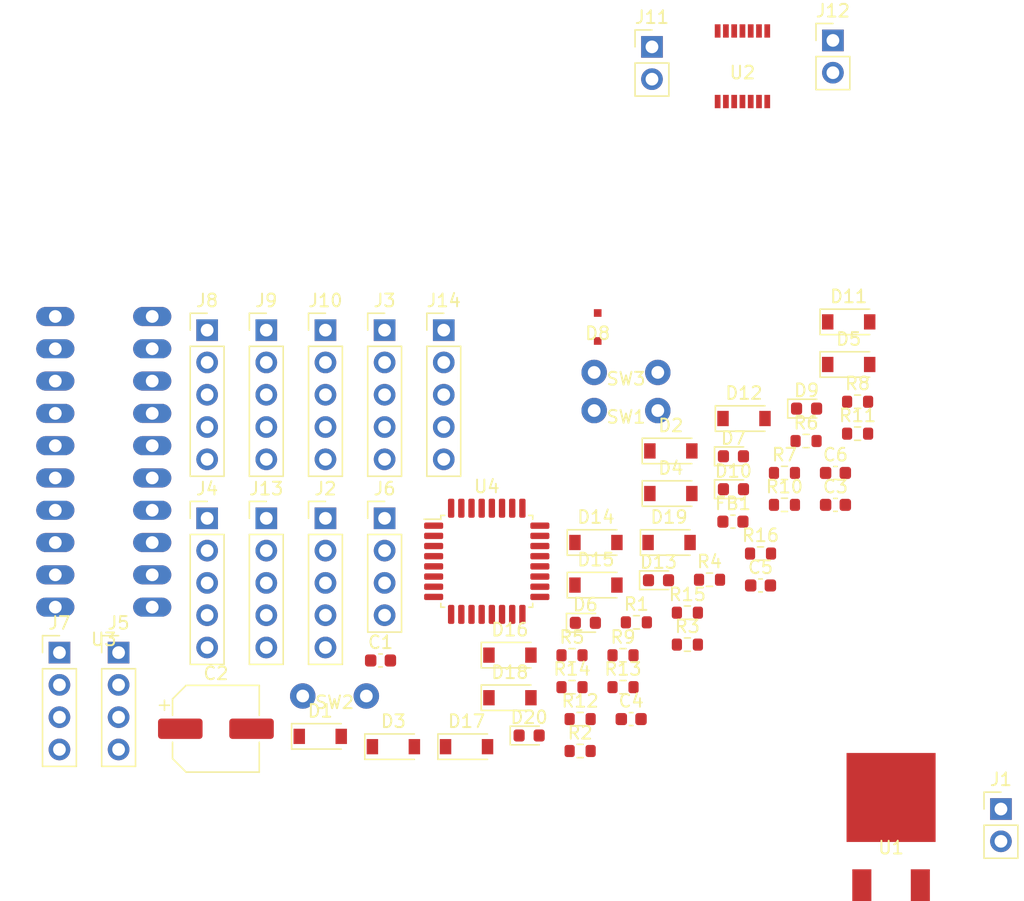
<source format=kicad_pcb>
(kicad_pcb (version 20171130) (host pcbnew "(5.1.10)-1")

  (general
    (thickness 1.6)
    (drawings 0)
    (tracks 0)
    (zones 0)
    (modules 64)
    (nets 54)
  )

  (page A4)
  (layers
    (0 F.Cu signal)
    (31 B.Cu signal)
    (32 B.Adhes user)
    (33 F.Adhes user)
    (34 B.Paste user)
    (35 F.Paste user)
    (36 B.SilkS user)
    (37 F.SilkS user)
    (38 B.Mask user)
    (39 F.Mask user)
    (40 Dwgs.User user)
    (41 Cmts.User user)
    (42 Eco1.User user)
    (43 Eco2.User user)
    (44 Edge.Cuts user)
    (45 Margin user)
    (46 B.CrtYd user)
    (47 F.CrtYd user)
    (48 B.Fab user)
    (49 F.Fab user)
  )

  (setup
    (last_trace_width 0.25)
    (trace_clearance 0.2)
    (zone_clearance 0.508)
    (zone_45_only no)
    (trace_min 0.2)
    (via_size 0.8)
    (via_drill 0.4)
    (via_min_size 0.4)
    (via_min_drill 0.3)
    (uvia_size 0.3)
    (uvia_drill 0.1)
    (uvias_allowed no)
    (uvia_min_size 0.2)
    (uvia_min_drill 0.1)
    (edge_width 0.05)
    (segment_width 0.2)
    (pcb_text_width 0.3)
    (pcb_text_size 1.5 1.5)
    (mod_edge_width 0.12)
    (mod_text_size 1 1)
    (mod_text_width 0.15)
    (pad_size 1.524 1.524)
    (pad_drill 0.762)
    (pad_to_mask_clearance 0)
    (aux_axis_origin 0 0)
    (visible_elements FFFFFF7F)
    (pcbplotparams
      (layerselection 0x010fc_ffffffff)
      (usegerberextensions false)
      (usegerberattributes true)
      (usegerberadvancedattributes true)
      (creategerberjobfile true)
      (excludeedgelayer true)
      (linewidth 0.100000)
      (plotframeref false)
      (viasonmask false)
      (mode 1)
      (useauxorigin false)
      (hpglpennumber 1)
      (hpglpenspeed 20)
      (hpglpendiameter 15.000000)
      (psnegative false)
      (psa4output false)
      (plotreference true)
      (plotvalue true)
      (plotinvisibletext false)
      (padsonsilk false)
      (subtractmaskfromsilk false)
      (outputformat 1)
      (mirror false)
      (drillshape 1)
      (scaleselection 1)
      (outputdirectory ""))
  )

  (net 0 "")
  (net 1 "Net-(C1-Pad1)")
  (net 2 GND)
  (net 3 +5V)
  (net 4 "Net-(C4-Pad1)")
  (net 5 nRST)
  (net 6 +3V3)
  (net 7 PA7)
  (net 8 PA6)
  (net 9 PA5)
  (net 10 PA4)
  (net 11 PA0)
  (net 12 /OUT1)
  (net 13 "Net-(D6-Pad2)")
  (net 14 "Net-(D7-Pad2)")
  (net 15 /OUT2)
  (net 16 "Net-(D8-Pad1)")
  (net 17 /OUT3)
  (net 18 "Net-(D9-Pad2)")
  (net 19 "Net-(D10-Pad2)")
  (net 20 /OUT4)
  (net 21 "Net-(D11-Pad1)")
  (net 22 "Net-(D13-Pad2)")
  (net 23 /OUT5)
  (net 24 "Net-(D16-Pad1)")
  (net 25 "Net-(D20-Pad1)")
  (net 26 "Net-(D20-Pad2)")
  (net 27 "Net-(FB1-Pad2)")
  (net 28 "Net-(J2-Pad1)")
  (net 29 "Net-(J2-Pad2)")
  (net 30 "Net-(J2-Pad3)")
  (net 31 "Net-(J2-Pad4)")
  (net 32 "Net-(J2-Pad5)")
  (net 33 PA9)
  (net 34 PA10)
  (net 35 PA8)
  (net 36 PA11)
  (net 37 PF1)
  (net 38 PF0)
  (net 39 PB6)
  (net 40 PB7)
  (net 41 PA12)
  (net 42 "Net-(J13-Pad2)")
  (net 43 RX)
  (net 44 TX)
  (net 45 "Net-(J14-Pad4)")
  (net 46 "Net-(R13-Pad1)")
  (net 47 PB0)
  (net 48 PB1)
  (net 49 PWM)
  (net 50 PB4)
  (net 51 PB5)
  (net 52 PA1)
  (net 53 PA3)

  (net_class Default "This is the default net class."
    (clearance 0.2)
    (trace_width 0.25)
    (via_dia 0.8)
    (via_drill 0.4)
    (uvia_dia 0.3)
    (uvia_drill 0.1)
    (add_net +3V3)
    (add_net +5V)
    (add_net /OUT1)
    (add_net /OUT2)
    (add_net /OUT3)
    (add_net /OUT4)
    (add_net /OUT5)
    (add_net GND)
    (add_net "Net-(C1-Pad1)")
    (add_net "Net-(C4-Pad1)")
    (add_net "Net-(D10-Pad2)")
    (add_net "Net-(D11-Pad1)")
    (add_net "Net-(D13-Pad2)")
    (add_net "Net-(D16-Pad1)")
    (add_net "Net-(D20-Pad1)")
    (add_net "Net-(D20-Pad2)")
    (add_net "Net-(D6-Pad2)")
    (add_net "Net-(D7-Pad2)")
    (add_net "Net-(D8-Pad1)")
    (add_net "Net-(D9-Pad2)")
    (add_net "Net-(FB1-Pad2)")
    (add_net "Net-(J13-Pad2)")
    (add_net "Net-(J14-Pad4)")
    (add_net "Net-(J2-Pad1)")
    (add_net "Net-(J2-Pad2)")
    (add_net "Net-(J2-Pad3)")
    (add_net "Net-(J2-Pad4)")
    (add_net "Net-(J2-Pad5)")
    (add_net "Net-(R13-Pad1)")
    (add_net "Net-(R7-Pad1)")
    (add_net PA0)
    (add_net PA1)
    (add_net PA10)
    (add_net PA11)
    (add_net PA12)
    (add_net PA3)
    (add_net PA4)
    (add_net PA5)
    (add_net PA6)
    (add_net PA7)
    (add_net PA8)
    (add_net PA9)
    (add_net PB0)
    (add_net PB1)
    (add_net PB4)
    (add_net PB5)
    (add_net PB6)
    (add_net PB7)
    (add_net PF0)
    (add_net PF1)
    (add_net PWM)
    (add_net RX)
    (add_net TX)
    (add_net nRST)
  )

  (module original:SOD323F (layer F.Cu) (tedit 617CA0C2) (tstamp 617EC5A9)
    (at 65.838 23.046)
    (path /617ADE24)
    (fp_text reference D8 (at 0 0.5) (layer F.SilkS)
      (effects (font (size 1 1) (thickness 0.15)))
    )
    (fp_text value 3.3V (at 0 -0.5) (layer F.Fab)
      (effects (font (size 1 1) (thickness 0.15)))
    )
    (pad 2 smd rect (at 0 1.1) (size 0.6 0.6) (layers F.Cu F.Paste F.Mask)
      (net 2 GND))
    (pad 1 smd rect (at 0 -1.1) (size 0.6 0.6) (layers F.Cu F.Paste F.Mask)
      (net 16 "Net-(D8-Pad1)"))
  )

  (module Package_QFP:LQFP-32_7x7mm_P0.8mm (layer F.Cu) (tedit 5D9F72AF) (tstamp 617EC9BE)
    (at 57.118 41.476)
    (descr "LQFP, 32 Pin (https://www.nxp.com/docs/en/package-information/SOT358-1.pdf), generated with kicad-footprint-generator ipc_gullwing_generator.py")
    (tags "LQFP QFP")
    (path /6185B098)
    (attr smd)
    (fp_text reference U4 (at 0 -5.88) (layer F.SilkS)
      (effects (font (size 1 1) (thickness 0.15)))
    )
    (fp_text value STM32F303K8Tx (at 0 5.88) (layer F.Fab)
      (effects (font (size 1 1) (thickness 0.15)))
    )
    (fp_text user %R (at 0 0) (layer F.Fab)
      (effects (font (size 1 1) (thickness 0.15)))
    )
    (fp_line (start 3.31 3.61) (end 3.61 3.61) (layer F.SilkS) (width 0.12))
    (fp_line (start 3.61 3.61) (end 3.61 3.31) (layer F.SilkS) (width 0.12))
    (fp_line (start -3.31 3.61) (end -3.61 3.61) (layer F.SilkS) (width 0.12))
    (fp_line (start -3.61 3.61) (end -3.61 3.31) (layer F.SilkS) (width 0.12))
    (fp_line (start 3.31 -3.61) (end 3.61 -3.61) (layer F.SilkS) (width 0.12))
    (fp_line (start 3.61 -3.61) (end 3.61 -3.31) (layer F.SilkS) (width 0.12))
    (fp_line (start -3.31 -3.61) (end -3.61 -3.61) (layer F.SilkS) (width 0.12))
    (fp_line (start -3.61 -3.61) (end -3.61 -3.31) (layer F.SilkS) (width 0.12))
    (fp_line (start -3.61 -3.31) (end -4.925 -3.31) (layer F.SilkS) (width 0.12))
    (fp_line (start -2.5 -3.5) (end 3.5 -3.5) (layer F.Fab) (width 0.1))
    (fp_line (start 3.5 -3.5) (end 3.5 3.5) (layer F.Fab) (width 0.1))
    (fp_line (start 3.5 3.5) (end -3.5 3.5) (layer F.Fab) (width 0.1))
    (fp_line (start -3.5 3.5) (end -3.5 -2.5) (layer F.Fab) (width 0.1))
    (fp_line (start -3.5 -2.5) (end -2.5 -3.5) (layer F.Fab) (width 0.1))
    (fp_line (start 0 -5.18) (end -3.3 -5.18) (layer F.CrtYd) (width 0.05))
    (fp_line (start -3.3 -5.18) (end -3.3 -3.75) (layer F.CrtYd) (width 0.05))
    (fp_line (start -3.3 -3.75) (end -3.75 -3.75) (layer F.CrtYd) (width 0.05))
    (fp_line (start -3.75 -3.75) (end -3.75 -3.3) (layer F.CrtYd) (width 0.05))
    (fp_line (start -3.75 -3.3) (end -5.18 -3.3) (layer F.CrtYd) (width 0.05))
    (fp_line (start -5.18 -3.3) (end -5.18 0) (layer F.CrtYd) (width 0.05))
    (fp_line (start 0 -5.18) (end 3.3 -5.18) (layer F.CrtYd) (width 0.05))
    (fp_line (start 3.3 -5.18) (end 3.3 -3.75) (layer F.CrtYd) (width 0.05))
    (fp_line (start 3.3 -3.75) (end 3.75 -3.75) (layer F.CrtYd) (width 0.05))
    (fp_line (start 3.75 -3.75) (end 3.75 -3.3) (layer F.CrtYd) (width 0.05))
    (fp_line (start 3.75 -3.3) (end 5.18 -3.3) (layer F.CrtYd) (width 0.05))
    (fp_line (start 5.18 -3.3) (end 5.18 0) (layer F.CrtYd) (width 0.05))
    (fp_line (start 0 5.18) (end -3.3 5.18) (layer F.CrtYd) (width 0.05))
    (fp_line (start -3.3 5.18) (end -3.3 3.75) (layer F.CrtYd) (width 0.05))
    (fp_line (start -3.3 3.75) (end -3.75 3.75) (layer F.CrtYd) (width 0.05))
    (fp_line (start -3.75 3.75) (end -3.75 3.3) (layer F.CrtYd) (width 0.05))
    (fp_line (start -3.75 3.3) (end -5.18 3.3) (layer F.CrtYd) (width 0.05))
    (fp_line (start -5.18 3.3) (end -5.18 0) (layer F.CrtYd) (width 0.05))
    (fp_line (start 0 5.18) (end 3.3 5.18) (layer F.CrtYd) (width 0.05))
    (fp_line (start 3.3 5.18) (end 3.3 3.75) (layer F.CrtYd) (width 0.05))
    (fp_line (start 3.3 3.75) (end 3.75 3.75) (layer F.CrtYd) (width 0.05))
    (fp_line (start 3.75 3.75) (end 3.75 3.3) (layer F.CrtYd) (width 0.05))
    (fp_line (start 3.75 3.3) (end 5.18 3.3) (layer F.CrtYd) (width 0.05))
    (fp_line (start 5.18 3.3) (end 5.18 0) (layer F.CrtYd) (width 0.05))
    (pad 32 smd roundrect (at -2.8 -4.175) (size 0.5 1.5) (layers F.Cu F.Paste F.Mask) (roundrect_rratio 0.25)
      (net 2 GND))
    (pad 31 smd roundrect (at -2 -4.175) (size 0.5 1.5) (layers F.Cu F.Paste F.Mask) (roundrect_rratio 0.25)
      (net 46 "Net-(R13-Pad1)"))
    (pad 30 smd roundrect (at -1.2 -4.175) (size 0.5 1.5) (layers F.Cu F.Paste F.Mask) (roundrect_rratio 0.25)
      (net 40 PB7))
    (pad 29 smd roundrect (at -0.4 -4.175) (size 0.5 1.5) (layers F.Cu F.Paste F.Mask) (roundrect_rratio 0.25)
      (net 39 PB6))
    (pad 28 smd roundrect (at 0.4 -4.175) (size 0.5 1.5) (layers F.Cu F.Paste F.Mask) (roundrect_rratio 0.25)
      (net 51 PB5))
    (pad 27 smd roundrect (at 1.2 -4.175) (size 0.5 1.5) (layers F.Cu F.Paste F.Mask) (roundrect_rratio 0.25)
      (net 50 PB4))
    (pad 26 smd roundrect (at 2 -4.175) (size 0.5 1.5) (layers F.Cu F.Paste F.Mask) (roundrect_rratio 0.25)
      (net 49 PWM))
    (pad 25 smd roundrect (at 2.8 -4.175) (size 0.5 1.5) (layers F.Cu F.Paste F.Mask) (roundrect_rratio 0.25)
      (net 43 RX))
    (pad 24 smd roundrect (at 4.175 -2.8) (size 1.5 0.5) (layers F.Cu F.Paste F.Mask) (roundrect_rratio 0.25)
      (net 42 "Net-(J13-Pad2)"))
    (pad 23 smd roundrect (at 4.175 -2) (size 1.5 0.5) (layers F.Cu F.Paste F.Mask) (roundrect_rratio 0.25)
      (net 45 "Net-(J14-Pad4)"))
    (pad 22 smd roundrect (at 4.175 -1.2) (size 1.5 0.5) (layers F.Cu F.Paste F.Mask) (roundrect_rratio 0.25)
      (net 41 PA12))
    (pad 21 smd roundrect (at 4.175 -0.4) (size 1.5 0.5) (layers F.Cu F.Paste F.Mask) (roundrect_rratio 0.25)
      (net 36 PA11))
    (pad 20 smd roundrect (at 4.175 0.4) (size 1.5 0.5) (layers F.Cu F.Paste F.Mask) (roundrect_rratio 0.25)
      (net 34 PA10))
    (pad 19 smd roundrect (at 4.175 1.2) (size 1.5 0.5) (layers F.Cu F.Paste F.Mask) (roundrect_rratio 0.25)
      (net 33 PA9))
    (pad 18 smd roundrect (at 4.175 2) (size 1.5 0.5) (layers F.Cu F.Paste F.Mask) (roundrect_rratio 0.25)
      (net 35 PA8))
    (pad 17 smd roundrect (at 4.175 2.8) (size 1.5 0.5) (layers F.Cu F.Paste F.Mask) (roundrect_rratio 0.25)
      (net 6 +3V3))
    (pad 16 smd roundrect (at 2.8 4.175) (size 0.5 1.5) (layers F.Cu F.Paste F.Mask) (roundrect_rratio 0.25)
      (net 2 GND))
    (pad 15 smd roundrect (at 2 4.175) (size 0.5 1.5) (layers F.Cu F.Paste F.Mask) (roundrect_rratio 0.25)
      (net 48 PB1))
    (pad 14 smd roundrect (at 1.2 4.175) (size 0.5 1.5) (layers F.Cu F.Paste F.Mask) (roundrect_rratio 0.25)
      (net 47 PB0))
    (pad 13 smd roundrect (at 0.4 4.175) (size 0.5 1.5) (layers F.Cu F.Paste F.Mask) (roundrect_rratio 0.25)
      (net 7 PA7))
    (pad 12 smd roundrect (at -0.4 4.175) (size 0.5 1.5) (layers F.Cu F.Paste F.Mask) (roundrect_rratio 0.25)
      (net 8 PA6))
    (pad 11 smd roundrect (at -1.2 4.175) (size 0.5 1.5) (layers F.Cu F.Paste F.Mask) (roundrect_rratio 0.25)
      (net 9 PA5))
    (pad 10 smd roundrect (at -2 4.175) (size 0.5 1.5) (layers F.Cu F.Paste F.Mask) (roundrect_rratio 0.25)
      (net 10 PA4))
    (pad 9 smd roundrect (at -2.8 4.175) (size 0.5 1.5) (layers F.Cu F.Paste F.Mask) (roundrect_rratio 0.25)
      (net 53 PA3))
    (pad 8 smd roundrect (at -4.175 2.8) (size 1.5 0.5) (layers F.Cu F.Paste F.Mask) (roundrect_rratio 0.25)
      (net 44 TX))
    (pad 7 smd roundrect (at -4.175 2) (size 1.5 0.5) (layers F.Cu F.Paste F.Mask) (roundrect_rratio 0.25)
      (net 52 PA1))
    (pad 6 smd roundrect (at -4.175 1.2) (size 1.5 0.5) (layers F.Cu F.Paste F.Mask) (roundrect_rratio 0.25)
      (net 11 PA0))
    (pad 5 smd roundrect (at -4.175 0.4) (size 1.5 0.5) (layers F.Cu F.Paste F.Mask) (roundrect_rratio 0.25)
      (net 27 "Net-(FB1-Pad2)"))
    (pad 4 smd roundrect (at -4.175 -0.4) (size 1.5 0.5) (layers F.Cu F.Paste F.Mask) (roundrect_rratio 0.25)
      (net 5 nRST))
    (pad 3 smd roundrect (at -4.175 -1.2) (size 1.5 0.5) (layers F.Cu F.Paste F.Mask) (roundrect_rratio 0.25)
      (net 37 PF1))
    (pad 2 smd roundrect (at -4.175 -2) (size 1.5 0.5) (layers F.Cu F.Paste F.Mask) (roundrect_rratio 0.25)
      (net 38 PF0))
    (pad 1 smd roundrect (at -4.175 -2.8) (size 1.5 0.5) (layers F.Cu F.Paste F.Mask) (roundrect_rratio 0.25)
      (net 6 +3V3))
    (model ${KISYS3DMOD}/Package_QFP.3dshapes/LQFP-32_7x7mm_P0.8mm.wrl
      (at (xyz 0 0 0))
      (scale (xyz 1 1 1))
      (rotate (xyz 0 0 0))
    )
  )

  (module original:Socket_DIP_14pin (layer F.Cu) (tedit 617B4148) (tstamp 617EC973)
    (at 27.011499 33.650999)
    (path /61892FC9)
    (fp_text reference U3 (at 0 13.97) (layer F.SilkS)
      (effects (font (size 1 1) (thickness 0.15)))
    )
    (fp_text value L293E (at 0 -13.97) (layer F.Fab)
      (effects (font (size 1 1) (thickness 0.15)))
    )
    (pad 20 thru_hole oval (at 3.8085 -11.43 90) (size 1.5 3) (drill 1) (layers *.Cu *.Mask)
      (net 4 "Net-(C4-Pad1)"))
    (pad 19 thru_hole oval (at 3.8085 -8.89 90) (size 1.5 3) (drill 1) (layers *.Cu *.Mask)
      (net 53 PA3))
    (pad 18 thru_hole oval (at 3.8085 -6.35 90) (size 1.5 3) (drill 1) (layers *.Cu *.Mask)
      (net 20 /OUT4))
    (pad 17 thru_hole oval (at 3.8085 -3.81 90) (size 1.5 3) (drill 1) (layers *.Cu *.Mask)
      (net 2 GND))
    (pad 16 thru_hole oval (at 3.8085 -1.27 90) (size 1.5 3) (drill 1) (layers *.Cu *.Mask)
      (net 2 GND))
    (pad 15 thru_hole oval (at 3.8085 1.27 90) (size 1.5 3) (drill 1) (layers *.Cu *.Mask)
      (net 2 GND))
    (pad 14 thru_hole oval (at 3.8085 3.81 90) (size 1.5 3) (drill 1) (layers *.Cu *.Mask)
      (net 2 GND))
    (pad 13 thru_hole oval (at 3.8085 6.35 90) (size 1.5 3) (drill 1) (layers *.Cu *.Mask)
      (net 17 /OUT3))
    (pad 12 thru_hole oval (at 3.8085 8.89 90) (size 1.5 3) (drill 1) (layers *.Cu *.Mask)
      (net 52 PA1))
    (pad 11 thru_hole oval (at 3.8085 11.43 90) (size 1.5 3) (drill 1) (layers *.Cu *.Mask)
      (net 16 "Net-(D8-Pad1)"))
    (pad 10 thru_hole oval (at -3.8085 11.43 90) (size 1.5 3) (drill 1) (layers *.Cu *.Mask)
      (net 2 GND))
    (pad 9 thru_hole oval (at -3.8085 8.89 90) (size 1.5 3) (drill 1) (layers *.Cu *.Mask)
      (net 51 PB5))
    (pad 8 thru_hole oval (at -3.8085 6.35 90) (size 1.5 3) (drill 1) (layers *.Cu *.Mask)
      (net 15 /OUT2))
    (pad 7 thru_hole oval (at -3.8085 3.81 90) (size 1.5 3) (drill 1) (layers *.Cu *.Mask)
      (net 2 GND))
    (pad 6 thru_hole oval (at -3.8085 1.27 90) (size 1.5 3) (drill 1) (layers *.Cu *.Mask)
      (net 2 GND))
    (pad 5 thru_hole oval (at -3.8085 -1.27 90) (size 1.5 3) (drill 1) (layers *.Cu *.Mask)
      (net 2 GND))
    (pad 4 thru_hole oval (at -3.8085 -3.81 90) (size 1.5 3) (drill 1) (layers *.Cu *.Mask)
      (net 2 GND))
    (pad 3 thru_hole oval (at -3.8085 -6.35 90) (size 1.5 3) (drill 1) (layers *.Cu *.Mask)
      (net 12 /OUT1))
    (pad 2 thru_hole oval (at -3.8085 -8.89 90) (size 1.5 3) (drill 1) (layers *.Cu *.Mask)
      (net 50 PB4))
    (pad 1 thru_hole oval (at -3.8085 -11.43 90) (size 1.5 3) (drill 1) (layers *.Cu *.Mask)
      (net 16 "Net-(D8-Pad1)"))
  )

  (module original:TSSOP_P0.65mm (layer F.Cu) (tedit 617B215E) (tstamp 617EC95B)
    (at 77.216 2.54)
    (path /618131F2)
    (fp_text reference U2 (at 0 0.5) (layer F.SilkS)
      (effects (font (size 1 1) (thickness 0.15)))
    )
    (fp_text value SN74HC04PWR (at 0 -0.5) (layer F.Fab)
      (effects (font (size 1 1) (thickness 0.15)))
    )
    (pad 7 smd rect (at 1.95 2.775) (size 0.45 1.05) (layers F.Cu F.Paste F.Mask)
      (net 2 GND))
    (pad 6 smd rect (at 1.3 2.775) (size 0.45 1.05) (layers F.Cu F.Paste F.Mask)
      (net 17 /OUT3))
    (pad 5 smd rect (at 0.65 2.775) (size 0.45 1.05) (layers F.Cu F.Paste F.Mask)
      (net 39 PB6))
    (pad 4 smd rect (at 0 2.775) (size 0.45 1.05) (layers F.Cu F.Paste F.Mask)
      (net 15 /OUT2))
    (pad 3 smd rect (at -0.65 2.775) (size 0.45 1.05) (layers F.Cu F.Paste F.Mask)
      (net 40 PB7))
    (pad 2 smd rect (at -1.3 2.775) (size 0.45 1.05) (layers F.Cu F.Paste F.Mask)
      (net 12 /OUT1))
    (pad 1 smd rect (at -1.95 2.775) (size 0.45 1.05) (layers F.Cu F.Paste F.Mask)
      (net 41 PA12))
    (pad 14 smd rect (at -1.95 -2.775) (size 0.45 1.05) (layers F.Cu F.Paste F.Mask)
      (net 3 +5V))
    (pad 13 smd rect (at -1.3 -2.775) (size 0.45 1.05) (layers F.Cu F.Paste F.Mask)
      (net 49 PWM))
    (pad 12 smd rect (at -0.65 -2.775) (size 0.45 1.05) (layers F.Cu F.Paste F.Mask)
      (net 25 "Net-(D20-Pad1)"))
    (pad 11 smd rect (at 0 -2.775) (size 0.45 1.05) (layers F.Cu F.Paste F.Mask)
      (net 37 PF1))
    (pad 10 smd rect (at 0.65 -2.775) (size 0.45 1.05) (layers F.Cu F.Paste F.Mask)
      (net 23 /OUT5))
    (pad 9 smd rect (at 1.3 -2.775) (size 0.45 1.05) (layers F.Cu F.Paste F.Mask)
      (net 38 PF0))
    (pad 8 smd rect (at 1.95 -2.775) (size 0.45 1.05) (layers F.Cu F.Paste F.Mask)
      (net 20 /OUT4))
  )

  (module original:Regulator (layer F.Cu) (tedit 617CF13C) (tstamp 617EC949)
    (at 88.9 63.5)
    (path /6184244A)
    (fp_text reference U1 (at 0 0.5) (layer F.SilkS)
      (effects (font (size 1 1) (thickness 0.15)))
    )
    (fp_text value NJM7805SDL1 (at 0 -0.5) (layer F.Fab)
      (effects (font (size 1 1) (thickness 0.15)))
    )
    (pad 2 smd rect (at 0 -3.45) (size 7 7) (layers F.Cu F.Paste F.Mask)
      (net 2 GND))
    (pad 1 smd rect (at -2.3 3.45) (size 1.5 2.5) (layers F.Cu F.Paste F.Mask)
      (net 1 "Net-(C1-Pad1)"))
    (pad 3 smd rect (at 2.3 3.45) (size 1.5 2.5) (layers F.Cu F.Paste F.Mask)
      (net 3 +5V))
  )

  (module original:Switch (layer F.Cu) (tedit 617C9329) (tstamp 617EC942)
    (at 68.062999 26.620999)
    (path /617FC7E6)
    (fp_text reference SW3 (at 0 0.5) (layer F.SilkS)
      (effects (font (size 1 1) (thickness 0.15)))
    )
    (fp_text value Switch (at 0 -0.5) (layer F.Fab)
      (effects (font (size 1 1) (thickness 0.15)))
    )
    (pad 2 thru_hole circle (at 2.5 0) (size 2 2) (drill 1) (layers *.Cu *.Mask)
      (net 2 GND))
    (pad 1 thru_hole circle (at -2.5 0) (size 2 2) (drill 1) (layers *.Cu *.Mask)
      (net 5 nRST))
  )

  (module original:Switch (layer F.Cu) (tedit 617C9329) (tstamp 617EC93C)
    (at 45.152999 52.070999)
    (path /617FCB16)
    (fp_text reference SW2 (at 0 0.5) (layer F.SilkS)
      (effects (font (size 1 1) (thickness 0.15)))
    )
    (fp_text value Switch (at 0 -0.5) (layer F.Fab)
      (effects (font (size 1 1) (thickness 0.15)))
    )
    (pad 2 thru_hole circle (at 2.5 0) (size 2 2) (drill 1) (layers *.Cu *.Mask)
      (net 2 GND))
    (pad 1 thru_hole circle (at -2.5 0) (size 2 2) (drill 1) (layers *.Cu *.Mask)
      (net 48 PB1))
  )

  (module original:Switch (layer F.Cu) (tedit 617C9329) (tstamp 617EC936)
    (at 68.062999 29.620999)
    (path /617FEC52)
    (fp_text reference SW1 (at 0 0.5) (layer F.SilkS)
      (effects (font (size 1 1) (thickness 0.15)))
    )
    (fp_text value Switch (at 0 -0.5) (layer F.Fab)
      (effects (font (size 1 1) (thickness 0.15)))
    )
    (pad 2 thru_hole circle (at 2.5 0) (size 2 2) (drill 1) (layers *.Cu *.Mask)
      (net 2 GND))
    (pad 1 thru_hole circle (at -2.5 0) (size 2 2) (drill 1) (layers *.Cu *.Mask)
      (net 47 PB0))
  )

  (module Resistor_SMD:R_0603_1608Metric (layer F.Cu) (tedit 5F68FEEE) (tstamp 617EC930)
    (at 78.638 40.866)
    (descr "Resistor SMD 0603 (1608 Metric), square (rectangular) end terminal, IPC_7351 nominal, (Body size source: IPC-SM-782 page 72, https://www.pcb-3d.com/wordpress/wp-content/uploads/ipc-sm-782a_amendment_1_and_2.pdf), generated with kicad-footprint-generator")
    (tags resistor)
    (path /61D88885)
    (attr smd)
    (fp_text reference R16 (at 0 -1.43) (layer F.SilkS)
      (effects (font (size 1 1) (thickness 0.15)))
    )
    (fp_text value RLED (at 0 1.43) (layer F.Fab)
      (effects (font (size 1 1) (thickness 0.15)))
    )
    (fp_text user %R (at 0 0) (layer F.Fab)
      (effects (font (size 0.4 0.4) (thickness 0.06)))
    )
    (fp_line (start -0.8 0.4125) (end -0.8 -0.4125) (layer F.Fab) (width 0.1))
    (fp_line (start -0.8 -0.4125) (end 0.8 -0.4125) (layer F.Fab) (width 0.1))
    (fp_line (start 0.8 -0.4125) (end 0.8 0.4125) (layer F.Fab) (width 0.1))
    (fp_line (start 0.8 0.4125) (end -0.8 0.4125) (layer F.Fab) (width 0.1))
    (fp_line (start -0.237258 -0.5225) (end 0.237258 -0.5225) (layer F.SilkS) (width 0.12))
    (fp_line (start -0.237258 0.5225) (end 0.237258 0.5225) (layer F.SilkS) (width 0.12))
    (fp_line (start -1.48 0.73) (end -1.48 -0.73) (layer F.CrtYd) (width 0.05))
    (fp_line (start -1.48 -0.73) (end 1.48 -0.73) (layer F.CrtYd) (width 0.05))
    (fp_line (start 1.48 -0.73) (end 1.48 0.73) (layer F.CrtYd) (width 0.05))
    (fp_line (start 1.48 0.73) (end -1.48 0.73) (layer F.CrtYd) (width 0.05))
    (pad 2 smd roundrect (at 0.825 0) (size 0.8 0.95) (layers F.Cu F.Paste F.Mask) (roundrect_rratio 0.25)
      (net 26 "Net-(D20-Pad2)"))
    (pad 1 smd roundrect (at -0.825 0) (size 0.8 0.95) (layers F.Cu F.Paste F.Mask) (roundrect_rratio 0.25)
      (net 3 +5V))
    (model ${KISYS3DMOD}/Resistor_SMD.3dshapes/R_0603_1608Metric.wrl
      (at (xyz 0 0 0))
      (scale (xyz 1 1 1))
      (rotate (xyz 0 0 0))
    )
  )

  (module Resistor_SMD:R_0603_1608Metric (layer F.Cu) (tedit 5F68FEEE) (tstamp 617EC91F)
    (at 72.888 45.516)
    (descr "Resistor SMD 0603 (1608 Metric), square (rectangular) end terminal, IPC_7351 nominal, (Body size source: IPC-SM-782 page 72, https://www.pcb-3d.com/wordpress/wp-content/uploads/ipc-sm-782a_amendment_1_and_2.pdf), generated with kicad-footprint-generator")
    (tags resistor)
    (path /61B8599C)
    (attr smd)
    (fp_text reference R15 (at 0 -1.43) (layer F.SilkS)
      (effects (font (size 1 1) (thickness 0.15)))
    )
    (fp_text value 100k (at 0 1.43) (layer F.Fab)
      (effects (font (size 1 1) (thickness 0.15)))
    )
    (fp_text user %R (at 0 0) (layer F.Fab)
      (effects (font (size 0.4 0.4) (thickness 0.06)))
    )
    (fp_line (start -0.8 0.4125) (end -0.8 -0.4125) (layer F.Fab) (width 0.1))
    (fp_line (start -0.8 -0.4125) (end 0.8 -0.4125) (layer F.Fab) (width 0.1))
    (fp_line (start 0.8 -0.4125) (end 0.8 0.4125) (layer F.Fab) (width 0.1))
    (fp_line (start 0.8 0.4125) (end -0.8 0.4125) (layer F.Fab) (width 0.1))
    (fp_line (start -0.237258 -0.5225) (end 0.237258 -0.5225) (layer F.SilkS) (width 0.12))
    (fp_line (start -0.237258 0.5225) (end 0.237258 0.5225) (layer F.SilkS) (width 0.12))
    (fp_line (start -1.48 0.73) (end -1.48 -0.73) (layer F.CrtYd) (width 0.05))
    (fp_line (start -1.48 -0.73) (end 1.48 -0.73) (layer F.CrtYd) (width 0.05))
    (fp_line (start 1.48 -0.73) (end 1.48 0.73) (layer F.CrtYd) (width 0.05))
    (fp_line (start 1.48 0.73) (end -1.48 0.73) (layer F.CrtYd) (width 0.05))
    (pad 2 smd roundrect (at 0.825 0) (size 0.8 0.95) (layers F.Cu F.Paste F.Mask) (roundrect_rratio 0.25)
      (net 45 "Net-(J14-Pad4)"))
    (pad 1 smd roundrect (at -0.825 0) (size 0.8 0.95) (layers F.Cu F.Paste F.Mask) (roundrect_rratio 0.25)
      (net 6 +3V3))
    (model ${KISYS3DMOD}/Resistor_SMD.3dshapes/R_0603_1608Metric.wrl
      (at (xyz 0 0 0))
      (scale (xyz 1 1 1))
      (rotate (xyz 0 0 0))
    )
  )

  (module Resistor_SMD:R_0603_1608Metric (layer F.Cu) (tedit 5F68FEEE) (tstamp 617EC90E)
    (at 63.818 51.376)
    (descr "Resistor SMD 0603 (1608 Metric), square (rectangular) end terminal, IPC_7351 nominal, (Body size source: IPC-SM-782 page 72, https://www.pcb-3d.com/wordpress/wp-content/uploads/ipc-sm-782a_amendment_1_and_2.pdf), generated with kicad-footprint-generator")
    (tags resistor)
    (path /61AA6398)
    (attr smd)
    (fp_text reference R14 (at 0 -1.43) (layer F.SilkS)
      (effects (font (size 1 1) (thickness 0.15)))
    )
    (fp_text value 100k (at 0 1.43) (layer F.Fab)
      (effects (font (size 1 1) (thickness 0.15)))
    )
    (fp_text user %R (at 0 0) (layer F.Fab)
      (effects (font (size 0.4 0.4) (thickness 0.06)))
    )
    (fp_line (start -0.8 0.4125) (end -0.8 -0.4125) (layer F.Fab) (width 0.1))
    (fp_line (start -0.8 -0.4125) (end 0.8 -0.4125) (layer F.Fab) (width 0.1))
    (fp_line (start 0.8 -0.4125) (end 0.8 0.4125) (layer F.Fab) (width 0.1))
    (fp_line (start 0.8 0.4125) (end -0.8 0.4125) (layer F.Fab) (width 0.1))
    (fp_line (start -0.237258 -0.5225) (end 0.237258 -0.5225) (layer F.SilkS) (width 0.12))
    (fp_line (start -0.237258 0.5225) (end 0.237258 0.5225) (layer F.SilkS) (width 0.12))
    (fp_line (start -1.48 0.73) (end -1.48 -0.73) (layer F.CrtYd) (width 0.05))
    (fp_line (start -1.48 -0.73) (end 1.48 -0.73) (layer F.CrtYd) (width 0.05))
    (fp_line (start 1.48 -0.73) (end 1.48 0.73) (layer F.CrtYd) (width 0.05))
    (fp_line (start 1.48 0.73) (end -1.48 0.73) (layer F.CrtYd) (width 0.05))
    (pad 2 smd roundrect (at 0.825 0) (size 0.8 0.95) (layers F.Cu F.Paste F.Mask) (roundrect_rratio 0.25)
      (net 42 "Net-(J13-Pad2)"))
    (pad 1 smd roundrect (at -0.825 0) (size 0.8 0.95) (layers F.Cu F.Paste F.Mask) (roundrect_rratio 0.25)
      (net 6 +3V3))
    (model ${KISYS3DMOD}/Resistor_SMD.3dshapes/R_0603_1608Metric.wrl
      (at (xyz 0 0 0))
      (scale (xyz 1 1 1))
      (rotate (xyz 0 0 0))
    )
  )

  (module Resistor_SMD:R_0603_1608Metric (layer F.Cu) (tedit 5F68FEEE) (tstamp 617EC8FD)
    (at 67.828 51.376)
    (descr "Resistor SMD 0603 (1608 Metric), square (rectangular) end terminal, IPC_7351 nominal, (Body size source: IPC-SM-782 page 72, https://www.pcb-3d.com/wordpress/wp-content/uploads/ipc-sm-782a_amendment_1_and_2.pdf), generated with kicad-footprint-generator")
    (tags resistor)
    (path /61953B3A)
    (attr smd)
    (fp_text reference R13 (at 0 -1.43) (layer F.SilkS)
      (effects (font (size 1 1) (thickness 0.15)))
    )
    (fp_text value 10k (at 0 1.43) (layer F.Fab)
      (effects (font (size 1 1) (thickness 0.15)))
    )
    (fp_text user %R (at 0 0) (layer F.Fab)
      (effects (font (size 0.4 0.4) (thickness 0.06)))
    )
    (fp_line (start -0.8 0.4125) (end -0.8 -0.4125) (layer F.Fab) (width 0.1))
    (fp_line (start -0.8 -0.4125) (end 0.8 -0.4125) (layer F.Fab) (width 0.1))
    (fp_line (start 0.8 -0.4125) (end 0.8 0.4125) (layer F.Fab) (width 0.1))
    (fp_line (start 0.8 0.4125) (end -0.8 0.4125) (layer F.Fab) (width 0.1))
    (fp_line (start -0.237258 -0.5225) (end 0.237258 -0.5225) (layer F.SilkS) (width 0.12))
    (fp_line (start -0.237258 0.5225) (end 0.237258 0.5225) (layer F.SilkS) (width 0.12))
    (fp_line (start -1.48 0.73) (end -1.48 -0.73) (layer F.CrtYd) (width 0.05))
    (fp_line (start -1.48 -0.73) (end 1.48 -0.73) (layer F.CrtYd) (width 0.05))
    (fp_line (start 1.48 -0.73) (end 1.48 0.73) (layer F.CrtYd) (width 0.05))
    (fp_line (start 1.48 0.73) (end -1.48 0.73) (layer F.CrtYd) (width 0.05))
    (pad 2 smd roundrect (at 0.825 0) (size 0.8 0.95) (layers F.Cu F.Paste F.Mask) (roundrect_rratio 0.25)
      (net 2 GND))
    (pad 1 smd roundrect (at -0.825 0) (size 0.8 0.95) (layers F.Cu F.Paste F.Mask) (roundrect_rratio 0.25)
      (net 46 "Net-(R13-Pad1)"))
    (model ${KISYS3DMOD}/Resistor_SMD.3dshapes/R_0603_1608Metric.wrl
      (at (xyz 0 0 0))
      (scale (xyz 1 1 1))
      (rotate (xyz 0 0 0))
    )
  )

  (module Resistor_SMD:R_0603_1608Metric (layer F.Cu) (tedit 5F68FEEE) (tstamp 617EC8EC)
    (at 64.458 53.886)
    (descr "Resistor SMD 0603 (1608 Metric), square (rectangular) end terminal, IPC_7351 nominal, (Body size source: IPC-SM-782 page 72, https://www.pcb-3d.com/wordpress/wp-content/uploads/ipc-sm-782a_amendment_1_and_2.pdf), generated with kicad-footprint-generator")
    (tags resistor)
    (path /61B83698)
    (attr smd)
    (fp_text reference R12 (at 0 -1.43) (layer F.SilkS)
      (effects (font (size 1 1) (thickness 0.15)))
    )
    (fp_text value 10k (at 0 1.43) (layer F.Fab)
      (effects (font (size 1 1) (thickness 0.15)))
    )
    (fp_text user %R (at 0 0) (layer F.Fab)
      (effects (font (size 0.4 0.4) (thickness 0.06)))
    )
    (fp_line (start -0.8 0.4125) (end -0.8 -0.4125) (layer F.Fab) (width 0.1))
    (fp_line (start -0.8 -0.4125) (end 0.8 -0.4125) (layer F.Fab) (width 0.1))
    (fp_line (start 0.8 -0.4125) (end 0.8 0.4125) (layer F.Fab) (width 0.1))
    (fp_line (start 0.8 0.4125) (end -0.8 0.4125) (layer F.Fab) (width 0.1))
    (fp_line (start -0.237258 -0.5225) (end 0.237258 -0.5225) (layer F.SilkS) (width 0.12))
    (fp_line (start -0.237258 0.5225) (end 0.237258 0.5225) (layer F.SilkS) (width 0.12))
    (fp_line (start -1.48 0.73) (end -1.48 -0.73) (layer F.CrtYd) (width 0.05))
    (fp_line (start -1.48 -0.73) (end 1.48 -0.73) (layer F.CrtYd) (width 0.05))
    (fp_line (start 1.48 -0.73) (end 1.48 0.73) (layer F.CrtYd) (width 0.05))
    (fp_line (start 1.48 0.73) (end -1.48 0.73) (layer F.CrtYd) (width 0.05))
    (pad 2 smd roundrect (at 0.825 0) (size 0.8 0.95) (layers F.Cu F.Paste F.Mask) (roundrect_rratio 0.25)
      (net 5 nRST))
    (pad 1 smd roundrect (at -0.825 0) (size 0.8 0.95) (layers F.Cu F.Paste F.Mask) (roundrect_rratio 0.25)
      (net 6 +3V3))
    (model ${KISYS3DMOD}/Resistor_SMD.3dshapes/R_0603_1608Metric.wrl
      (at (xyz 0 0 0))
      (scale (xyz 1 1 1))
      (rotate (xyz 0 0 0))
    )
  )

  (module Resistor_SMD:R_0603_1608Metric (layer F.Cu) (tedit 5F68FEEE) (tstamp 617EC8DB)
    (at 86.268 31.436)
    (descr "Resistor SMD 0603 (1608 Metric), square (rectangular) end terminal, IPC_7351 nominal, (Body size source: IPC-SM-782 page 72, https://www.pcb-3d.com/wordpress/wp-content/uploads/ipc-sm-782a_amendment_1_and_2.pdf), generated with kicad-footprint-generator")
    (tags resistor)
    (path /61E93236)
    (attr smd)
    (fp_text reference R11 (at 0 -1.43) (layer F.SilkS)
      (effects (font (size 1 1) (thickness 0.15)))
    )
    (fp_text value RLED (at 0 1.43) (layer F.Fab)
      (effects (font (size 1 1) (thickness 0.15)))
    )
    (fp_text user %R (at 0 0) (layer F.Fab)
      (effects (font (size 0.4 0.4) (thickness 0.06)))
    )
    (fp_line (start -0.8 0.4125) (end -0.8 -0.4125) (layer F.Fab) (width 0.1))
    (fp_line (start -0.8 -0.4125) (end 0.8 -0.4125) (layer F.Fab) (width 0.1))
    (fp_line (start 0.8 -0.4125) (end 0.8 0.4125) (layer F.Fab) (width 0.1))
    (fp_line (start 0.8 0.4125) (end -0.8 0.4125) (layer F.Fab) (width 0.1))
    (fp_line (start -0.237258 -0.5225) (end 0.237258 -0.5225) (layer F.SilkS) (width 0.12))
    (fp_line (start -0.237258 0.5225) (end 0.237258 0.5225) (layer F.SilkS) (width 0.12))
    (fp_line (start -1.48 0.73) (end -1.48 -0.73) (layer F.CrtYd) (width 0.05))
    (fp_line (start -1.48 -0.73) (end 1.48 -0.73) (layer F.CrtYd) (width 0.05))
    (fp_line (start 1.48 -0.73) (end 1.48 0.73) (layer F.CrtYd) (width 0.05))
    (fp_line (start 1.48 0.73) (end -1.48 0.73) (layer F.CrtYd) (width 0.05))
    (pad 2 smd roundrect (at 0.825 0) (size 0.8 0.95) (layers F.Cu F.Paste F.Mask) (roundrect_rratio 0.25)
      (net 3 +5V))
    (pad 1 smd roundrect (at -0.825 0) (size 0.8 0.95) (layers F.Cu F.Paste F.Mask) (roundrect_rratio 0.25)
      (net 22 "Net-(D13-Pad2)"))
    (model ${KISYS3DMOD}/Resistor_SMD.3dshapes/R_0603_1608Metric.wrl
      (at (xyz 0 0 0))
      (scale (xyz 1 1 1))
      (rotate (xyz 0 0 0))
    )
  )

  (module Resistor_SMD:R_0603_1608Metric (layer F.Cu) (tedit 5F68FEEE) (tstamp 617EC8CA)
    (at 80.518 37.036)
    (descr "Resistor SMD 0603 (1608 Metric), square (rectangular) end terminal, IPC_7351 nominal, (Body size source: IPC-SM-782 page 72, https://www.pcb-3d.com/wordpress/wp-content/uploads/ipc-sm-782a_amendment_1_and_2.pdf), generated with kicad-footprint-generator")
    (tags resistor)
    (path /61E9386C)
    (attr smd)
    (fp_text reference R10 (at 0 -1.43) (layer F.SilkS)
      (effects (font (size 1 1) (thickness 0.15)))
    )
    (fp_text value RLED (at 0 1.43) (layer F.Fab)
      (effects (font (size 1 1) (thickness 0.15)))
    )
    (fp_text user %R (at 0 0) (layer F.Fab)
      (effects (font (size 0.4 0.4) (thickness 0.06)))
    )
    (fp_line (start -0.8 0.4125) (end -0.8 -0.4125) (layer F.Fab) (width 0.1))
    (fp_line (start -0.8 -0.4125) (end 0.8 -0.4125) (layer F.Fab) (width 0.1))
    (fp_line (start 0.8 -0.4125) (end 0.8 0.4125) (layer F.Fab) (width 0.1))
    (fp_line (start 0.8 0.4125) (end -0.8 0.4125) (layer F.Fab) (width 0.1))
    (fp_line (start -0.237258 -0.5225) (end 0.237258 -0.5225) (layer F.SilkS) (width 0.12))
    (fp_line (start -0.237258 0.5225) (end 0.237258 0.5225) (layer F.SilkS) (width 0.12))
    (fp_line (start -1.48 0.73) (end -1.48 -0.73) (layer F.CrtYd) (width 0.05))
    (fp_line (start -1.48 -0.73) (end 1.48 -0.73) (layer F.CrtYd) (width 0.05))
    (fp_line (start 1.48 -0.73) (end 1.48 0.73) (layer F.CrtYd) (width 0.05))
    (fp_line (start 1.48 0.73) (end -1.48 0.73) (layer F.CrtYd) (width 0.05))
    (pad 2 smd roundrect (at 0.825 0) (size 0.8 0.95) (layers F.Cu F.Paste F.Mask) (roundrect_rratio 0.25)
      (net 3 +5V))
    (pad 1 smd roundrect (at -0.825 0) (size 0.8 0.95) (layers F.Cu F.Paste F.Mask) (roundrect_rratio 0.25)
      (net 19 "Net-(D10-Pad2)"))
    (model ${KISYS3DMOD}/Resistor_SMD.3dshapes/R_0603_1608Metric.wrl
      (at (xyz 0 0 0))
      (scale (xyz 1 1 1))
      (rotate (xyz 0 0 0))
    )
  )

  (module Resistor_SMD:R_0603_1608Metric (layer F.Cu) (tedit 5F68FEEE) (tstamp 617EC8B9)
    (at 67.828 48.866)
    (descr "Resistor SMD 0603 (1608 Metric), square (rectangular) end terminal, IPC_7351 nominal, (Body size source: IPC-SM-782 page 72, https://www.pcb-3d.com/wordpress/wp-content/uploads/ipc-sm-782a_amendment_1_and_2.pdf), generated with kicad-footprint-generator")
    (tags resistor)
    (path /61E93C3D)
    (attr smd)
    (fp_text reference R9 (at 0 -1.43) (layer F.SilkS)
      (effects (font (size 1 1) (thickness 0.15)))
    )
    (fp_text value RLED (at 0 1.43) (layer F.Fab)
      (effects (font (size 1 1) (thickness 0.15)))
    )
    (fp_text user %R (at 0 0) (layer F.Fab)
      (effects (font (size 0.4 0.4) (thickness 0.06)))
    )
    (fp_line (start -0.8 0.4125) (end -0.8 -0.4125) (layer F.Fab) (width 0.1))
    (fp_line (start -0.8 -0.4125) (end 0.8 -0.4125) (layer F.Fab) (width 0.1))
    (fp_line (start 0.8 -0.4125) (end 0.8 0.4125) (layer F.Fab) (width 0.1))
    (fp_line (start 0.8 0.4125) (end -0.8 0.4125) (layer F.Fab) (width 0.1))
    (fp_line (start -0.237258 -0.5225) (end 0.237258 -0.5225) (layer F.SilkS) (width 0.12))
    (fp_line (start -0.237258 0.5225) (end 0.237258 0.5225) (layer F.SilkS) (width 0.12))
    (fp_line (start -1.48 0.73) (end -1.48 -0.73) (layer F.CrtYd) (width 0.05))
    (fp_line (start -1.48 -0.73) (end 1.48 -0.73) (layer F.CrtYd) (width 0.05))
    (fp_line (start 1.48 -0.73) (end 1.48 0.73) (layer F.CrtYd) (width 0.05))
    (fp_line (start 1.48 0.73) (end -1.48 0.73) (layer F.CrtYd) (width 0.05))
    (pad 2 smd roundrect (at 0.825 0) (size 0.8 0.95) (layers F.Cu F.Paste F.Mask) (roundrect_rratio 0.25)
      (net 3 +5V))
    (pad 1 smd roundrect (at -0.825 0) (size 0.8 0.95) (layers F.Cu F.Paste F.Mask) (roundrect_rratio 0.25)
      (net 18 "Net-(D9-Pad2)"))
    (model ${KISYS3DMOD}/Resistor_SMD.3dshapes/R_0603_1608Metric.wrl
      (at (xyz 0 0 0))
      (scale (xyz 1 1 1))
      (rotate (xyz 0 0 0))
    )
  )

  (module Resistor_SMD:R_0603_1608Metric (layer F.Cu) (tedit 5F68FEEE) (tstamp 617EC8A8)
    (at 86.268 28.926)
    (descr "Resistor SMD 0603 (1608 Metric), square (rectangular) end terminal, IPC_7351 nominal, (Body size source: IPC-SM-782 page 72, https://www.pcb-3d.com/wordpress/wp-content/uploads/ipc-sm-782a_amendment_1_and_2.pdf), generated with kicad-footprint-generator")
    (tags resistor)
    (path /61E9443E)
    (attr smd)
    (fp_text reference R8 (at 0 -1.43) (layer F.SilkS)
      (effects (font (size 1 1) (thickness 0.15)))
    )
    (fp_text value RLED (at 0 1.43) (layer F.Fab)
      (effects (font (size 1 1) (thickness 0.15)))
    )
    (fp_text user %R (at 0 0) (layer F.Fab)
      (effects (font (size 0.4 0.4) (thickness 0.06)))
    )
    (fp_line (start -0.8 0.4125) (end -0.8 -0.4125) (layer F.Fab) (width 0.1))
    (fp_line (start -0.8 -0.4125) (end 0.8 -0.4125) (layer F.Fab) (width 0.1))
    (fp_line (start 0.8 -0.4125) (end 0.8 0.4125) (layer F.Fab) (width 0.1))
    (fp_line (start 0.8 0.4125) (end -0.8 0.4125) (layer F.Fab) (width 0.1))
    (fp_line (start -0.237258 -0.5225) (end 0.237258 -0.5225) (layer F.SilkS) (width 0.12))
    (fp_line (start -0.237258 0.5225) (end 0.237258 0.5225) (layer F.SilkS) (width 0.12))
    (fp_line (start -1.48 0.73) (end -1.48 -0.73) (layer F.CrtYd) (width 0.05))
    (fp_line (start -1.48 -0.73) (end 1.48 -0.73) (layer F.CrtYd) (width 0.05))
    (fp_line (start 1.48 -0.73) (end 1.48 0.73) (layer F.CrtYd) (width 0.05))
    (fp_line (start 1.48 0.73) (end -1.48 0.73) (layer F.CrtYd) (width 0.05))
    (pad 2 smd roundrect (at 0.825 0) (size 0.8 0.95) (layers F.Cu F.Paste F.Mask) (roundrect_rratio 0.25)
      (net 3 +5V))
    (pad 1 smd roundrect (at -0.825 0) (size 0.8 0.95) (layers F.Cu F.Paste F.Mask) (roundrect_rratio 0.25)
      (net 14 "Net-(D7-Pad2)"))
    (model ${KISYS3DMOD}/Resistor_SMD.3dshapes/R_0603_1608Metric.wrl
      (at (xyz 0 0 0))
      (scale (xyz 1 1 1))
      (rotate (xyz 0 0 0))
    )
  )

  (module Resistor_SMD:R_0603_1608Metric (layer F.Cu) (tedit 5F68FEEE) (tstamp 617EC897)
    (at 80.518 34.526)
    (descr "Resistor SMD 0603 (1608 Metric), square (rectangular) end terminal, IPC_7351 nominal, (Body size source: IPC-SM-782 page 72, https://www.pcb-3d.com/wordpress/wp-content/uploads/ipc-sm-782a_amendment_1_and_2.pdf), generated with kicad-footprint-generator")
    (tags resistor)
    (path /617ACB72)
    (attr smd)
    (fp_text reference R7 (at 0 -1.43) (layer F.SilkS)
      (effects (font (size 1 1) (thickness 0.15)))
    )
    (fp_text value 1k (at 0 1.43) (layer F.Fab)
      (effects (font (size 1 1) (thickness 0.15)))
    )
    (fp_text user %R (at 0 0) (layer F.Fab)
      (effects (font (size 0.4 0.4) (thickness 0.06)))
    )
    (fp_line (start -0.8 0.4125) (end -0.8 -0.4125) (layer F.Fab) (width 0.1))
    (fp_line (start -0.8 -0.4125) (end 0.8 -0.4125) (layer F.Fab) (width 0.1))
    (fp_line (start 0.8 -0.4125) (end 0.8 0.4125) (layer F.Fab) (width 0.1))
    (fp_line (start 0.8 0.4125) (end -0.8 0.4125) (layer F.Fab) (width 0.1))
    (fp_line (start -0.237258 -0.5225) (end 0.237258 -0.5225) (layer F.SilkS) (width 0.12))
    (fp_line (start -0.237258 0.5225) (end 0.237258 0.5225) (layer F.SilkS) (width 0.12))
    (fp_line (start -1.48 0.73) (end -1.48 -0.73) (layer F.CrtYd) (width 0.05))
    (fp_line (start -1.48 -0.73) (end 1.48 -0.73) (layer F.CrtYd) (width 0.05))
    (fp_line (start 1.48 -0.73) (end 1.48 0.73) (layer F.CrtYd) (width 0.05))
    (fp_line (start 1.48 0.73) (end -1.48 0.73) (layer F.CrtYd) (width 0.05))
    (pad 2 smd roundrect (at 0.825 0) (size 0.8 0.95) (layers F.Cu F.Paste F.Mask) (roundrect_rratio 0.25)
      (net 16 "Net-(D8-Pad1)"))
    (pad 1 smd roundrect (at -0.825 0) (size 0.8 0.95) (layers F.Cu F.Paste F.Mask) (roundrect_rratio 0.25))
    (model ${KISYS3DMOD}/Resistor_SMD.3dshapes/R_0603_1608Metric.wrl
      (at (xyz 0 0 0))
      (scale (xyz 1 1 1))
      (rotate (xyz 0 0 0))
    )
  )

  (module Resistor_SMD:R_0603_1608Metric (layer F.Cu) (tedit 5F68FEEE) (tstamp 617EC886)
    (at 82.218 32.016)
    (descr "Resistor SMD 0603 (1608 Metric), square (rectangular) end terminal, IPC_7351 nominal, (Body size source: IPC-SM-782 page 72, https://www.pcb-3d.com/wordpress/wp-content/uploads/ipc-sm-782a_amendment_1_and_2.pdf), generated with kicad-footprint-generator")
    (tags resistor)
    (path /61E947DA)
    (attr smd)
    (fp_text reference R6 (at 0 -1.43) (layer F.SilkS)
      (effects (font (size 1 1) (thickness 0.15)))
    )
    (fp_text value RLED (at 0 1.43) (layer F.Fab)
      (effects (font (size 1 1) (thickness 0.15)))
    )
    (fp_text user %R (at 0 0) (layer F.Fab)
      (effects (font (size 0.4 0.4) (thickness 0.06)))
    )
    (fp_line (start -0.8 0.4125) (end -0.8 -0.4125) (layer F.Fab) (width 0.1))
    (fp_line (start -0.8 -0.4125) (end 0.8 -0.4125) (layer F.Fab) (width 0.1))
    (fp_line (start 0.8 -0.4125) (end 0.8 0.4125) (layer F.Fab) (width 0.1))
    (fp_line (start 0.8 0.4125) (end -0.8 0.4125) (layer F.Fab) (width 0.1))
    (fp_line (start -0.237258 -0.5225) (end 0.237258 -0.5225) (layer F.SilkS) (width 0.12))
    (fp_line (start -0.237258 0.5225) (end 0.237258 0.5225) (layer F.SilkS) (width 0.12))
    (fp_line (start -1.48 0.73) (end -1.48 -0.73) (layer F.CrtYd) (width 0.05))
    (fp_line (start -1.48 -0.73) (end 1.48 -0.73) (layer F.CrtYd) (width 0.05))
    (fp_line (start 1.48 -0.73) (end 1.48 0.73) (layer F.CrtYd) (width 0.05))
    (fp_line (start 1.48 0.73) (end -1.48 0.73) (layer F.CrtYd) (width 0.05))
    (pad 2 smd roundrect (at 0.825 0) (size 0.8 0.95) (layers F.Cu F.Paste F.Mask) (roundrect_rratio 0.25)
      (net 3 +5V))
    (pad 1 smd roundrect (at -0.825 0) (size 0.8 0.95) (layers F.Cu F.Paste F.Mask) (roundrect_rratio 0.25)
      (net 13 "Net-(D6-Pad2)"))
    (model ${KISYS3DMOD}/Resistor_SMD.3dshapes/R_0603_1608Metric.wrl
      (at (xyz 0 0 0))
      (scale (xyz 1 1 1))
      (rotate (xyz 0 0 0))
    )
  )

  (module Resistor_SMD:R_0603_1608Metric (layer F.Cu) (tedit 5F68FEEE) (tstamp 617EC875)
    (at 63.818 48.866)
    (descr "Resistor SMD 0603 (1608 Metric), square (rectangular) end terminal, IPC_7351 nominal, (Body size source: IPC-SM-782 page 72, https://www.pcb-3d.com/wordpress/wp-content/uploads/ipc-sm-782a_amendment_1_and_2.pdf), generated with kicad-footprint-generator")
    (tags resistor)
    (path /617CEF04)
    (attr smd)
    (fp_text reference R5 (at 0 -1.43) (layer F.SilkS)
      (effects (font (size 1 1) (thickness 0.15)))
    )
    (fp_text value 1k (at 0 1.43) (layer F.Fab)
      (effects (font (size 1 1) (thickness 0.15)))
    )
    (fp_text user %R (at 0 0) (layer F.Fab)
      (effects (font (size 0.4 0.4) (thickness 0.06)))
    )
    (fp_line (start -0.8 0.4125) (end -0.8 -0.4125) (layer F.Fab) (width 0.1))
    (fp_line (start -0.8 -0.4125) (end 0.8 -0.4125) (layer F.Fab) (width 0.1))
    (fp_line (start 0.8 -0.4125) (end 0.8 0.4125) (layer F.Fab) (width 0.1))
    (fp_line (start 0.8 0.4125) (end -0.8 0.4125) (layer F.Fab) (width 0.1))
    (fp_line (start -0.237258 -0.5225) (end 0.237258 -0.5225) (layer F.SilkS) (width 0.12))
    (fp_line (start -0.237258 0.5225) (end 0.237258 0.5225) (layer F.SilkS) (width 0.12))
    (fp_line (start -1.48 0.73) (end -1.48 -0.73) (layer F.CrtYd) (width 0.05))
    (fp_line (start -1.48 -0.73) (end 1.48 -0.73) (layer F.CrtYd) (width 0.05))
    (fp_line (start 1.48 -0.73) (end 1.48 0.73) (layer F.CrtYd) (width 0.05))
    (fp_line (start 1.48 0.73) (end -1.48 0.73) (layer F.CrtYd) (width 0.05))
    (pad 2 smd roundrect (at 0.825 0) (size 0.8 0.95) (layers F.Cu F.Paste F.Mask) (roundrect_rratio 0.25)
      (net 11 PA0))
    (pad 1 smd roundrect (at -0.825 0) (size 0.8 0.95) (layers F.Cu F.Paste F.Mask) (roundrect_rratio 0.25)
      (net 32 "Net-(J2-Pad5)"))
    (model ${KISYS3DMOD}/Resistor_SMD.3dshapes/R_0603_1608Metric.wrl
      (at (xyz 0 0 0))
      (scale (xyz 1 1 1))
      (rotate (xyz 0 0 0))
    )
  )

  (module Resistor_SMD:R_0603_1608Metric (layer F.Cu) (tedit 5F68FEEE) (tstamp 617EC864)
    (at 74.628 42.926)
    (descr "Resistor SMD 0603 (1608 Metric), square (rectangular) end terminal, IPC_7351 nominal, (Body size source: IPC-SM-782 page 72, https://www.pcb-3d.com/wordpress/wp-content/uploads/ipc-sm-782a_amendment_1_and_2.pdf), generated with kicad-footprint-generator")
    (tags resistor)
    (path /617CF7F3)
    (attr smd)
    (fp_text reference R4 (at 0 -1.43) (layer F.SilkS)
      (effects (font (size 1 1) (thickness 0.15)))
    )
    (fp_text value 1k (at 0 1.43) (layer F.Fab)
      (effects (font (size 1 1) (thickness 0.15)))
    )
    (fp_text user %R (at 0 0) (layer F.Fab)
      (effects (font (size 0.4 0.4) (thickness 0.06)))
    )
    (fp_line (start -0.8 0.4125) (end -0.8 -0.4125) (layer F.Fab) (width 0.1))
    (fp_line (start -0.8 -0.4125) (end 0.8 -0.4125) (layer F.Fab) (width 0.1))
    (fp_line (start 0.8 -0.4125) (end 0.8 0.4125) (layer F.Fab) (width 0.1))
    (fp_line (start 0.8 0.4125) (end -0.8 0.4125) (layer F.Fab) (width 0.1))
    (fp_line (start -0.237258 -0.5225) (end 0.237258 -0.5225) (layer F.SilkS) (width 0.12))
    (fp_line (start -0.237258 0.5225) (end 0.237258 0.5225) (layer F.SilkS) (width 0.12))
    (fp_line (start -1.48 0.73) (end -1.48 -0.73) (layer F.CrtYd) (width 0.05))
    (fp_line (start -1.48 -0.73) (end 1.48 -0.73) (layer F.CrtYd) (width 0.05))
    (fp_line (start 1.48 -0.73) (end 1.48 0.73) (layer F.CrtYd) (width 0.05))
    (fp_line (start 1.48 0.73) (end -1.48 0.73) (layer F.CrtYd) (width 0.05))
    (pad 2 smd roundrect (at 0.825 0) (size 0.8 0.95) (layers F.Cu F.Paste F.Mask) (roundrect_rratio 0.25)
      (net 10 PA4))
    (pad 1 smd roundrect (at -0.825 0) (size 0.8 0.95) (layers F.Cu F.Paste F.Mask) (roundrect_rratio 0.25)
      (net 31 "Net-(J2-Pad4)"))
    (model ${KISYS3DMOD}/Resistor_SMD.3dshapes/R_0603_1608Metric.wrl
      (at (xyz 0 0 0))
      (scale (xyz 1 1 1))
      (rotate (xyz 0 0 0))
    )
  )

  (module Resistor_SMD:R_0603_1608Metric (layer F.Cu) (tedit 5F68FEEE) (tstamp 617EC853)
    (at 72.888 48.026)
    (descr "Resistor SMD 0603 (1608 Metric), square (rectangular) end terminal, IPC_7351 nominal, (Body size source: IPC-SM-782 page 72, https://www.pcb-3d.com/wordpress/wp-content/uploads/ipc-sm-782a_amendment_1_and_2.pdf), generated with kicad-footprint-generator")
    (tags resistor)
    (path /617CFDC1)
    (attr smd)
    (fp_text reference R3 (at 0 -1.43) (layer F.SilkS)
      (effects (font (size 1 1) (thickness 0.15)))
    )
    (fp_text value 1k (at 0 1.43) (layer F.Fab)
      (effects (font (size 1 1) (thickness 0.15)))
    )
    (fp_text user %R (at 0 0) (layer F.Fab)
      (effects (font (size 0.4 0.4) (thickness 0.06)))
    )
    (fp_line (start -0.8 0.4125) (end -0.8 -0.4125) (layer F.Fab) (width 0.1))
    (fp_line (start -0.8 -0.4125) (end 0.8 -0.4125) (layer F.Fab) (width 0.1))
    (fp_line (start 0.8 -0.4125) (end 0.8 0.4125) (layer F.Fab) (width 0.1))
    (fp_line (start 0.8 0.4125) (end -0.8 0.4125) (layer F.Fab) (width 0.1))
    (fp_line (start -0.237258 -0.5225) (end 0.237258 -0.5225) (layer F.SilkS) (width 0.12))
    (fp_line (start -0.237258 0.5225) (end 0.237258 0.5225) (layer F.SilkS) (width 0.12))
    (fp_line (start -1.48 0.73) (end -1.48 -0.73) (layer F.CrtYd) (width 0.05))
    (fp_line (start -1.48 -0.73) (end 1.48 -0.73) (layer F.CrtYd) (width 0.05))
    (fp_line (start 1.48 -0.73) (end 1.48 0.73) (layer F.CrtYd) (width 0.05))
    (fp_line (start 1.48 0.73) (end -1.48 0.73) (layer F.CrtYd) (width 0.05))
    (pad 2 smd roundrect (at 0.825 0) (size 0.8 0.95) (layers F.Cu F.Paste F.Mask) (roundrect_rratio 0.25)
      (net 9 PA5))
    (pad 1 smd roundrect (at -0.825 0) (size 0.8 0.95) (layers F.Cu F.Paste F.Mask) (roundrect_rratio 0.25)
      (net 30 "Net-(J2-Pad3)"))
    (model ${KISYS3DMOD}/Resistor_SMD.3dshapes/R_0603_1608Metric.wrl
      (at (xyz 0 0 0))
      (scale (xyz 1 1 1))
      (rotate (xyz 0 0 0))
    )
  )

  (module Resistor_SMD:R_0603_1608Metric (layer F.Cu) (tedit 5F68FEEE) (tstamp 617EC842)
    (at 64.458 56.396)
    (descr "Resistor SMD 0603 (1608 Metric), square (rectangular) end terminal, IPC_7351 nominal, (Body size source: IPC-SM-782 page 72, https://www.pcb-3d.com/wordpress/wp-content/uploads/ipc-sm-782a_amendment_1_and_2.pdf), generated with kicad-footprint-generator")
    (tags resistor)
    (path /617D01B5)
    (attr smd)
    (fp_text reference R2 (at 0 -1.43) (layer F.SilkS)
      (effects (font (size 1 1) (thickness 0.15)))
    )
    (fp_text value 1k (at 0 1.43) (layer F.Fab)
      (effects (font (size 1 1) (thickness 0.15)))
    )
    (fp_text user %R (at 0 0) (layer F.Fab)
      (effects (font (size 0.4 0.4) (thickness 0.06)))
    )
    (fp_line (start -0.8 0.4125) (end -0.8 -0.4125) (layer F.Fab) (width 0.1))
    (fp_line (start -0.8 -0.4125) (end 0.8 -0.4125) (layer F.Fab) (width 0.1))
    (fp_line (start 0.8 -0.4125) (end 0.8 0.4125) (layer F.Fab) (width 0.1))
    (fp_line (start 0.8 0.4125) (end -0.8 0.4125) (layer F.Fab) (width 0.1))
    (fp_line (start -0.237258 -0.5225) (end 0.237258 -0.5225) (layer F.SilkS) (width 0.12))
    (fp_line (start -0.237258 0.5225) (end 0.237258 0.5225) (layer F.SilkS) (width 0.12))
    (fp_line (start -1.48 0.73) (end -1.48 -0.73) (layer F.CrtYd) (width 0.05))
    (fp_line (start -1.48 -0.73) (end 1.48 -0.73) (layer F.CrtYd) (width 0.05))
    (fp_line (start 1.48 -0.73) (end 1.48 0.73) (layer F.CrtYd) (width 0.05))
    (fp_line (start 1.48 0.73) (end -1.48 0.73) (layer F.CrtYd) (width 0.05))
    (pad 2 smd roundrect (at 0.825 0) (size 0.8 0.95) (layers F.Cu F.Paste F.Mask) (roundrect_rratio 0.25)
      (net 8 PA6))
    (pad 1 smd roundrect (at -0.825 0) (size 0.8 0.95) (layers F.Cu F.Paste F.Mask) (roundrect_rratio 0.25)
      (net 29 "Net-(J2-Pad2)"))
    (model ${KISYS3DMOD}/Resistor_SMD.3dshapes/R_0603_1608Metric.wrl
      (at (xyz 0 0 0))
      (scale (xyz 1 1 1))
      (rotate (xyz 0 0 0))
    )
  )

  (module Resistor_SMD:R_0603_1608Metric (layer F.Cu) (tedit 5F68FEEE) (tstamp 617EC831)
    (at 68.878 46.276)
    (descr "Resistor SMD 0603 (1608 Metric), square (rectangular) end terminal, IPC_7351 nominal, (Body size source: IPC-SM-782 page 72, https://www.pcb-3d.com/wordpress/wp-content/uploads/ipc-sm-782a_amendment_1_and_2.pdf), generated with kicad-footprint-generator")
    (tags resistor)
    (path /617D0671)
    (attr smd)
    (fp_text reference R1 (at 0 -1.43) (layer F.SilkS)
      (effects (font (size 1 1) (thickness 0.15)))
    )
    (fp_text value 1k (at 0 1.43) (layer F.Fab)
      (effects (font (size 1 1) (thickness 0.15)))
    )
    (fp_text user %R (at 0 0) (layer F.Fab)
      (effects (font (size 0.4 0.4) (thickness 0.06)))
    )
    (fp_line (start -0.8 0.4125) (end -0.8 -0.4125) (layer F.Fab) (width 0.1))
    (fp_line (start -0.8 -0.4125) (end 0.8 -0.4125) (layer F.Fab) (width 0.1))
    (fp_line (start 0.8 -0.4125) (end 0.8 0.4125) (layer F.Fab) (width 0.1))
    (fp_line (start 0.8 0.4125) (end -0.8 0.4125) (layer F.Fab) (width 0.1))
    (fp_line (start -0.237258 -0.5225) (end 0.237258 -0.5225) (layer F.SilkS) (width 0.12))
    (fp_line (start -0.237258 0.5225) (end 0.237258 0.5225) (layer F.SilkS) (width 0.12))
    (fp_line (start -1.48 0.73) (end -1.48 -0.73) (layer F.CrtYd) (width 0.05))
    (fp_line (start -1.48 -0.73) (end 1.48 -0.73) (layer F.CrtYd) (width 0.05))
    (fp_line (start 1.48 -0.73) (end 1.48 0.73) (layer F.CrtYd) (width 0.05))
    (fp_line (start 1.48 0.73) (end -1.48 0.73) (layer F.CrtYd) (width 0.05))
    (pad 2 smd roundrect (at 0.825 0) (size 0.8 0.95) (layers F.Cu F.Paste F.Mask) (roundrect_rratio 0.25)
      (net 7 PA7))
    (pad 1 smd roundrect (at -0.825 0) (size 0.8 0.95) (layers F.Cu F.Paste F.Mask) (roundrect_rratio 0.25)
      (net 28 "Net-(J2-Pad1)"))
    (model ${KISYS3DMOD}/Resistor_SMD.3dshapes/R_0603_1608Metric.wrl
      (at (xyz 0 0 0))
      (scale (xyz 1 1 1))
      (rotate (xyz 0 0 0))
    )
  )

  (module Connector_PinHeader_2.54mm:PinHeader_1x05_P2.54mm_Vertical (layer F.Cu) (tedit 59FED5CC) (tstamp 617EC820)
    (at 53.738 23.296)
    (descr "Through hole straight pin header, 1x05, 2.54mm pitch, single row")
    (tags "Through hole pin header THT 1x05 2.54mm single row")
    (path /61A62597)
    (fp_text reference J14 (at 0 -2.33) (layer F.SilkS)
      (effects (font (size 1 1) (thickness 0.15)))
    )
    (fp_text value SWD (at 0 12.49) (layer F.Fab)
      (effects (font (size 1 1) (thickness 0.15)))
    )
    (fp_text user %R (at 0 5.08 90) (layer F.Fab)
      (effects (font (size 1 1) (thickness 0.15)))
    )
    (fp_line (start -0.635 -1.27) (end 1.27 -1.27) (layer F.Fab) (width 0.1))
    (fp_line (start 1.27 -1.27) (end 1.27 11.43) (layer F.Fab) (width 0.1))
    (fp_line (start 1.27 11.43) (end -1.27 11.43) (layer F.Fab) (width 0.1))
    (fp_line (start -1.27 11.43) (end -1.27 -0.635) (layer F.Fab) (width 0.1))
    (fp_line (start -1.27 -0.635) (end -0.635 -1.27) (layer F.Fab) (width 0.1))
    (fp_line (start -1.33 11.49) (end 1.33 11.49) (layer F.SilkS) (width 0.12))
    (fp_line (start -1.33 1.27) (end -1.33 11.49) (layer F.SilkS) (width 0.12))
    (fp_line (start 1.33 1.27) (end 1.33 11.49) (layer F.SilkS) (width 0.12))
    (fp_line (start -1.33 1.27) (end 1.33 1.27) (layer F.SilkS) (width 0.12))
    (fp_line (start -1.33 0) (end -1.33 -1.33) (layer F.SilkS) (width 0.12))
    (fp_line (start -1.33 -1.33) (end 0 -1.33) (layer F.SilkS) (width 0.12))
    (fp_line (start -1.8 -1.8) (end -1.8 11.95) (layer F.CrtYd) (width 0.05))
    (fp_line (start -1.8 11.95) (end 1.8 11.95) (layer F.CrtYd) (width 0.05))
    (fp_line (start 1.8 11.95) (end 1.8 -1.8) (layer F.CrtYd) (width 0.05))
    (fp_line (start 1.8 -1.8) (end -1.8 -1.8) (layer F.CrtYd) (width 0.05))
    (pad 5 thru_hole oval (at 0 10.16) (size 1.7 1.7) (drill 1) (layers *.Cu *.Mask)
      (net 5 nRST))
    (pad 4 thru_hole oval (at 0 7.62) (size 1.7 1.7) (drill 1) (layers *.Cu *.Mask)
      (net 45 "Net-(J14-Pad4)"))
    (pad 3 thru_hole oval (at 0 5.08) (size 1.7 1.7) (drill 1) (layers *.Cu *.Mask)
      (net 2 GND))
    (pad 2 thru_hole oval (at 0 2.54) (size 1.7 1.7) (drill 1) (layers *.Cu *.Mask)
      (net 42 "Net-(J13-Pad2)"))
    (pad 1 thru_hole rect (at 0 0) (size 1.7 1.7) (drill 1) (layers *.Cu *.Mask)
      (net 6 +3V3))
    (model ${KISYS3DMOD}/Connector_PinHeader_2.54mm.3dshapes/PinHeader_1x05_P2.54mm_Vertical.wrl
      (at (xyz 0 0 0))
      (scale (xyz 1 1 1))
      (rotate (xyz 0 0 0))
    )
  )

  (module Connector_PinHeader_2.54mm:PinHeader_1x05_P2.54mm_Vertical (layer F.Cu) (tedit 59FED5CC) (tstamp 617EC807)
    (at 39.788 38.096)
    (descr "Through hole straight pin header, 1x05, 2.54mm pitch, single row")
    (tags "Through hole pin header THT 1x05 2.54mm single row")
    (path /61A62BE6)
    (fp_text reference J13 (at 0 -2.33) (layer F.SilkS)
      (effects (font (size 1 1) (thickness 0.15)))
    )
    (fp_text value UART2 (at 0 12.49) (layer F.Fab)
      (effects (font (size 1 1) (thickness 0.15)))
    )
    (fp_text user %R (at 0 5.08 90) (layer F.Fab)
      (effects (font (size 1 1) (thickness 0.15)))
    )
    (fp_line (start -0.635 -1.27) (end 1.27 -1.27) (layer F.Fab) (width 0.1))
    (fp_line (start 1.27 -1.27) (end 1.27 11.43) (layer F.Fab) (width 0.1))
    (fp_line (start 1.27 11.43) (end -1.27 11.43) (layer F.Fab) (width 0.1))
    (fp_line (start -1.27 11.43) (end -1.27 -0.635) (layer F.Fab) (width 0.1))
    (fp_line (start -1.27 -0.635) (end -0.635 -1.27) (layer F.Fab) (width 0.1))
    (fp_line (start -1.33 11.49) (end 1.33 11.49) (layer F.SilkS) (width 0.12))
    (fp_line (start -1.33 1.27) (end -1.33 11.49) (layer F.SilkS) (width 0.12))
    (fp_line (start 1.33 1.27) (end 1.33 11.49) (layer F.SilkS) (width 0.12))
    (fp_line (start -1.33 1.27) (end 1.33 1.27) (layer F.SilkS) (width 0.12))
    (fp_line (start -1.33 0) (end -1.33 -1.33) (layer F.SilkS) (width 0.12))
    (fp_line (start -1.33 -1.33) (end 0 -1.33) (layer F.SilkS) (width 0.12))
    (fp_line (start -1.8 -1.8) (end -1.8 11.95) (layer F.CrtYd) (width 0.05))
    (fp_line (start -1.8 11.95) (end 1.8 11.95) (layer F.CrtYd) (width 0.05))
    (fp_line (start 1.8 11.95) (end 1.8 -1.8) (layer F.CrtYd) (width 0.05))
    (fp_line (start 1.8 -1.8) (end -1.8 -1.8) (layer F.CrtYd) (width 0.05))
    (pad 5 thru_hole oval (at 0 10.16) (size 1.7 1.7) (drill 1) (layers *.Cu *.Mask)
      (net 2 GND))
    (pad 4 thru_hole oval (at 0 7.62) (size 1.7 1.7) (drill 1) (layers *.Cu *.Mask)
      (net 44 TX))
    (pad 3 thru_hole oval (at 0 5.08) (size 1.7 1.7) (drill 1) (layers *.Cu *.Mask)
      (net 43 RX))
    (pad 2 thru_hole oval (at 0 2.54) (size 1.7 1.7) (drill 1) (layers *.Cu *.Mask)
      (net 42 "Net-(J13-Pad2)"))
    (pad 1 thru_hole rect (at 0 0) (size 1.7 1.7) (drill 1) (layers *.Cu *.Mask)
      (net 6 +3V3))
    (model ${KISYS3DMOD}/Connector_PinHeader_2.54mm.3dshapes/PinHeader_1x05_P2.54mm_Vertical.wrl
      (at (xyz 0 0 0))
      (scale (xyz 1 1 1))
      (rotate (xyz 0 0 0))
    )
  )

  (module Connector_PinHeader_2.54mm:PinHeader_1x02_P2.54mm_Vertical (layer F.Cu) (tedit 59FED5CC) (tstamp 617EC7EE)
    (at 84.328 0.508)
    (descr "Through hole straight pin header, 1x02, 2.54mm pitch, single row")
    (tags "Through hole pin header THT 1x02 2.54mm single row")
    (path /617F5BD3)
    (fp_text reference J12 (at 0 -2.33) (layer F.SilkS)
      (effects (font (size 1 1) (thickness 0.15)))
    )
    (fp_text value CN1 (at 0 4.87) (layer F.Fab)
      (effects (font (size 1 1) (thickness 0.15)))
    )
    (fp_text user %R (at 0 1.27 90) (layer F.Fab)
      (effects (font (size 1 1) (thickness 0.15)))
    )
    (fp_line (start -0.635 -1.27) (end 1.27 -1.27) (layer F.Fab) (width 0.1))
    (fp_line (start 1.27 -1.27) (end 1.27 3.81) (layer F.Fab) (width 0.1))
    (fp_line (start 1.27 3.81) (end -1.27 3.81) (layer F.Fab) (width 0.1))
    (fp_line (start -1.27 3.81) (end -1.27 -0.635) (layer F.Fab) (width 0.1))
    (fp_line (start -1.27 -0.635) (end -0.635 -1.27) (layer F.Fab) (width 0.1))
    (fp_line (start -1.33 3.87) (end 1.33 3.87) (layer F.SilkS) (width 0.12))
    (fp_line (start -1.33 1.27) (end -1.33 3.87) (layer F.SilkS) (width 0.12))
    (fp_line (start 1.33 1.27) (end 1.33 3.87) (layer F.SilkS) (width 0.12))
    (fp_line (start -1.33 1.27) (end 1.33 1.27) (layer F.SilkS) (width 0.12))
    (fp_line (start -1.33 0) (end -1.33 -1.33) (layer F.SilkS) (width 0.12))
    (fp_line (start -1.33 -1.33) (end 0 -1.33) (layer F.SilkS) (width 0.12))
    (fp_line (start -1.8 -1.8) (end -1.8 4.35) (layer F.CrtYd) (width 0.05))
    (fp_line (start -1.8 4.35) (end 1.8 4.35) (layer F.CrtYd) (width 0.05))
    (fp_line (start 1.8 4.35) (end 1.8 -1.8) (layer F.CrtYd) (width 0.05))
    (fp_line (start 1.8 -1.8) (end -1.8 -1.8) (layer F.CrtYd) (width 0.05))
    (pad 2 thru_hole oval (at 0 2.54) (size 1.7 1.7) (drill 1) (layers *.Cu *.Mask)
      (net 20 /OUT4))
    (pad 1 thru_hole rect (at 0 0) (size 1.7 1.7) (drill 1) (layers *.Cu *.Mask)
      (net 17 /OUT3))
    (model ${KISYS3DMOD}/Connector_PinHeader_2.54mm.3dshapes/PinHeader_1x02_P2.54mm_Vertical.wrl
      (at (xyz 0 0 0))
      (scale (xyz 1 1 1))
      (rotate (xyz 0 0 0))
    )
  )

  (module Connector_PinHeader_2.54mm:PinHeader_1x02_P2.54mm_Vertical (layer F.Cu) (tedit 59FED5CC) (tstamp 617ECF6B)
    (at 70.104 1.016)
    (descr "Through hole straight pin header, 1x02, 2.54mm pitch, single row")
    (tags "Through hole pin header THT 1x02 2.54mm single row")
    (path /617F64C7)
    (fp_text reference J11 (at 0 -2.33) (layer F.SilkS)
      (effects (font (size 1 1) (thickness 0.15)))
    )
    (fp_text value CN2 (at 0 4.87) (layer F.Fab)
      (effects (font (size 1 1) (thickness 0.15)))
    )
    (fp_text user %R (at 0 1.27 90) (layer F.Fab)
      (effects (font (size 1 1) (thickness 0.15)))
    )
    (fp_line (start -0.635 -1.27) (end 1.27 -1.27) (layer F.Fab) (width 0.1))
    (fp_line (start 1.27 -1.27) (end 1.27 3.81) (layer F.Fab) (width 0.1))
    (fp_line (start 1.27 3.81) (end -1.27 3.81) (layer F.Fab) (width 0.1))
    (fp_line (start -1.27 3.81) (end -1.27 -0.635) (layer F.Fab) (width 0.1))
    (fp_line (start -1.27 -0.635) (end -0.635 -1.27) (layer F.Fab) (width 0.1))
    (fp_line (start -1.33 3.87) (end 1.33 3.87) (layer F.SilkS) (width 0.12))
    (fp_line (start -1.33 1.27) (end -1.33 3.87) (layer F.SilkS) (width 0.12))
    (fp_line (start 1.33 1.27) (end 1.33 3.87) (layer F.SilkS) (width 0.12))
    (fp_line (start -1.33 1.27) (end 1.33 1.27) (layer F.SilkS) (width 0.12))
    (fp_line (start -1.33 0) (end -1.33 -1.33) (layer F.SilkS) (width 0.12))
    (fp_line (start -1.33 -1.33) (end 0 -1.33) (layer F.SilkS) (width 0.12))
    (fp_line (start -1.8 -1.8) (end -1.8 4.35) (layer F.CrtYd) (width 0.05))
    (fp_line (start -1.8 4.35) (end 1.8 4.35) (layer F.CrtYd) (width 0.05))
    (fp_line (start 1.8 4.35) (end 1.8 -1.8) (layer F.CrtYd) (width 0.05))
    (fp_line (start 1.8 -1.8) (end -1.8 -1.8) (layer F.CrtYd) (width 0.05))
    (pad 2 thru_hole oval (at 0 2.54) (size 1.7 1.7) (drill 1) (layers *.Cu *.Mask)
      (net 15 /OUT2))
    (pad 1 thru_hole rect (at 0 0) (size 1.7 1.7) (drill 1) (layers *.Cu *.Mask)
      (net 12 /OUT1))
    (model ${KISYS3DMOD}/Connector_PinHeader_2.54mm.3dshapes/PinHeader_1x02_P2.54mm_Vertical.wrl
      (at (xyz 0 0 0))
      (scale (xyz 1 1 1))
      (rotate (xyz 0 0 0))
    )
  )

  (module Connector_PinHeader_2.54mm:PinHeader_1x05_P2.54mm_Vertical (layer F.Cu) (tedit 59FED5CC) (tstamp 617EC7C2)
    (at 44.438 23.296)
    (descr "Through hole straight pin header, 1x05, 2.54mm pitch, single row")
    (tags "Through hole pin header THT 1x05 2.54mm single row")
    (path /619C72E3)
    (fp_text reference J10 (at 0 -2.33) (layer F.SilkS)
      (effects (font (size 1 1) (thickness 0.15)))
    )
    (fp_text value Conn_01x05 (at 0 12.49) (layer F.Fab)
      (effects (font (size 1 1) (thickness 0.15)))
    )
    (fp_text user %R (at 0 5.08 90) (layer F.Fab)
      (effects (font (size 1 1) (thickness 0.15)))
    )
    (fp_line (start -0.635 -1.27) (end 1.27 -1.27) (layer F.Fab) (width 0.1))
    (fp_line (start 1.27 -1.27) (end 1.27 11.43) (layer F.Fab) (width 0.1))
    (fp_line (start 1.27 11.43) (end -1.27 11.43) (layer F.Fab) (width 0.1))
    (fp_line (start -1.27 11.43) (end -1.27 -0.635) (layer F.Fab) (width 0.1))
    (fp_line (start -1.27 -0.635) (end -0.635 -1.27) (layer F.Fab) (width 0.1))
    (fp_line (start -1.33 11.49) (end 1.33 11.49) (layer F.SilkS) (width 0.12))
    (fp_line (start -1.33 1.27) (end -1.33 11.49) (layer F.SilkS) (width 0.12))
    (fp_line (start 1.33 1.27) (end 1.33 11.49) (layer F.SilkS) (width 0.12))
    (fp_line (start -1.33 1.27) (end 1.33 1.27) (layer F.SilkS) (width 0.12))
    (fp_line (start -1.33 0) (end -1.33 -1.33) (layer F.SilkS) (width 0.12))
    (fp_line (start -1.33 -1.33) (end 0 -1.33) (layer F.SilkS) (width 0.12))
    (fp_line (start -1.8 -1.8) (end -1.8 11.95) (layer F.CrtYd) (width 0.05))
    (fp_line (start -1.8 11.95) (end 1.8 11.95) (layer F.CrtYd) (width 0.05))
    (fp_line (start 1.8 11.95) (end 1.8 -1.8) (layer F.CrtYd) (width 0.05))
    (fp_line (start 1.8 -1.8) (end -1.8 -1.8) (layer F.CrtYd) (width 0.05))
    (pad 5 thru_hole oval (at 0 10.16) (size 1.7 1.7) (drill 1) (layers *.Cu *.Mask)
      (net 2 GND))
    (pad 4 thru_hole oval (at 0 7.62) (size 1.7 1.7) (drill 1) (layers *.Cu *.Mask)
      (net 2 GND))
    (pad 3 thru_hole oval (at 0 5.08) (size 1.7 1.7) (drill 1) (layers *.Cu *.Mask)
      (net 2 GND))
    (pad 2 thru_hole oval (at 0 2.54) (size 1.7 1.7) (drill 1) (layers *.Cu *.Mask)
      (net 2 GND))
    (pad 1 thru_hole rect (at 0 0) (size 1.7 1.7) (drill 1) (layers *.Cu *.Mask)
      (net 2 GND))
    (model ${KISYS3DMOD}/Connector_PinHeader_2.54mm.3dshapes/PinHeader_1x05_P2.54mm_Vertical.wrl
      (at (xyz 0 0 0))
      (scale (xyz 1 1 1))
      (rotate (xyz 0 0 0))
    )
  )

  (module Connector_PinHeader_2.54mm:PinHeader_1x05_P2.54mm_Vertical (layer F.Cu) (tedit 59FED5CC) (tstamp 617EC7A9)
    (at 39.788 23.296)
    (descr "Through hole straight pin header, 1x05, 2.54mm pitch, single row")
    (tags "Through hole pin header THT 1x05 2.54mm single row")
    (path /619C72DD)
    (fp_text reference J9 (at 0 -2.33) (layer F.SilkS)
      (effects (font (size 1 1) (thickness 0.15)))
    )
    (fp_text value Conn_01x05 (at 0 12.49) (layer F.Fab)
      (effects (font (size 1 1) (thickness 0.15)))
    )
    (fp_text user %R (at 0 5.08 90) (layer F.Fab)
      (effects (font (size 1 1) (thickness 0.15)))
    )
    (fp_line (start -0.635 -1.27) (end 1.27 -1.27) (layer F.Fab) (width 0.1))
    (fp_line (start 1.27 -1.27) (end 1.27 11.43) (layer F.Fab) (width 0.1))
    (fp_line (start 1.27 11.43) (end -1.27 11.43) (layer F.Fab) (width 0.1))
    (fp_line (start -1.27 11.43) (end -1.27 -0.635) (layer F.Fab) (width 0.1))
    (fp_line (start -1.27 -0.635) (end -0.635 -1.27) (layer F.Fab) (width 0.1))
    (fp_line (start -1.33 11.49) (end 1.33 11.49) (layer F.SilkS) (width 0.12))
    (fp_line (start -1.33 1.27) (end -1.33 11.49) (layer F.SilkS) (width 0.12))
    (fp_line (start 1.33 1.27) (end 1.33 11.49) (layer F.SilkS) (width 0.12))
    (fp_line (start -1.33 1.27) (end 1.33 1.27) (layer F.SilkS) (width 0.12))
    (fp_line (start -1.33 0) (end -1.33 -1.33) (layer F.SilkS) (width 0.12))
    (fp_line (start -1.33 -1.33) (end 0 -1.33) (layer F.SilkS) (width 0.12))
    (fp_line (start -1.8 -1.8) (end -1.8 11.95) (layer F.CrtYd) (width 0.05))
    (fp_line (start -1.8 11.95) (end 1.8 11.95) (layer F.CrtYd) (width 0.05))
    (fp_line (start 1.8 11.95) (end 1.8 -1.8) (layer F.CrtYd) (width 0.05))
    (fp_line (start 1.8 -1.8) (end -1.8 -1.8) (layer F.CrtYd) (width 0.05))
    (pad 5 thru_hole oval (at 0 10.16) (size 1.7 1.7) (drill 1) (layers *.Cu *.Mask)
      (net 3 +5V))
    (pad 4 thru_hole oval (at 0 7.62) (size 1.7 1.7) (drill 1) (layers *.Cu *.Mask)
      (net 3 +5V))
    (pad 3 thru_hole oval (at 0 5.08) (size 1.7 1.7) (drill 1) (layers *.Cu *.Mask)
      (net 3 +5V))
    (pad 2 thru_hole oval (at 0 2.54) (size 1.7 1.7) (drill 1) (layers *.Cu *.Mask)
      (net 3 +5V))
    (pad 1 thru_hole rect (at 0 0) (size 1.7 1.7) (drill 1) (layers *.Cu *.Mask)
      (net 3 +5V))
    (model ${KISYS3DMOD}/Connector_PinHeader_2.54mm.3dshapes/PinHeader_1x05_P2.54mm_Vertical.wrl
      (at (xyz 0 0 0))
      (scale (xyz 1 1 1))
      (rotate (xyz 0 0 0))
    )
  )

  (module Connector_PinHeader_2.54mm:PinHeader_1x05_P2.54mm_Vertical (layer F.Cu) (tedit 59FED5CC) (tstamp 617EC790)
    (at 35.138 23.296)
    (descr "Through hole straight pin header, 1x05, 2.54mm pitch, single row")
    (tags "Through hole pin header THT 1x05 2.54mm single row")
    (path /619C72D7)
    (fp_text reference J8 (at 0 -2.33) (layer F.SilkS)
      (effects (font (size 1 1) (thickness 0.15)))
    )
    (fp_text value GPIO (at 0 12.49) (layer F.Fab)
      (effects (font (size 1 1) (thickness 0.15)))
    )
    (fp_text user %R (at 0 5.08 90) (layer F.Fab)
      (effects (font (size 1 1) (thickness 0.15)))
    )
    (fp_line (start -0.635 -1.27) (end 1.27 -1.27) (layer F.Fab) (width 0.1))
    (fp_line (start 1.27 -1.27) (end 1.27 11.43) (layer F.Fab) (width 0.1))
    (fp_line (start 1.27 11.43) (end -1.27 11.43) (layer F.Fab) (width 0.1))
    (fp_line (start -1.27 11.43) (end -1.27 -0.635) (layer F.Fab) (width 0.1))
    (fp_line (start -1.27 -0.635) (end -0.635 -1.27) (layer F.Fab) (width 0.1))
    (fp_line (start -1.33 11.49) (end 1.33 11.49) (layer F.SilkS) (width 0.12))
    (fp_line (start -1.33 1.27) (end -1.33 11.49) (layer F.SilkS) (width 0.12))
    (fp_line (start 1.33 1.27) (end 1.33 11.49) (layer F.SilkS) (width 0.12))
    (fp_line (start -1.33 1.27) (end 1.33 1.27) (layer F.SilkS) (width 0.12))
    (fp_line (start -1.33 0) (end -1.33 -1.33) (layer F.SilkS) (width 0.12))
    (fp_line (start -1.33 -1.33) (end 0 -1.33) (layer F.SilkS) (width 0.12))
    (fp_line (start -1.8 -1.8) (end -1.8 11.95) (layer F.CrtYd) (width 0.05))
    (fp_line (start -1.8 11.95) (end 1.8 11.95) (layer F.CrtYd) (width 0.05))
    (fp_line (start 1.8 11.95) (end 1.8 -1.8) (layer F.CrtYd) (width 0.05))
    (fp_line (start 1.8 -1.8) (end -1.8 -1.8) (layer F.CrtYd) (width 0.05))
    (pad 5 thru_hole oval (at 0 10.16) (size 1.7 1.7) (drill 1) (layers *.Cu *.Mask)
      (net 37 PF1))
    (pad 4 thru_hole oval (at 0 7.62) (size 1.7 1.7) (drill 1) (layers *.Cu *.Mask)
      (net 38 PF0))
    (pad 3 thru_hole oval (at 0 5.08) (size 1.7 1.7) (drill 1) (layers *.Cu *.Mask)
      (net 39 PB6))
    (pad 2 thru_hole oval (at 0 2.54) (size 1.7 1.7) (drill 1) (layers *.Cu *.Mask)
      (net 40 PB7))
    (pad 1 thru_hole rect (at 0 0) (size 1.7 1.7) (drill 1) (layers *.Cu *.Mask)
      (net 41 PA12))
    (model ${KISYS3DMOD}/Connector_PinHeader_2.54mm.3dshapes/PinHeader_1x05_P2.54mm_Vertical.wrl
      (at (xyz 0 0 0))
      (scale (xyz 1 1 1))
      (rotate (xyz 0 0 0))
    )
  )

  (module Connector_PinHeader_2.54mm:PinHeader_1x04_P2.54mm_Vertical (layer F.Cu) (tedit 59FED5CC) (tstamp 617EC777)
    (at 23.528 48.656)
    (descr "Through hole straight pin header, 1x04, 2.54mm pitch, single row")
    (tags "Through hole pin header THT 1x04 2.54mm single row")
    (path /61F7F48C)
    (fp_text reference J7 (at 0 -2.33) (layer F.SilkS)
      (effects (font (size 1 1) (thickness 0.15)))
    )
    (fp_text value Conn_01x04 (at 0 9.95) (layer F.Fab)
      (effects (font (size 1 1) (thickness 0.15)))
    )
    (fp_text user %R (at 0 3.81 90) (layer F.Fab)
      (effects (font (size 1 1) (thickness 0.15)))
    )
    (fp_line (start -0.635 -1.27) (end 1.27 -1.27) (layer F.Fab) (width 0.1))
    (fp_line (start 1.27 -1.27) (end 1.27 8.89) (layer F.Fab) (width 0.1))
    (fp_line (start 1.27 8.89) (end -1.27 8.89) (layer F.Fab) (width 0.1))
    (fp_line (start -1.27 8.89) (end -1.27 -0.635) (layer F.Fab) (width 0.1))
    (fp_line (start -1.27 -0.635) (end -0.635 -1.27) (layer F.Fab) (width 0.1))
    (fp_line (start -1.33 8.95) (end 1.33 8.95) (layer F.SilkS) (width 0.12))
    (fp_line (start -1.33 1.27) (end -1.33 8.95) (layer F.SilkS) (width 0.12))
    (fp_line (start 1.33 1.27) (end 1.33 8.95) (layer F.SilkS) (width 0.12))
    (fp_line (start -1.33 1.27) (end 1.33 1.27) (layer F.SilkS) (width 0.12))
    (fp_line (start -1.33 0) (end -1.33 -1.33) (layer F.SilkS) (width 0.12))
    (fp_line (start -1.33 -1.33) (end 0 -1.33) (layer F.SilkS) (width 0.12))
    (fp_line (start -1.8 -1.8) (end -1.8 9.4) (layer F.CrtYd) (width 0.05))
    (fp_line (start -1.8 9.4) (end 1.8 9.4) (layer F.CrtYd) (width 0.05))
    (fp_line (start 1.8 9.4) (end 1.8 -1.8) (layer F.CrtYd) (width 0.05))
    (fp_line (start 1.8 -1.8) (end -1.8 -1.8) (layer F.CrtYd) (width 0.05))
    (pad 4 thru_hole oval (at 0 7.62) (size 1.7 1.7) (drill 1) (layers *.Cu *.Mask)
      (net 2 GND))
    (pad 3 thru_hole oval (at 0 5.08) (size 1.7 1.7) (drill 1) (layers *.Cu *.Mask)
      (net 2 GND))
    (pad 2 thru_hole oval (at 0 2.54) (size 1.7 1.7) (drill 1) (layers *.Cu *.Mask)
      (net 2 GND))
    (pad 1 thru_hole rect (at 0 0) (size 1.7 1.7) (drill 1) (layers *.Cu *.Mask)
      (net 2 GND))
    (model ${KISYS3DMOD}/Connector_PinHeader_2.54mm.3dshapes/PinHeader_1x04_P2.54mm_Vertical.wrl
      (at (xyz 0 0 0))
      (scale (xyz 1 1 1))
      (rotate (xyz 0 0 0))
    )
  )

  (module Connector_PinHeader_2.54mm:PinHeader_1x04_P2.54mm_Vertical (layer F.Cu) (tedit 59FED5CC) (tstamp 617EC75F)
    (at 49.088 38.096)
    (descr "Through hole straight pin header, 1x04, 2.54mm pitch, single row")
    (tags "Through hole pin header THT 1x04 2.54mm single row")
    (path /61F7F2E1)
    (fp_text reference J6 (at 0 -2.33) (layer F.SilkS)
      (effects (font (size 1 1) (thickness 0.15)))
    )
    (fp_text value Conn_01x04 (at 0 9.95) (layer F.Fab)
      (effects (font (size 1 1) (thickness 0.15)))
    )
    (fp_text user %R (at 0 3.81 90) (layer F.Fab)
      (effects (font (size 1 1) (thickness 0.15)))
    )
    (fp_line (start -0.635 -1.27) (end 1.27 -1.27) (layer F.Fab) (width 0.1))
    (fp_line (start 1.27 -1.27) (end 1.27 8.89) (layer F.Fab) (width 0.1))
    (fp_line (start 1.27 8.89) (end -1.27 8.89) (layer F.Fab) (width 0.1))
    (fp_line (start -1.27 8.89) (end -1.27 -0.635) (layer F.Fab) (width 0.1))
    (fp_line (start -1.27 -0.635) (end -0.635 -1.27) (layer F.Fab) (width 0.1))
    (fp_line (start -1.33 8.95) (end 1.33 8.95) (layer F.SilkS) (width 0.12))
    (fp_line (start -1.33 1.27) (end -1.33 8.95) (layer F.SilkS) (width 0.12))
    (fp_line (start 1.33 1.27) (end 1.33 8.95) (layer F.SilkS) (width 0.12))
    (fp_line (start -1.33 1.27) (end 1.33 1.27) (layer F.SilkS) (width 0.12))
    (fp_line (start -1.33 0) (end -1.33 -1.33) (layer F.SilkS) (width 0.12))
    (fp_line (start -1.33 -1.33) (end 0 -1.33) (layer F.SilkS) (width 0.12))
    (fp_line (start -1.8 -1.8) (end -1.8 9.4) (layer F.CrtYd) (width 0.05))
    (fp_line (start -1.8 9.4) (end 1.8 9.4) (layer F.CrtYd) (width 0.05))
    (fp_line (start 1.8 9.4) (end 1.8 -1.8) (layer F.CrtYd) (width 0.05))
    (fp_line (start 1.8 -1.8) (end -1.8 -1.8) (layer F.CrtYd) (width 0.05))
    (pad 4 thru_hole oval (at 0 7.62) (size 1.7 1.7) (drill 1) (layers *.Cu *.Mask)
      (net 3 +5V))
    (pad 3 thru_hole oval (at 0 5.08) (size 1.7 1.7) (drill 1) (layers *.Cu *.Mask)
      (net 3 +5V))
    (pad 2 thru_hole oval (at 0 2.54) (size 1.7 1.7) (drill 1) (layers *.Cu *.Mask)
      (net 3 +5V))
    (pad 1 thru_hole rect (at 0 0) (size 1.7 1.7) (drill 1) (layers *.Cu *.Mask)
      (net 3 +5V))
    (model ${KISYS3DMOD}/Connector_PinHeader_2.54mm.3dshapes/PinHeader_1x04_P2.54mm_Vertical.wrl
      (at (xyz 0 0 0))
      (scale (xyz 1 1 1))
      (rotate (xyz 0 0 0))
    )
  )

  (module Connector_PinHeader_2.54mm:PinHeader_1x04_P2.54mm_Vertical (layer F.Cu) (tedit 59FED5CC) (tstamp 617EC747)
    (at 28.178 48.656)
    (descr "Through hole straight pin header, 1x04, 2.54mm pitch, single row")
    (tags "Through hole pin header THT 1x04 2.54mm single row")
    (path /61F7F1E6)
    (fp_text reference J5 (at 0 -2.33) (layer F.SilkS)
      (effects (font (size 1 1) (thickness 0.15)))
    )
    (fp_text value SERVO (at 0 9.95) (layer F.Fab)
      (effects (font (size 1 1) (thickness 0.15)))
    )
    (fp_text user %R (at 0 3.81 90) (layer F.Fab)
      (effects (font (size 1 1) (thickness 0.15)))
    )
    (fp_line (start -0.635 -1.27) (end 1.27 -1.27) (layer F.Fab) (width 0.1))
    (fp_line (start 1.27 -1.27) (end 1.27 8.89) (layer F.Fab) (width 0.1))
    (fp_line (start 1.27 8.89) (end -1.27 8.89) (layer F.Fab) (width 0.1))
    (fp_line (start -1.27 8.89) (end -1.27 -0.635) (layer F.Fab) (width 0.1))
    (fp_line (start -1.27 -0.635) (end -0.635 -1.27) (layer F.Fab) (width 0.1))
    (fp_line (start -1.33 8.95) (end 1.33 8.95) (layer F.SilkS) (width 0.12))
    (fp_line (start -1.33 1.27) (end -1.33 8.95) (layer F.SilkS) (width 0.12))
    (fp_line (start 1.33 1.27) (end 1.33 8.95) (layer F.SilkS) (width 0.12))
    (fp_line (start -1.33 1.27) (end 1.33 1.27) (layer F.SilkS) (width 0.12))
    (fp_line (start -1.33 0) (end -1.33 -1.33) (layer F.SilkS) (width 0.12))
    (fp_line (start -1.33 -1.33) (end 0 -1.33) (layer F.SilkS) (width 0.12))
    (fp_line (start -1.8 -1.8) (end -1.8 9.4) (layer F.CrtYd) (width 0.05))
    (fp_line (start -1.8 9.4) (end 1.8 9.4) (layer F.CrtYd) (width 0.05))
    (fp_line (start 1.8 9.4) (end 1.8 -1.8) (layer F.CrtYd) (width 0.05))
    (fp_line (start 1.8 -1.8) (end -1.8 -1.8) (layer F.CrtYd) (width 0.05))
    (pad 4 thru_hole oval (at 0 7.62) (size 1.7 1.7) (drill 1) (layers *.Cu *.Mask)
      (net 36 PA11))
    (pad 3 thru_hole oval (at 0 5.08) (size 1.7 1.7) (drill 1) (layers *.Cu *.Mask)
      (net 35 PA8))
    (pad 2 thru_hole oval (at 0 2.54) (size 1.7 1.7) (drill 1) (layers *.Cu *.Mask)
      (net 34 PA10))
    (pad 1 thru_hole rect (at 0 0) (size 1.7 1.7) (drill 1) (layers *.Cu *.Mask)
      (net 33 PA9))
    (model ${KISYS3DMOD}/Connector_PinHeader_2.54mm.3dshapes/PinHeader_1x04_P2.54mm_Vertical.wrl
      (at (xyz 0 0 0))
      (scale (xyz 1 1 1))
      (rotate (xyz 0 0 0))
    )
  )

  (module Connector_PinHeader_2.54mm:PinHeader_1x05_P2.54mm_Vertical (layer F.Cu) (tedit 59FED5CC) (tstamp 617EC72F)
    (at 35.138 38.096)
    (descr "Through hole straight pin header, 1x05, 2.54mm pitch, single row")
    (tags "Through hole pin header THT 1x05 2.54mm single row")
    (path /617B3704)
    (fp_text reference J4 (at 0 -2.33) (layer F.SilkS)
      (effects (font (size 1 1) (thickness 0.15)))
    )
    (fp_text value Conn_01x05 (at 0 12.49) (layer F.Fab)
      (effects (font (size 1 1) (thickness 0.15)))
    )
    (fp_text user %R (at 0 5.08 90) (layer F.Fab)
      (effects (font (size 1 1) (thickness 0.15)))
    )
    (fp_line (start -0.635 -1.27) (end 1.27 -1.27) (layer F.Fab) (width 0.1))
    (fp_line (start 1.27 -1.27) (end 1.27 11.43) (layer F.Fab) (width 0.1))
    (fp_line (start 1.27 11.43) (end -1.27 11.43) (layer F.Fab) (width 0.1))
    (fp_line (start -1.27 11.43) (end -1.27 -0.635) (layer F.Fab) (width 0.1))
    (fp_line (start -1.27 -0.635) (end -0.635 -1.27) (layer F.Fab) (width 0.1))
    (fp_line (start -1.33 11.49) (end 1.33 11.49) (layer F.SilkS) (width 0.12))
    (fp_line (start -1.33 1.27) (end -1.33 11.49) (layer F.SilkS) (width 0.12))
    (fp_line (start 1.33 1.27) (end 1.33 11.49) (layer F.SilkS) (width 0.12))
    (fp_line (start -1.33 1.27) (end 1.33 1.27) (layer F.SilkS) (width 0.12))
    (fp_line (start -1.33 0) (end -1.33 -1.33) (layer F.SilkS) (width 0.12))
    (fp_line (start -1.33 -1.33) (end 0 -1.33) (layer F.SilkS) (width 0.12))
    (fp_line (start -1.8 -1.8) (end -1.8 11.95) (layer F.CrtYd) (width 0.05))
    (fp_line (start -1.8 11.95) (end 1.8 11.95) (layer F.CrtYd) (width 0.05))
    (fp_line (start 1.8 11.95) (end 1.8 -1.8) (layer F.CrtYd) (width 0.05))
    (fp_line (start 1.8 -1.8) (end -1.8 -1.8) (layer F.CrtYd) (width 0.05))
    (pad 5 thru_hole oval (at 0 10.16) (size 1.7 1.7) (drill 1) (layers *.Cu *.Mask)
      (net 2 GND))
    (pad 4 thru_hole oval (at 0 7.62) (size 1.7 1.7) (drill 1) (layers *.Cu *.Mask)
      (net 2 GND))
    (pad 3 thru_hole oval (at 0 5.08) (size 1.7 1.7) (drill 1) (layers *.Cu *.Mask)
      (net 2 GND))
    (pad 2 thru_hole oval (at 0 2.54) (size 1.7 1.7) (drill 1) (layers *.Cu *.Mask)
      (net 2 GND))
    (pad 1 thru_hole rect (at 0 0) (size 1.7 1.7) (drill 1) (layers *.Cu *.Mask)
      (net 2 GND))
    (model ${KISYS3DMOD}/Connector_PinHeader_2.54mm.3dshapes/PinHeader_1x05_P2.54mm_Vertical.wrl
      (at (xyz 0 0 0))
      (scale (xyz 1 1 1))
      (rotate (xyz 0 0 0))
    )
  )

  (module Connector_PinHeader_2.54mm:PinHeader_1x05_P2.54mm_Vertical (layer F.Cu) (tedit 59FED5CC) (tstamp 617EC716)
    (at 49.088 23.296)
    (descr "Through hole straight pin header, 1x05, 2.54mm pitch, single row")
    (tags "Through hole pin header THT 1x05 2.54mm single row")
    (path /617B32E8)
    (fp_text reference J3 (at 0 -2.33) (layer F.SilkS)
      (effects (font (size 1 1) (thickness 0.15)))
    )
    (fp_text value Conn_01x05 (at 0 12.49) (layer F.Fab)
      (effects (font (size 1 1) (thickness 0.15)))
    )
    (fp_text user %R (at 0 5.08 90) (layer F.Fab)
      (effects (font (size 1 1) (thickness 0.15)))
    )
    (fp_line (start -0.635 -1.27) (end 1.27 -1.27) (layer F.Fab) (width 0.1))
    (fp_line (start 1.27 -1.27) (end 1.27 11.43) (layer F.Fab) (width 0.1))
    (fp_line (start 1.27 11.43) (end -1.27 11.43) (layer F.Fab) (width 0.1))
    (fp_line (start -1.27 11.43) (end -1.27 -0.635) (layer F.Fab) (width 0.1))
    (fp_line (start -1.27 -0.635) (end -0.635 -1.27) (layer F.Fab) (width 0.1))
    (fp_line (start -1.33 11.49) (end 1.33 11.49) (layer F.SilkS) (width 0.12))
    (fp_line (start -1.33 1.27) (end -1.33 11.49) (layer F.SilkS) (width 0.12))
    (fp_line (start 1.33 1.27) (end 1.33 11.49) (layer F.SilkS) (width 0.12))
    (fp_line (start -1.33 1.27) (end 1.33 1.27) (layer F.SilkS) (width 0.12))
    (fp_line (start -1.33 0) (end -1.33 -1.33) (layer F.SilkS) (width 0.12))
    (fp_line (start -1.33 -1.33) (end 0 -1.33) (layer F.SilkS) (width 0.12))
    (fp_line (start -1.8 -1.8) (end -1.8 11.95) (layer F.CrtYd) (width 0.05))
    (fp_line (start -1.8 11.95) (end 1.8 11.95) (layer F.CrtYd) (width 0.05))
    (fp_line (start 1.8 11.95) (end 1.8 -1.8) (layer F.CrtYd) (width 0.05))
    (fp_line (start 1.8 -1.8) (end -1.8 -1.8) (layer F.CrtYd) (width 0.05))
    (pad 5 thru_hole oval (at 0 10.16) (size 1.7 1.7) (drill 1) (layers *.Cu *.Mask)
      (net 3 +5V))
    (pad 4 thru_hole oval (at 0 7.62) (size 1.7 1.7) (drill 1) (layers *.Cu *.Mask)
      (net 3 +5V))
    (pad 3 thru_hole oval (at 0 5.08) (size 1.7 1.7) (drill 1) (layers *.Cu *.Mask)
      (net 3 +5V))
    (pad 2 thru_hole oval (at 0 2.54) (size 1.7 1.7) (drill 1) (layers *.Cu *.Mask)
      (net 3 +5V))
    (pad 1 thru_hole rect (at 0 0) (size 1.7 1.7) (drill 1) (layers *.Cu *.Mask)
      (net 3 +5V))
    (model ${KISYS3DMOD}/Connector_PinHeader_2.54mm.3dshapes/PinHeader_1x05_P2.54mm_Vertical.wrl
      (at (xyz 0 0 0))
      (scale (xyz 1 1 1))
      (rotate (xyz 0 0 0))
    )
  )

  (module Connector_PinHeader_2.54mm:PinHeader_1x05_P2.54mm_Vertical (layer F.Cu) (tedit 59FED5CC) (tstamp 617EC6FD)
    (at 44.438 38.096)
    (descr "Through hole straight pin header, 1x05, 2.54mm pitch, single row")
    (tags "Through hole pin header THT 1x05 2.54mm single row")
    (path /617B298D)
    (fp_text reference J2 (at 0 -2.33) (layer F.SilkS)
      (effects (font (size 1 1) (thickness 0.15)))
    )
    (fp_text value ADC (at 0 12.49) (layer F.Fab)
      (effects (font (size 1 1) (thickness 0.15)))
    )
    (fp_text user %R (at 0 5.08 90) (layer F.Fab)
      (effects (font (size 1 1) (thickness 0.15)))
    )
    (fp_line (start -0.635 -1.27) (end 1.27 -1.27) (layer F.Fab) (width 0.1))
    (fp_line (start 1.27 -1.27) (end 1.27 11.43) (layer F.Fab) (width 0.1))
    (fp_line (start 1.27 11.43) (end -1.27 11.43) (layer F.Fab) (width 0.1))
    (fp_line (start -1.27 11.43) (end -1.27 -0.635) (layer F.Fab) (width 0.1))
    (fp_line (start -1.27 -0.635) (end -0.635 -1.27) (layer F.Fab) (width 0.1))
    (fp_line (start -1.33 11.49) (end 1.33 11.49) (layer F.SilkS) (width 0.12))
    (fp_line (start -1.33 1.27) (end -1.33 11.49) (layer F.SilkS) (width 0.12))
    (fp_line (start 1.33 1.27) (end 1.33 11.49) (layer F.SilkS) (width 0.12))
    (fp_line (start -1.33 1.27) (end 1.33 1.27) (layer F.SilkS) (width 0.12))
    (fp_line (start -1.33 0) (end -1.33 -1.33) (layer F.SilkS) (width 0.12))
    (fp_line (start -1.33 -1.33) (end 0 -1.33) (layer F.SilkS) (width 0.12))
    (fp_line (start -1.8 -1.8) (end -1.8 11.95) (layer F.CrtYd) (width 0.05))
    (fp_line (start -1.8 11.95) (end 1.8 11.95) (layer F.CrtYd) (width 0.05))
    (fp_line (start 1.8 11.95) (end 1.8 -1.8) (layer F.CrtYd) (width 0.05))
    (fp_line (start 1.8 -1.8) (end -1.8 -1.8) (layer F.CrtYd) (width 0.05))
    (pad 5 thru_hole oval (at 0 10.16) (size 1.7 1.7) (drill 1) (layers *.Cu *.Mask)
      (net 32 "Net-(J2-Pad5)"))
    (pad 4 thru_hole oval (at 0 7.62) (size 1.7 1.7) (drill 1) (layers *.Cu *.Mask)
      (net 31 "Net-(J2-Pad4)"))
    (pad 3 thru_hole oval (at 0 5.08) (size 1.7 1.7) (drill 1) (layers *.Cu *.Mask)
      (net 30 "Net-(J2-Pad3)"))
    (pad 2 thru_hole oval (at 0 2.54) (size 1.7 1.7) (drill 1) (layers *.Cu *.Mask)
      (net 29 "Net-(J2-Pad2)"))
    (pad 1 thru_hole rect (at 0 0) (size 1.7 1.7) (drill 1) (layers *.Cu *.Mask)
      (net 28 "Net-(J2-Pad1)"))
    (model ${KISYS3DMOD}/Connector_PinHeader_2.54mm.3dshapes/PinHeader_1x05_P2.54mm_Vertical.wrl
      (at (xyz 0 0 0))
      (scale (xyz 1 1 1))
      (rotate (xyz 0 0 0))
    )
  )

  (module Connector_PinHeader_2.54mm:PinHeader_1x02_P2.54mm_Vertical (layer F.Cu) (tedit 59FED5CC) (tstamp 617EC6E4)
    (at 97.536 60.96)
    (descr "Through hole straight pin header, 1x02, 2.54mm pitch, single row")
    (tags "Through hole pin header THT 1x02 2.54mm single row")
    (path /617A6273)
    (fp_text reference J1 (at 0 -2.33) (layer F.SilkS)
      (effects (font (size 1 1) (thickness 0.15)))
    )
    (fp_text value Batt (at 0 4.87) (layer F.Fab)
      (effects (font (size 1 1) (thickness 0.15)))
    )
    (fp_text user %R (at 0 1.27 90) (layer F.Fab)
      (effects (font (size 1 1) (thickness 0.15)))
    )
    (fp_line (start -0.635 -1.27) (end 1.27 -1.27) (layer F.Fab) (width 0.1))
    (fp_line (start 1.27 -1.27) (end 1.27 3.81) (layer F.Fab) (width 0.1))
    (fp_line (start 1.27 3.81) (end -1.27 3.81) (layer F.Fab) (width 0.1))
    (fp_line (start -1.27 3.81) (end -1.27 -0.635) (layer F.Fab) (width 0.1))
    (fp_line (start -1.27 -0.635) (end -0.635 -1.27) (layer F.Fab) (width 0.1))
    (fp_line (start -1.33 3.87) (end 1.33 3.87) (layer F.SilkS) (width 0.12))
    (fp_line (start -1.33 1.27) (end -1.33 3.87) (layer F.SilkS) (width 0.12))
    (fp_line (start 1.33 1.27) (end 1.33 3.87) (layer F.SilkS) (width 0.12))
    (fp_line (start -1.33 1.27) (end 1.33 1.27) (layer F.SilkS) (width 0.12))
    (fp_line (start -1.33 0) (end -1.33 -1.33) (layer F.SilkS) (width 0.12))
    (fp_line (start -1.33 -1.33) (end 0 -1.33) (layer F.SilkS) (width 0.12))
    (fp_line (start -1.8 -1.8) (end -1.8 4.35) (layer F.CrtYd) (width 0.05))
    (fp_line (start -1.8 4.35) (end 1.8 4.35) (layer F.CrtYd) (width 0.05))
    (fp_line (start 1.8 4.35) (end 1.8 -1.8) (layer F.CrtYd) (width 0.05))
    (fp_line (start 1.8 -1.8) (end -1.8 -1.8) (layer F.CrtYd) (width 0.05))
    (pad 2 thru_hole oval (at 0 2.54) (size 1.7 1.7) (drill 1) (layers *.Cu *.Mask)
      (net 1 "Net-(C1-Pad1)"))
    (pad 1 thru_hole rect (at 0 0) (size 1.7 1.7) (drill 1) (layers *.Cu *.Mask)
      (net 2 GND))
    (model ${KISYS3DMOD}/Connector_PinHeader_2.54mm.3dshapes/PinHeader_1x02_P2.54mm_Vertical.wrl
      (at (xyz 0 0 0))
      (scale (xyz 1 1 1))
      (rotate (xyz 0 0 0))
    )
  )

  (module Inductor_SMD:L_0603_1608Metric (layer F.Cu) (tedit 5F68FEF0) (tstamp 617EC6CE)
    (at 76.468 38.356)
    (descr "Inductor SMD 0603 (1608 Metric), square (rectangular) end terminal, IPC_7351 nominal, (Body size source: http://www.tortai-tech.com/upload/download/2011102023233369053.pdf), generated with kicad-footprint-generator")
    (tags inductor)
    (path /619B4AC8)
    (attr smd)
    (fp_text reference FB1 (at 0 -1.43) (layer F.SilkS)
      (effects (font (size 1 1) (thickness 0.15)))
    )
    (fp_text value Filter (at 0 1.43) (layer F.Fab)
      (effects (font (size 1 1) (thickness 0.15)))
    )
    (fp_text user %R (at 0 0) (layer F.Fab)
      (effects (font (size 0.4 0.4) (thickness 0.06)))
    )
    (fp_line (start -0.8 0.4) (end -0.8 -0.4) (layer F.Fab) (width 0.1))
    (fp_line (start -0.8 -0.4) (end 0.8 -0.4) (layer F.Fab) (width 0.1))
    (fp_line (start 0.8 -0.4) (end 0.8 0.4) (layer F.Fab) (width 0.1))
    (fp_line (start 0.8 0.4) (end -0.8 0.4) (layer F.Fab) (width 0.1))
    (fp_line (start -0.162779 -0.51) (end 0.162779 -0.51) (layer F.SilkS) (width 0.12))
    (fp_line (start -0.162779 0.51) (end 0.162779 0.51) (layer F.SilkS) (width 0.12))
    (fp_line (start -1.48 0.73) (end -1.48 -0.73) (layer F.CrtYd) (width 0.05))
    (fp_line (start -1.48 -0.73) (end 1.48 -0.73) (layer F.CrtYd) (width 0.05))
    (fp_line (start 1.48 -0.73) (end 1.48 0.73) (layer F.CrtYd) (width 0.05))
    (fp_line (start 1.48 0.73) (end -1.48 0.73) (layer F.CrtYd) (width 0.05))
    (pad 2 smd roundrect (at 0.7875 0) (size 0.875 0.95) (layers F.Cu F.Paste F.Mask) (roundrect_rratio 0.25)
      (net 27 "Net-(FB1-Pad2)"))
    (pad 1 smd roundrect (at -0.7875 0) (size 0.875 0.95) (layers F.Cu F.Paste F.Mask) (roundrect_rratio 0.25)
      (net 6 +3V3))
    (model ${KISYS3DMOD}/Inductor_SMD.3dshapes/L_0603_1608Metric.wrl
      (at (xyz 0 0 0))
      (scale (xyz 1 1 1))
      (rotate (xyz 0 0 0))
    )
  )

  (module LED_SMD:LED_0603_1608Metric (layer F.Cu) (tedit 5F68FEF1) (tstamp 617EC6BD)
    (at 60.448 55.176)
    (descr "LED SMD 0603 (1608 Metric), square (rectangular) end terminal, IPC_7351 nominal, (Body size source: http://www.tortai-tech.com/upload/download/2011102023233369053.pdf), generated with kicad-footprint-generator")
    (tags LED)
    (path /61DD6CA0)
    (attr smd)
    (fp_text reference D20 (at 0 -1.43) (layer F.SilkS)
      (effects (font (size 1 1) (thickness 0.15)))
    )
    (fp_text value LED (at 0 1.43) (layer F.Fab)
      (effects (font (size 1 1) (thickness 0.15)))
    )
    (fp_text user %R (at 0 0) (layer F.Fab)
      (effects (font (size 0.4 0.4) (thickness 0.06)))
    )
    (fp_line (start 0.8 -0.4) (end -0.5 -0.4) (layer F.Fab) (width 0.1))
    (fp_line (start -0.5 -0.4) (end -0.8 -0.1) (layer F.Fab) (width 0.1))
    (fp_line (start -0.8 -0.1) (end -0.8 0.4) (layer F.Fab) (width 0.1))
    (fp_line (start -0.8 0.4) (end 0.8 0.4) (layer F.Fab) (width 0.1))
    (fp_line (start 0.8 0.4) (end 0.8 -0.4) (layer F.Fab) (width 0.1))
    (fp_line (start 0.8 -0.735) (end -1.485 -0.735) (layer F.SilkS) (width 0.12))
    (fp_line (start -1.485 -0.735) (end -1.485 0.735) (layer F.SilkS) (width 0.12))
    (fp_line (start -1.485 0.735) (end 0.8 0.735) (layer F.SilkS) (width 0.12))
    (fp_line (start -1.48 0.73) (end -1.48 -0.73) (layer F.CrtYd) (width 0.05))
    (fp_line (start -1.48 -0.73) (end 1.48 -0.73) (layer F.CrtYd) (width 0.05))
    (fp_line (start 1.48 -0.73) (end 1.48 0.73) (layer F.CrtYd) (width 0.05))
    (fp_line (start 1.48 0.73) (end -1.48 0.73) (layer F.CrtYd) (width 0.05))
    (pad 2 smd roundrect (at 0.7875 0) (size 0.875 0.95) (layers F.Cu F.Paste F.Mask) (roundrect_rratio 0.25)
      (net 26 "Net-(D20-Pad2)"))
    (pad 1 smd roundrect (at -0.7875 0) (size 0.875 0.95) (layers F.Cu F.Paste F.Mask) (roundrect_rratio 0.25)
      (net 25 "Net-(D20-Pad1)"))
    (model ${KISYS3DMOD}/LED_SMD.3dshapes/LED_0603_1608Metric.wrl
      (at (xyz 0 0 0))
      (scale (xyz 1 1 1))
      (rotate (xyz 0 0 0))
    )
  )

  (module Diode_SMD:D_SOD-123 (layer F.Cu) (tedit 58645DC7) (tstamp 617EC6AA)
    (at 71.448 39.996)
    (descr SOD-123)
    (tags SOD-123)
    (path /61C0CEE6)
    (attr smd)
    (fp_text reference D19 (at 0 -2) (layer F.SilkS)
      (effects (font (size 1 1) (thickness 0.15)))
    )
    (fp_text value 1N4148W (at 0 2.1) (layer F.Fab)
      (effects (font (size 1 1) (thickness 0.15)))
    )
    (fp_text user %R (at 0 -2) (layer F.Fab)
      (effects (font (size 1 1) (thickness 0.15)))
    )
    (fp_line (start -2.25 -1) (end -2.25 1) (layer F.SilkS) (width 0.12))
    (fp_line (start 0.25 0) (end 0.75 0) (layer F.Fab) (width 0.1))
    (fp_line (start 0.25 0.4) (end -0.35 0) (layer F.Fab) (width 0.1))
    (fp_line (start 0.25 -0.4) (end 0.25 0.4) (layer F.Fab) (width 0.1))
    (fp_line (start -0.35 0) (end 0.25 -0.4) (layer F.Fab) (width 0.1))
    (fp_line (start -0.35 0) (end -0.35 0.55) (layer F.Fab) (width 0.1))
    (fp_line (start -0.35 0) (end -0.35 -0.55) (layer F.Fab) (width 0.1))
    (fp_line (start -0.75 0) (end -0.35 0) (layer F.Fab) (width 0.1))
    (fp_line (start -1.4 0.9) (end -1.4 -0.9) (layer F.Fab) (width 0.1))
    (fp_line (start 1.4 0.9) (end -1.4 0.9) (layer F.Fab) (width 0.1))
    (fp_line (start 1.4 -0.9) (end 1.4 0.9) (layer F.Fab) (width 0.1))
    (fp_line (start -1.4 -0.9) (end 1.4 -0.9) (layer F.Fab) (width 0.1))
    (fp_line (start -2.35 -1.15) (end 2.35 -1.15) (layer F.CrtYd) (width 0.05))
    (fp_line (start 2.35 -1.15) (end 2.35 1.15) (layer F.CrtYd) (width 0.05))
    (fp_line (start 2.35 1.15) (end -2.35 1.15) (layer F.CrtYd) (width 0.05))
    (fp_line (start -2.35 -1.15) (end -2.35 1.15) (layer F.CrtYd) (width 0.05))
    (fp_line (start -2.25 1) (end 1.65 1) (layer F.SilkS) (width 0.12))
    (fp_line (start -2.25 -1) (end 1.65 -1) (layer F.SilkS) (width 0.12))
    (pad 2 smd rect (at 1.65 0) (size 0.9 1.2) (layers F.Cu F.Paste F.Mask)
      (net 2 GND))
    (pad 1 smd rect (at -1.65 0) (size 0.9 1.2) (layers F.Cu F.Paste F.Mask)
      (net 17 /OUT3))
    (model ${KISYS3DMOD}/Diode_SMD.3dshapes/D_SOD-123.wrl
      (at (xyz 0 0 0))
      (scale (xyz 1 1 1))
      (rotate (xyz 0 0 0))
    )
  )

  (module Diode_SMD:D_SOD-123 (layer F.Cu) (tedit 58645DC7) (tstamp 617EC691)
    (at 58.938 52.206)
    (descr SOD-123)
    (tags SOD-123)
    (path /61C0CC31)
    (attr smd)
    (fp_text reference D18 (at 0 -2) (layer F.SilkS)
      (effects (font (size 1 1) (thickness 0.15)))
    )
    (fp_text value 1N4148W (at 0 2.1) (layer F.Fab)
      (effects (font (size 1 1) (thickness 0.15)))
    )
    (fp_text user %R (at 0 -2) (layer F.Fab)
      (effects (font (size 1 1) (thickness 0.15)))
    )
    (fp_line (start -2.25 -1) (end -2.25 1) (layer F.SilkS) (width 0.12))
    (fp_line (start 0.25 0) (end 0.75 0) (layer F.Fab) (width 0.1))
    (fp_line (start 0.25 0.4) (end -0.35 0) (layer F.Fab) (width 0.1))
    (fp_line (start 0.25 -0.4) (end 0.25 0.4) (layer F.Fab) (width 0.1))
    (fp_line (start -0.35 0) (end 0.25 -0.4) (layer F.Fab) (width 0.1))
    (fp_line (start -0.35 0) (end -0.35 0.55) (layer F.Fab) (width 0.1))
    (fp_line (start -0.35 0) (end -0.35 -0.55) (layer F.Fab) (width 0.1))
    (fp_line (start -0.75 0) (end -0.35 0) (layer F.Fab) (width 0.1))
    (fp_line (start -1.4 0.9) (end -1.4 -0.9) (layer F.Fab) (width 0.1))
    (fp_line (start 1.4 0.9) (end -1.4 0.9) (layer F.Fab) (width 0.1))
    (fp_line (start 1.4 -0.9) (end 1.4 0.9) (layer F.Fab) (width 0.1))
    (fp_line (start -1.4 -0.9) (end 1.4 -0.9) (layer F.Fab) (width 0.1))
    (fp_line (start -2.35 -1.15) (end 2.35 -1.15) (layer F.CrtYd) (width 0.05))
    (fp_line (start 2.35 -1.15) (end 2.35 1.15) (layer F.CrtYd) (width 0.05))
    (fp_line (start 2.35 1.15) (end -2.35 1.15) (layer F.CrtYd) (width 0.05))
    (fp_line (start -2.35 -1.15) (end -2.35 1.15) (layer F.CrtYd) (width 0.05))
    (fp_line (start -2.25 1) (end 1.65 1) (layer F.SilkS) (width 0.12))
    (fp_line (start -2.25 -1) (end 1.65 -1) (layer F.SilkS) (width 0.12))
    (pad 2 smd rect (at 1.65 0) (size 0.9 1.2) (layers F.Cu F.Paste F.Mask)
      (net 2 GND))
    (pad 1 smd rect (at -1.65 0) (size 0.9 1.2) (layers F.Cu F.Paste F.Mask)
      (net 20 /OUT4))
    (model ${KISYS3DMOD}/Diode_SMD.3dshapes/D_SOD-123.wrl
      (at (xyz 0 0 0))
      (scale (xyz 1 1 1))
      (rotate (xyz 0 0 0))
    )
  )

  (module Diode_SMD:D_SOD-123 (layer F.Cu) (tedit 58645DC7) (tstamp 617EC678)
    (at 55.528 56.056)
    (descr SOD-123)
    (tags SOD-123)
    (path /61BFCD4D)
    (attr smd)
    (fp_text reference D17 (at 0 -2) (layer F.SilkS)
      (effects (font (size 1 1) (thickness 0.15)))
    )
    (fp_text value 1N4148W (at 0 2.1) (layer F.Fab)
      (effects (font (size 1 1) (thickness 0.15)))
    )
    (fp_text user %R (at 0 -2) (layer F.Fab)
      (effects (font (size 1 1) (thickness 0.15)))
    )
    (fp_line (start -2.25 -1) (end -2.25 1) (layer F.SilkS) (width 0.12))
    (fp_line (start 0.25 0) (end 0.75 0) (layer F.Fab) (width 0.1))
    (fp_line (start 0.25 0.4) (end -0.35 0) (layer F.Fab) (width 0.1))
    (fp_line (start 0.25 -0.4) (end 0.25 0.4) (layer F.Fab) (width 0.1))
    (fp_line (start -0.35 0) (end 0.25 -0.4) (layer F.Fab) (width 0.1))
    (fp_line (start -0.35 0) (end -0.35 0.55) (layer F.Fab) (width 0.1))
    (fp_line (start -0.35 0) (end -0.35 -0.55) (layer F.Fab) (width 0.1))
    (fp_line (start -0.75 0) (end -0.35 0) (layer F.Fab) (width 0.1))
    (fp_line (start -1.4 0.9) (end -1.4 -0.9) (layer F.Fab) (width 0.1))
    (fp_line (start 1.4 0.9) (end -1.4 0.9) (layer F.Fab) (width 0.1))
    (fp_line (start 1.4 -0.9) (end 1.4 0.9) (layer F.Fab) (width 0.1))
    (fp_line (start -1.4 -0.9) (end 1.4 -0.9) (layer F.Fab) (width 0.1))
    (fp_line (start -2.35 -1.15) (end 2.35 -1.15) (layer F.CrtYd) (width 0.05))
    (fp_line (start 2.35 -1.15) (end 2.35 1.15) (layer F.CrtYd) (width 0.05))
    (fp_line (start 2.35 1.15) (end -2.35 1.15) (layer F.CrtYd) (width 0.05))
    (fp_line (start -2.35 -1.15) (end -2.35 1.15) (layer F.CrtYd) (width 0.05))
    (fp_line (start -2.25 1) (end 1.65 1) (layer F.SilkS) (width 0.12))
    (fp_line (start -2.25 -1) (end 1.65 -1) (layer F.SilkS) (width 0.12))
    (pad 2 smd rect (at 1.65 0) (size 0.9 1.2) (layers F.Cu F.Paste F.Mask)
      (net 17 /OUT3))
    (pad 1 smd rect (at -1.65 0) (size 0.9 1.2) (layers F.Cu F.Paste F.Mask)
      (net 24 "Net-(D16-Pad1)"))
    (model ${KISYS3DMOD}/Diode_SMD.3dshapes/D_SOD-123.wrl
      (at (xyz 0 0 0))
      (scale (xyz 1 1 1))
      (rotate (xyz 0 0 0))
    )
  )

  (module Diode_SMD:D_SOD-123 (layer F.Cu) (tedit 58645DC7) (tstamp 617EC65F)
    (at 58.938 48.856)
    (descr SOD-123)
    (tags SOD-123)
    (path /61C0CB00)
    (attr smd)
    (fp_text reference D16 (at 0 -2) (layer F.SilkS)
      (effects (font (size 1 1) (thickness 0.15)))
    )
    (fp_text value 1N4148W (at 0 2.1) (layer F.Fab)
      (effects (font (size 1 1) (thickness 0.15)))
    )
    (fp_text user %R (at 0 -2) (layer F.Fab)
      (effects (font (size 1 1) (thickness 0.15)))
    )
    (fp_line (start -2.25 -1) (end -2.25 1) (layer F.SilkS) (width 0.12))
    (fp_line (start 0.25 0) (end 0.75 0) (layer F.Fab) (width 0.1))
    (fp_line (start 0.25 0.4) (end -0.35 0) (layer F.Fab) (width 0.1))
    (fp_line (start 0.25 -0.4) (end 0.25 0.4) (layer F.Fab) (width 0.1))
    (fp_line (start -0.35 0) (end 0.25 -0.4) (layer F.Fab) (width 0.1))
    (fp_line (start -0.35 0) (end -0.35 0.55) (layer F.Fab) (width 0.1))
    (fp_line (start -0.35 0) (end -0.35 -0.55) (layer F.Fab) (width 0.1))
    (fp_line (start -0.75 0) (end -0.35 0) (layer F.Fab) (width 0.1))
    (fp_line (start -1.4 0.9) (end -1.4 -0.9) (layer F.Fab) (width 0.1))
    (fp_line (start 1.4 0.9) (end -1.4 0.9) (layer F.Fab) (width 0.1))
    (fp_line (start 1.4 -0.9) (end 1.4 0.9) (layer F.Fab) (width 0.1))
    (fp_line (start -1.4 -0.9) (end 1.4 -0.9) (layer F.Fab) (width 0.1))
    (fp_line (start -2.35 -1.15) (end 2.35 -1.15) (layer F.CrtYd) (width 0.05))
    (fp_line (start 2.35 -1.15) (end 2.35 1.15) (layer F.CrtYd) (width 0.05))
    (fp_line (start 2.35 1.15) (end -2.35 1.15) (layer F.CrtYd) (width 0.05))
    (fp_line (start -2.35 -1.15) (end -2.35 1.15) (layer F.CrtYd) (width 0.05))
    (fp_line (start -2.25 1) (end 1.65 1) (layer F.SilkS) (width 0.12))
    (fp_line (start -2.25 -1) (end 1.65 -1) (layer F.SilkS) (width 0.12))
    (pad 2 smd rect (at 1.65 0) (size 0.9 1.2) (layers F.Cu F.Paste F.Mask)
      (net 20 /OUT4))
    (pad 1 smd rect (at -1.65 0) (size 0.9 1.2) (layers F.Cu F.Paste F.Mask)
      (net 24 "Net-(D16-Pad1)"))
    (model ${KISYS3DMOD}/Diode_SMD.3dshapes/D_SOD-123.wrl
      (at (xyz 0 0 0))
      (scale (xyz 1 1 1))
      (rotate (xyz 0 0 0))
    )
  )

  (module Diode_SMD:D_SOD-123 (layer F.Cu) (tedit 58645DC7) (tstamp 617EC646)
    (at 65.698 43.346)
    (descr SOD-123)
    (tags SOD-123)
    (path /61BFCC1C)
    (attr smd)
    (fp_text reference D15 (at 0 -2) (layer F.SilkS)
      (effects (font (size 1 1) (thickness 0.15)))
    )
    (fp_text value 1N4148W (at 0 2.1) (layer F.Fab)
      (effects (font (size 1 1) (thickness 0.15)))
    )
    (fp_text user %R (at 0 -2) (layer F.Fab)
      (effects (font (size 1 1) (thickness 0.15)))
    )
    (fp_line (start -2.25 -1) (end -2.25 1) (layer F.SilkS) (width 0.12))
    (fp_line (start 0.25 0) (end 0.75 0) (layer F.Fab) (width 0.1))
    (fp_line (start 0.25 0.4) (end -0.35 0) (layer F.Fab) (width 0.1))
    (fp_line (start 0.25 -0.4) (end 0.25 0.4) (layer F.Fab) (width 0.1))
    (fp_line (start -0.35 0) (end 0.25 -0.4) (layer F.Fab) (width 0.1))
    (fp_line (start -0.35 0) (end -0.35 0.55) (layer F.Fab) (width 0.1))
    (fp_line (start -0.35 0) (end -0.35 -0.55) (layer F.Fab) (width 0.1))
    (fp_line (start -0.75 0) (end -0.35 0) (layer F.Fab) (width 0.1))
    (fp_line (start -1.4 0.9) (end -1.4 -0.9) (layer F.Fab) (width 0.1))
    (fp_line (start 1.4 0.9) (end -1.4 0.9) (layer F.Fab) (width 0.1))
    (fp_line (start 1.4 -0.9) (end 1.4 0.9) (layer F.Fab) (width 0.1))
    (fp_line (start -1.4 -0.9) (end 1.4 -0.9) (layer F.Fab) (width 0.1))
    (fp_line (start -2.35 -1.15) (end 2.35 -1.15) (layer F.CrtYd) (width 0.05))
    (fp_line (start 2.35 -1.15) (end 2.35 1.15) (layer F.CrtYd) (width 0.05))
    (fp_line (start 2.35 1.15) (end -2.35 1.15) (layer F.CrtYd) (width 0.05))
    (fp_line (start -2.35 -1.15) (end -2.35 1.15) (layer F.CrtYd) (width 0.05))
    (fp_line (start -2.25 1) (end 1.65 1) (layer F.SilkS) (width 0.12))
    (fp_line (start -2.25 -1) (end 1.65 -1) (layer F.SilkS) (width 0.12))
    (pad 2 smd rect (at 1.65 0) (size 0.9 1.2) (layers F.Cu F.Paste F.Mask)
      (net 2 GND))
    (pad 1 smd rect (at -1.65 0) (size 0.9 1.2) (layers F.Cu F.Paste F.Mask)
      (net 12 /OUT1))
    (model ${KISYS3DMOD}/Diode_SMD.3dshapes/D_SOD-123.wrl
      (at (xyz 0 0 0))
      (scale (xyz 1 1 1))
      (rotate (xyz 0 0 0))
    )
  )

  (module Diode_SMD:D_SOD-123 (layer F.Cu) (tedit 58645DC7) (tstamp 617EC62D)
    (at 65.698 39.996)
    (descr SOD-123)
    (tags SOD-123)
    (path /61BFCB93)
    (attr smd)
    (fp_text reference D14 (at 0 -2) (layer F.SilkS)
      (effects (font (size 1 1) (thickness 0.15)))
    )
    (fp_text value 1N4148W (at 0 2.1) (layer F.Fab)
      (effects (font (size 1 1) (thickness 0.15)))
    )
    (fp_text user %R (at 0 -2) (layer F.Fab)
      (effects (font (size 1 1) (thickness 0.15)))
    )
    (fp_line (start -2.25 -1) (end -2.25 1) (layer F.SilkS) (width 0.12))
    (fp_line (start 0.25 0) (end 0.75 0) (layer F.Fab) (width 0.1))
    (fp_line (start 0.25 0.4) (end -0.35 0) (layer F.Fab) (width 0.1))
    (fp_line (start 0.25 -0.4) (end 0.25 0.4) (layer F.Fab) (width 0.1))
    (fp_line (start -0.35 0) (end 0.25 -0.4) (layer F.Fab) (width 0.1))
    (fp_line (start -0.35 0) (end -0.35 0.55) (layer F.Fab) (width 0.1))
    (fp_line (start -0.35 0) (end -0.35 -0.55) (layer F.Fab) (width 0.1))
    (fp_line (start -0.75 0) (end -0.35 0) (layer F.Fab) (width 0.1))
    (fp_line (start -1.4 0.9) (end -1.4 -0.9) (layer F.Fab) (width 0.1))
    (fp_line (start 1.4 0.9) (end -1.4 0.9) (layer F.Fab) (width 0.1))
    (fp_line (start 1.4 -0.9) (end 1.4 0.9) (layer F.Fab) (width 0.1))
    (fp_line (start -1.4 -0.9) (end 1.4 -0.9) (layer F.Fab) (width 0.1))
    (fp_line (start -2.35 -1.15) (end 2.35 -1.15) (layer F.CrtYd) (width 0.05))
    (fp_line (start 2.35 -1.15) (end 2.35 1.15) (layer F.CrtYd) (width 0.05))
    (fp_line (start 2.35 1.15) (end -2.35 1.15) (layer F.CrtYd) (width 0.05))
    (fp_line (start -2.35 -1.15) (end -2.35 1.15) (layer F.CrtYd) (width 0.05))
    (fp_line (start -2.25 1) (end 1.65 1) (layer F.SilkS) (width 0.12))
    (fp_line (start -2.25 -1) (end 1.65 -1) (layer F.SilkS) (width 0.12))
    (pad 2 smd rect (at 1.65 0) (size 0.9 1.2) (layers F.Cu F.Paste F.Mask)
      (net 2 GND))
    (pad 1 smd rect (at -1.65 0) (size 0.9 1.2) (layers F.Cu F.Paste F.Mask)
      (net 15 /OUT2))
    (model ${KISYS3DMOD}/Diode_SMD.3dshapes/D_SOD-123.wrl
      (at (xyz 0 0 0))
      (scale (xyz 1 1 1))
      (rotate (xyz 0 0 0))
    )
  )

  (module LED_SMD:LED_0603_1608Metric (layer F.Cu) (tedit 5F68FEF1) (tstamp 617EC614)
    (at 70.618 42.966)
    (descr "LED SMD 0603 (1608 Metric), square (rectangular) end terminal, IPC_7351 nominal, (Body size source: http://www.tortai-tech.com/upload/download/2011102023233369053.pdf), generated with kicad-footprint-generator")
    (tags LED)
    (path /61DF6942)
    (attr smd)
    (fp_text reference D13 (at 0 -1.43) (layer F.SilkS)
      (effects (font (size 1 1) (thickness 0.15)))
    )
    (fp_text value LED (at 0 1.43) (layer F.Fab)
      (effects (font (size 1 1) (thickness 0.15)))
    )
    (fp_text user %R (at 0 0) (layer F.Fab)
      (effects (font (size 0.4 0.4) (thickness 0.06)))
    )
    (fp_line (start 0.8 -0.4) (end -0.5 -0.4) (layer F.Fab) (width 0.1))
    (fp_line (start -0.5 -0.4) (end -0.8 -0.1) (layer F.Fab) (width 0.1))
    (fp_line (start -0.8 -0.1) (end -0.8 0.4) (layer F.Fab) (width 0.1))
    (fp_line (start -0.8 0.4) (end 0.8 0.4) (layer F.Fab) (width 0.1))
    (fp_line (start 0.8 0.4) (end 0.8 -0.4) (layer F.Fab) (width 0.1))
    (fp_line (start 0.8 -0.735) (end -1.485 -0.735) (layer F.SilkS) (width 0.12))
    (fp_line (start -1.485 -0.735) (end -1.485 0.735) (layer F.SilkS) (width 0.12))
    (fp_line (start -1.485 0.735) (end 0.8 0.735) (layer F.SilkS) (width 0.12))
    (fp_line (start -1.48 0.73) (end -1.48 -0.73) (layer F.CrtYd) (width 0.05))
    (fp_line (start -1.48 -0.73) (end 1.48 -0.73) (layer F.CrtYd) (width 0.05))
    (fp_line (start 1.48 -0.73) (end 1.48 0.73) (layer F.CrtYd) (width 0.05))
    (fp_line (start 1.48 0.73) (end -1.48 0.73) (layer F.CrtYd) (width 0.05))
    (pad 2 smd roundrect (at 0.7875 0) (size 0.875 0.95) (layers F.Cu F.Paste F.Mask) (roundrect_rratio 0.25)
      (net 22 "Net-(D13-Pad2)"))
    (pad 1 smd roundrect (at -0.7875 0) (size 0.875 0.95) (layers F.Cu F.Paste F.Mask) (roundrect_rratio 0.25)
      (net 23 /OUT5))
    (model ${KISYS3DMOD}/LED_SMD.3dshapes/LED_0603_1608Metric.wrl
      (at (xyz 0 0 0))
      (scale (xyz 1 1 1))
      (rotate (xyz 0 0 0))
    )
  )

  (module Diode_SMD:D_SOD-123 (layer F.Cu) (tedit 58645DC7) (tstamp 617EC601)
    (at 77.338 30.246)
    (descr SOD-123)
    (tags SOD-123)
    (path /61C0C83E)
    (attr smd)
    (fp_text reference D12 (at 0 -2) (layer F.SilkS)
      (effects (font (size 1 1) (thickness 0.15)))
    )
    (fp_text value 1N4148W (at 0 2.1) (layer F.Fab)
      (effects (font (size 1 1) (thickness 0.15)))
    )
    (fp_text user %R (at 0 -2) (layer F.Fab)
      (effects (font (size 1 1) (thickness 0.15)))
    )
    (fp_line (start -2.25 -1) (end -2.25 1) (layer F.SilkS) (width 0.12))
    (fp_line (start 0.25 0) (end 0.75 0) (layer F.Fab) (width 0.1))
    (fp_line (start 0.25 0.4) (end -0.35 0) (layer F.Fab) (width 0.1))
    (fp_line (start 0.25 -0.4) (end 0.25 0.4) (layer F.Fab) (width 0.1))
    (fp_line (start -0.35 0) (end 0.25 -0.4) (layer F.Fab) (width 0.1))
    (fp_line (start -0.35 0) (end -0.35 0.55) (layer F.Fab) (width 0.1))
    (fp_line (start -0.35 0) (end -0.35 -0.55) (layer F.Fab) (width 0.1))
    (fp_line (start -0.75 0) (end -0.35 0) (layer F.Fab) (width 0.1))
    (fp_line (start -1.4 0.9) (end -1.4 -0.9) (layer F.Fab) (width 0.1))
    (fp_line (start 1.4 0.9) (end -1.4 0.9) (layer F.Fab) (width 0.1))
    (fp_line (start 1.4 -0.9) (end 1.4 0.9) (layer F.Fab) (width 0.1))
    (fp_line (start -1.4 -0.9) (end 1.4 -0.9) (layer F.Fab) (width 0.1))
    (fp_line (start -2.35 -1.15) (end 2.35 -1.15) (layer F.CrtYd) (width 0.05))
    (fp_line (start 2.35 -1.15) (end 2.35 1.15) (layer F.CrtYd) (width 0.05))
    (fp_line (start 2.35 1.15) (end -2.35 1.15) (layer F.CrtYd) (width 0.05))
    (fp_line (start -2.35 -1.15) (end -2.35 1.15) (layer F.CrtYd) (width 0.05))
    (fp_line (start -2.25 1) (end 1.65 1) (layer F.SilkS) (width 0.12))
    (fp_line (start -2.25 -1) (end 1.65 -1) (layer F.SilkS) (width 0.12))
    (pad 2 smd rect (at 1.65 0) (size 0.9 1.2) (layers F.Cu F.Paste F.Mask)
      (net 12 /OUT1))
    (pad 1 smd rect (at -1.65 0) (size 0.9 1.2) (layers F.Cu F.Paste F.Mask)
      (net 21 "Net-(D11-Pad1)"))
    (model ${KISYS3DMOD}/Diode_SMD.3dshapes/D_SOD-123.wrl
      (at (xyz 0 0 0))
      (scale (xyz 1 1 1))
      (rotate (xyz 0 0 0))
    )
  )

  (module Diode_SMD:D_SOD-123 (layer F.Cu) (tedit 58645DC7) (tstamp 617EC5E8)
    (at 85.568 22.646)
    (descr SOD-123)
    (tags SOD-123)
    (path /61BFCF88)
    (attr smd)
    (fp_text reference D11 (at 0 -2) (layer F.SilkS)
      (effects (font (size 1 1) (thickness 0.15)))
    )
    (fp_text value 1N4148W (at 0 2.1) (layer F.Fab)
      (effects (font (size 1 1) (thickness 0.15)))
    )
    (fp_text user %R (at 0 -2) (layer F.Fab)
      (effects (font (size 1 1) (thickness 0.15)))
    )
    (fp_line (start -2.25 -1) (end -2.25 1) (layer F.SilkS) (width 0.12))
    (fp_line (start 0.25 0) (end 0.75 0) (layer F.Fab) (width 0.1))
    (fp_line (start 0.25 0.4) (end -0.35 0) (layer F.Fab) (width 0.1))
    (fp_line (start 0.25 -0.4) (end 0.25 0.4) (layer F.Fab) (width 0.1))
    (fp_line (start -0.35 0) (end 0.25 -0.4) (layer F.Fab) (width 0.1))
    (fp_line (start -0.35 0) (end -0.35 0.55) (layer F.Fab) (width 0.1))
    (fp_line (start -0.35 0) (end -0.35 -0.55) (layer F.Fab) (width 0.1))
    (fp_line (start -0.75 0) (end -0.35 0) (layer F.Fab) (width 0.1))
    (fp_line (start -1.4 0.9) (end -1.4 -0.9) (layer F.Fab) (width 0.1))
    (fp_line (start 1.4 0.9) (end -1.4 0.9) (layer F.Fab) (width 0.1))
    (fp_line (start 1.4 -0.9) (end 1.4 0.9) (layer F.Fab) (width 0.1))
    (fp_line (start -1.4 -0.9) (end 1.4 -0.9) (layer F.Fab) (width 0.1))
    (fp_line (start -2.35 -1.15) (end 2.35 -1.15) (layer F.CrtYd) (width 0.05))
    (fp_line (start 2.35 -1.15) (end 2.35 1.15) (layer F.CrtYd) (width 0.05))
    (fp_line (start 2.35 1.15) (end -2.35 1.15) (layer F.CrtYd) (width 0.05))
    (fp_line (start -2.35 -1.15) (end -2.35 1.15) (layer F.CrtYd) (width 0.05))
    (fp_line (start -2.25 1) (end 1.65 1) (layer F.SilkS) (width 0.12))
    (fp_line (start -2.25 -1) (end 1.65 -1) (layer F.SilkS) (width 0.12))
    (pad 2 smd rect (at 1.65 0) (size 0.9 1.2) (layers F.Cu F.Paste F.Mask)
      (net 15 /OUT2))
    (pad 1 smd rect (at -1.65 0) (size 0.9 1.2) (layers F.Cu F.Paste F.Mask)
      (net 21 "Net-(D11-Pad1)"))
    (model ${KISYS3DMOD}/Diode_SMD.3dshapes/D_SOD-123.wrl
      (at (xyz 0 0 0))
      (scale (xyz 1 1 1))
      (rotate (xyz 0 0 0))
    )
  )

  (module LED_SMD:LED_0603_1608Metric (layer F.Cu) (tedit 5F68FEF1) (tstamp 617EC5CF)
    (at 76.508 35.806)
    (descr "LED SMD 0603 (1608 Metric), square (rectangular) end terminal, IPC_7351 nominal, (Body size source: http://www.tortai-tech.com/upload/download/2011102023233369053.pdf), generated with kicad-footprint-generator")
    (tags LED)
    (path /61DF5E84)
    (attr smd)
    (fp_text reference D10 (at 0 -1.43) (layer F.SilkS)
      (effects (font (size 1 1) (thickness 0.15)))
    )
    (fp_text value LED (at 0 1.43) (layer F.Fab)
      (effects (font (size 1 1) (thickness 0.15)))
    )
    (fp_text user %R (at 0 0) (layer F.Fab)
      (effects (font (size 0.4 0.4) (thickness 0.06)))
    )
    (fp_line (start 0.8 -0.4) (end -0.5 -0.4) (layer F.Fab) (width 0.1))
    (fp_line (start -0.5 -0.4) (end -0.8 -0.1) (layer F.Fab) (width 0.1))
    (fp_line (start -0.8 -0.1) (end -0.8 0.4) (layer F.Fab) (width 0.1))
    (fp_line (start -0.8 0.4) (end 0.8 0.4) (layer F.Fab) (width 0.1))
    (fp_line (start 0.8 0.4) (end 0.8 -0.4) (layer F.Fab) (width 0.1))
    (fp_line (start 0.8 -0.735) (end -1.485 -0.735) (layer F.SilkS) (width 0.12))
    (fp_line (start -1.485 -0.735) (end -1.485 0.735) (layer F.SilkS) (width 0.12))
    (fp_line (start -1.485 0.735) (end 0.8 0.735) (layer F.SilkS) (width 0.12))
    (fp_line (start -1.48 0.73) (end -1.48 -0.73) (layer F.CrtYd) (width 0.05))
    (fp_line (start -1.48 -0.73) (end 1.48 -0.73) (layer F.CrtYd) (width 0.05))
    (fp_line (start 1.48 -0.73) (end 1.48 0.73) (layer F.CrtYd) (width 0.05))
    (fp_line (start 1.48 0.73) (end -1.48 0.73) (layer F.CrtYd) (width 0.05))
    (pad 2 smd roundrect (at 0.7875 0) (size 0.875 0.95) (layers F.Cu F.Paste F.Mask) (roundrect_rratio 0.25)
      (net 19 "Net-(D10-Pad2)"))
    (pad 1 smd roundrect (at -0.7875 0) (size 0.875 0.95) (layers F.Cu F.Paste F.Mask) (roundrect_rratio 0.25)
      (net 20 /OUT4))
    (model ${KISYS3DMOD}/LED_SMD.3dshapes/LED_0603_1608Metric.wrl
      (at (xyz 0 0 0))
      (scale (xyz 1 1 1))
      (rotate (xyz 0 0 0))
    )
  )

  (module LED_SMD:LED_0603_1608Metric (layer F.Cu) (tedit 5F68FEF1) (tstamp 617EC5BC)
    (at 82.258 29.466)
    (descr "LED SMD 0603 (1608 Metric), square (rectangular) end terminal, IPC_7351 nominal, (Body size source: http://www.tortai-tech.com/upload/download/2011102023233369053.pdf), generated with kicad-footprint-generator")
    (tags LED)
    (path /61DF592E)
    (attr smd)
    (fp_text reference D9 (at 0 -1.43) (layer F.SilkS)
      (effects (font (size 1 1) (thickness 0.15)))
    )
    (fp_text value LED (at 0 1.43) (layer F.Fab)
      (effects (font (size 1 1) (thickness 0.15)))
    )
    (fp_text user %R (at 0 0) (layer F.Fab)
      (effects (font (size 0.4 0.4) (thickness 0.06)))
    )
    (fp_line (start 0.8 -0.4) (end -0.5 -0.4) (layer F.Fab) (width 0.1))
    (fp_line (start -0.5 -0.4) (end -0.8 -0.1) (layer F.Fab) (width 0.1))
    (fp_line (start -0.8 -0.1) (end -0.8 0.4) (layer F.Fab) (width 0.1))
    (fp_line (start -0.8 0.4) (end 0.8 0.4) (layer F.Fab) (width 0.1))
    (fp_line (start 0.8 0.4) (end 0.8 -0.4) (layer F.Fab) (width 0.1))
    (fp_line (start 0.8 -0.735) (end -1.485 -0.735) (layer F.SilkS) (width 0.12))
    (fp_line (start -1.485 -0.735) (end -1.485 0.735) (layer F.SilkS) (width 0.12))
    (fp_line (start -1.485 0.735) (end 0.8 0.735) (layer F.SilkS) (width 0.12))
    (fp_line (start -1.48 0.73) (end -1.48 -0.73) (layer F.CrtYd) (width 0.05))
    (fp_line (start -1.48 -0.73) (end 1.48 -0.73) (layer F.CrtYd) (width 0.05))
    (fp_line (start 1.48 -0.73) (end 1.48 0.73) (layer F.CrtYd) (width 0.05))
    (fp_line (start 1.48 0.73) (end -1.48 0.73) (layer F.CrtYd) (width 0.05))
    (pad 2 smd roundrect (at 0.7875 0) (size 0.875 0.95) (layers F.Cu F.Paste F.Mask) (roundrect_rratio 0.25)
      (net 18 "Net-(D9-Pad2)"))
    (pad 1 smd roundrect (at -0.7875 0) (size 0.875 0.95) (layers F.Cu F.Paste F.Mask) (roundrect_rratio 0.25)
      (net 17 /OUT3))
    (model ${KISYS3DMOD}/LED_SMD.3dshapes/LED_0603_1608Metric.wrl
      (at (xyz 0 0 0))
      (scale (xyz 1 1 1))
      (rotate (xyz 0 0 0))
    )
  )

  (module LED_SMD:LED_0603_1608Metric (layer F.Cu) (tedit 5F68FEF1) (tstamp 617EC58A)
    (at 76.508 33.216)
    (descr "LED SMD 0603 (1608 Metric), square (rectangular) end terminal, IPC_7351 nominal, (Body size source: http://www.tortai-tech.com/upload/download/2011102023233369053.pdf), generated with kicad-footprint-generator")
    (tags LED)
    (path /61DF5041)
    (attr smd)
    (fp_text reference D7 (at 0 -1.43) (layer F.SilkS)
      (effects (font (size 1 1) (thickness 0.15)))
    )
    (fp_text value LED (at 0 1.43) (layer F.Fab)
      (effects (font (size 1 1) (thickness 0.15)))
    )
    (fp_text user %R (at 0 0) (layer F.Fab)
      (effects (font (size 0.4 0.4) (thickness 0.06)))
    )
    (fp_line (start 0.8 -0.4) (end -0.5 -0.4) (layer F.Fab) (width 0.1))
    (fp_line (start -0.5 -0.4) (end -0.8 -0.1) (layer F.Fab) (width 0.1))
    (fp_line (start -0.8 -0.1) (end -0.8 0.4) (layer F.Fab) (width 0.1))
    (fp_line (start -0.8 0.4) (end 0.8 0.4) (layer F.Fab) (width 0.1))
    (fp_line (start 0.8 0.4) (end 0.8 -0.4) (layer F.Fab) (width 0.1))
    (fp_line (start 0.8 -0.735) (end -1.485 -0.735) (layer F.SilkS) (width 0.12))
    (fp_line (start -1.485 -0.735) (end -1.485 0.735) (layer F.SilkS) (width 0.12))
    (fp_line (start -1.485 0.735) (end 0.8 0.735) (layer F.SilkS) (width 0.12))
    (fp_line (start -1.48 0.73) (end -1.48 -0.73) (layer F.CrtYd) (width 0.05))
    (fp_line (start -1.48 -0.73) (end 1.48 -0.73) (layer F.CrtYd) (width 0.05))
    (fp_line (start 1.48 -0.73) (end 1.48 0.73) (layer F.CrtYd) (width 0.05))
    (fp_line (start 1.48 0.73) (end -1.48 0.73) (layer F.CrtYd) (width 0.05))
    (pad 2 smd roundrect (at 0.7875 0) (size 0.875 0.95) (layers F.Cu F.Paste F.Mask) (roundrect_rratio 0.25)
      (net 14 "Net-(D7-Pad2)"))
    (pad 1 smd roundrect (at -0.7875 0) (size 0.875 0.95) (layers F.Cu F.Paste F.Mask) (roundrect_rratio 0.25)
      (net 15 /OUT2))
    (model ${KISYS3DMOD}/LED_SMD.3dshapes/LED_0603_1608Metric.wrl
      (at (xyz 0 0 0))
      (scale (xyz 1 1 1))
      (rotate (xyz 0 0 0))
    )
  )

  (module LED_SMD:LED_0603_1608Metric (layer F.Cu) (tedit 5F68FEF1) (tstamp 617EC577)
    (at 64.868 46.316)
    (descr "LED SMD 0603 (1608 Metric), square (rectangular) end terminal, IPC_7351 nominal, (Body size source: http://www.tortai-tech.com/upload/download/2011102023233369053.pdf), generated with kicad-footprint-generator")
    (tags LED)
    (path /61DF1B0A)
    (attr smd)
    (fp_text reference D6 (at 0 -1.43) (layer F.SilkS)
      (effects (font (size 1 1) (thickness 0.15)))
    )
    (fp_text value LED (at 0 1.43) (layer F.Fab)
      (effects (font (size 1 1) (thickness 0.15)))
    )
    (fp_text user %R (at 0 0) (layer F.Fab)
      (effects (font (size 0.4 0.4) (thickness 0.06)))
    )
    (fp_line (start 0.8 -0.4) (end -0.5 -0.4) (layer F.Fab) (width 0.1))
    (fp_line (start -0.5 -0.4) (end -0.8 -0.1) (layer F.Fab) (width 0.1))
    (fp_line (start -0.8 -0.1) (end -0.8 0.4) (layer F.Fab) (width 0.1))
    (fp_line (start -0.8 0.4) (end 0.8 0.4) (layer F.Fab) (width 0.1))
    (fp_line (start 0.8 0.4) (end 0.8 -0.4) (layer F.Fab) (width 0.1))
    (fp_line (start 0.8 -0.735) (end -1.485 -0.735) (layer F.SilkS) (width 0.12))
    (fp_line (start -1.485 -0.735) (end -1.485 0.735) (layer F.SilkS) (width 0.12))
    (fp_line (start -1.485 0.735) (end 0.8 0.735) (layer F.SilkS) (width 0.12))
    (fp_line (start -1.48 0.73) (end -1.48 -0.73) (layer F.CrtYd) (width 0.05))
    (fp_line (start -1.48 -0.73) (end 1.48 -0.73) (layer F.CrtYd) (width 0.05))
    (fp_line (start 1.48 -0.73) (end 1.48 0.73) (layer F.CrtYd) (width 0.05))
    (fp_line (start 1.48 0.73) (end -1.48 0.73) (layer F.CrtYd) (width 0.05))
    (pad 2 smd roundrect (at 0.7875 0) (size 0.875 0.95) (layers F.Cu F.Paste F.Mask) (roundrect_rratio 0.25)
      (net 13 "Net-(D6-Pad2)"))
    (pad 1 smd roundrect (at -0.7875 0) (size 0.875 0.95) (layers F.Cu F.Paste F.Mask) (roundrect_rratio 0.25)
      (net 12 /OUT1))
    (model ${KISYS3DMOD}/LED_SMD.3dshapes/LED_0603_1608Metric.wrl
      (at (xyz 0 0 0))
      (scale (xyz 1 1 1))
      (rotate (xyz 0 0 0))
    )
  )

  (module Diode_SMD:D_SOD-123 (layer F.Cu) (tedit 58645DC7) (tstamp 617EC564)
    (at 85.568 25.996)
    (descr SOD-123)
    (tags SOD-123)
    (path /61838DA1)
    (attr smd)
    (fp_text reference D5 (at 0 -2) (layer F.SilkS)
      (effects (font (size 1 1) (thickness 0.15)))
    )
    (fp_text value 1N4148W (at 0 2.1) (layer F.Fab)
      (effects (font (size 1 1) (thickness 0.15)))
    )
    (fp_text user %R (at 0 -2) (layer F.Fab)
      (effects (font (size 1 1) (thickness 0.15)))
    )
    (fp_line (start -2.25 -1) (end -2.25 1) (layer F.SilkS) (width 0.12))
    (fp_line (start 0.25 0) (end 0.75 0) (layer F.Fab) (width 0.1))
    (fp_line (start 0.25 0.4) (end -0.35 0) (layer F.Fab) (width 0.1))
    (fp_line (start 0.25 -0.4) (end 0.25 0.4) (layer F.Fab) (width 0.1))
    (fp_line (start -0.35 0) (end 0.25 -0.4) (layer F.Fab) (width 0.1))
    (fp_line (start -0.35 0) (end -0.35 0.55) (layer F.Fab) (width 0.1))
    (fp_line (start -0.35 0) (end -0.35 -0.55) (layer F.Fab) (width 0.1))
    (fp_line (start -0.75 0) (end -0.35 0) (layer F.Fab) (width 0.1))
    (fp_line (start -1.4 0.9) (end -1.4 -0.9) (layer F.Fab) (width 0.1))
    (fp_line (start 1.4 0.9) (end -1.4 0.9) (layer F.Fab) (width 0.1))
    (fp_line (start 1.4 -0.9) (end 1.4 0.9) (layer F.Fab) (width 0.1))
    (fp_line (start -1.4 -0.9) (end 1.4 -0.9) (layer F.Fab) (width 0.1))
    (fp_line (start -2.35 -1.15) (end 2.35 -1.15) (layer F.CrtYd) (width 0.05))
    (fp_line (start 2.35 -1.15) (end 2.35 1.15) (layer F.CrtYd) (width 0.05))
    (fp_line (start 2.35 1.15) (end -2.35 1.15) (layer F.CrtYd) (width 0.05))
    (fp_line (start -2.35 -1.15) (end -2.35 1.15) (layer F.CrtYd) (width 0.05))
    (fp_line (start -2.25 1) (end 1.65 1) (layer F.SilkS) (width 0.12))
    (fp_line (start -2.25 -1) (end 1.65 -1) (layer F.SilkS) (width 0.12))
    (pad 2 smd rect (at 1.65 0) (size 0.9 1.2) (layers F.Cu F.Paste F.Mask)
      (net 11 PA0))
    (pad 1 smd rect (at -1.65 0) (size 0.9 1.2) (layers F.Cu F.Paste F.Mask)
      (net 6 +3V3))
    (model ${KISYS3DMOD}/Diode_SMD.3dshapes/D_SOD-123.wrl
      (at (xyz 0 0 0))
      (scale (xyz 1 1 1))
      (rotate (xyz 0 0 0))
    )
  )

  (module Diode_SMD:D_SOD-123 (layer F.Cu) (tedit 58645DC7) (tstamp 617EC54B)
    (at 71.588 36.146)
    (descr SOD-123)
    (tags SOD-123)
    (path /618388F1)
    (attr smd)
    (fp_text reference D4 (at 0 -2) (layer F.SilkS)
      (effects (font (size 1 1) (thickness 0.15)))
    )
    (fp_text value 1N4148W (at 0 2.1) (layer F.Fab)
      (effects (font (size 1 1) (thickness 0.15)))
    )
    (fp_text user %R (at 0 -2) (layer F.Fab)
      (effects (font (size 1 1) (thickness 0.15)))
    )
    (fp_line (start -2.25 -1) (end -2.25 1) (layer F.SilkS) (width 0.12))
    (fp_line (start 0.25 0) (end 0.75 0) (layer F.Fab) (width 0.1))
    (fp_line (start 0.25 0.4) (end -0.35 0) (layer F.Fab) (width 0.1))
    (fp_line (start 0.25 -0.4) (end 0.25 0.4) (layer F.Fab) (width 0.1))
    (fp_line (start -0.35 0) (end 0.25 -0.4) (layer F.Fab) (width 0.1))
    (fp_line (start -0.35 0) (end -0.35 0.55) (layer F.Fab) (width 0.1))
    (fp_line (start -0.35 0) (end -0.35 -0.55) (layer F.Fab) (width 0.1))
    (fp_line (start -0.75 0) (end -0.35 0) (layer F.Fab) (width 0.1))
    (fp_line (start -1.4 0.9) (end -1.4 -0.9) (layer F.Fab) (width 0.1))
    (fp_line (start 1.4 0.9) (end -1.4 0.9) (layer F.Fab) (width 0.1))
    (fp_line (start 1.4 -0.9) (end 1.4 0.9) (layer F.Fab) (width 0.1))
    (fp_line (start -1.4 -0.9) (end 1.4 -0.9) (layer F.Fab) (width 0.1))
    (fp_line (start -2.35 -1.15) (end 2.35 -1.15) (layer F.CrtYd) (width 0.05))
    (fp_line (start 2.35 -1.15) (end 2.35 1.15) (layer F.CrtYd) (width 0.05))
    (fp_line (start 2.35 1.15) (end -2.35 1.15) (layer F.CrtYd) (width 0.05))
    (fp_line (start -2.35 -1.15) (end -2.35 1.15) (layer F.CrtYd) (width 0.05))
    (fp_line (start -2.25 1) (end 1.65 1) (layer F.SilkS) (width 0.12))
    (fp_line (start -2.25 -1) (end 1.65 -1) (layer F.SilkS) (width 0.12))
    (pad 2 smd rect (at 1.65 0) (size 0.9 1.2) (layers F.Cu F.Paste F.Mask)
      (net 10 PA4))
    (pad 1 smd rect (at -1.65 0) (size 0.9 1.2) (layers F.Cu F.Paste F.Mask)
      (net 6 +3V3))
    (model ${KISYS3DMOD}/Diode_SMD.3dshapes/D_SOD-123.wrl
      (at (xyz 0 0 0))
      (scale (xyz 1 1 1))
      (rotate (xyz 0 0 0))
    )
  )

  (module Diode_SMD:D_SOD-123 (layer F.Cu) (tedit 58645DC7) (tstamp 617EC532)
    (at 49.778 56.056)
    (descr SOD-123)
    (tags SOD-123)
    (path /61838464)
    (attr smd)
    (fp_text reference D3 (at 0 -2) (layer F.SilkS)
      (effects (font (size 1 1) (thickness 0.15)))
    )
    (fp_text value 1N4148W (at 0 2.1) (layer F.Fab)
      (effects (font (size 1 1) (thickness 0.15)))
    )
    (fp_text user %R (at 0 -2) (layer F.Fab)
      (effects (font (size 1 1) (thickness 0.15)))
    )
    (fp_line (start -2.25 -1) (end -2.25 1) (layer F.SilkS) (width 0.12))
    (fp_line (start 0.25 0) (end 0.75 0) (layer F.Fab) (width 0.1))
    (fp_line (start 0.25 0.4) (end -0.35 0) (layer F.Fab) (width 0.1))
    (fp_line (start 0.25 -0.4) (end 0.25 0.4) (layer F.Fab) (width 0.1))
    (fp_line (start -0.35 0) (end 0.25 -0.4) (layer F.Fab) (width 0.1))
    (fp_line (start -0.35 0) (end -0.35 0.55) (layer F.Fab) (width 0.1))
    (fp_line (start -0.35 0) (end -0.35 -0.55) (layer F.Fab) (width 0.1))
    (fp_line (start -0.75 0) (end -0.35 0) (layer F.Fab) (width 0.1))
    (fp_line (start -1.4 0.9) (end -1.4 -0.9) (layer F.Fab) (width 0.1))
    (fp_line (start 1.4 0.9) (end -1.4 0.9) (layer F.Fab) (width 0.1))
    (fp_line (start 1.4 -0.9) (end 1.4 0.9) (layer F.Fab) (width 0.1))
    (fp_line (start -1.4 -0.9) (end 1.4 -0.9) (layer F.Fab) (width 0.1))
    (fp_line (start -2.35 -1.15) (end 2.35 -1.15) (layer F.CrtYd) (width 0.05))
    (fp_line (start 2.35 -1.15) (end 2.35 1.15) (layer F.CrtYd) (width 0.05))
    (fp_line (start 2.35 1.15) (end -2.35 1.15) (layer F.CrtYd) (width 0.05))
    (fp_line (start -2.35 -1.15) (end -2.35 1.15) (layer F.CrtYd) (width 0.05))
    (fp_line (start -2.25 1) (end 1.65 1) (layer F.SilkS) (width 0.12))
    (fp_line (start -2.25 -1) (end 1.65 -1) (layer F.SilkS) (width 0.12))
    (pad 2 smd rect (at 1.65 0) (size 0.9 1.2) (layers F.Cu F.Paste F.Mask)
      (net 9 PA5))
    (pad 1 smd rect (at -1.65 0) (size 0.9 1.2) (layers F.Cu F.Paste F.Mask)
      (net 6 +3V3))
    (model ${KISYS3DMOD}/Diode_SMD.3dshapes/D_SOD-123.wrl
      (at (xyz 0 0 0))
      (scale (xyz 1 1 1))
      (rotate (xyz 0 0 0))
    )
  )

  (module Diode_SMD:D_SOD-123 (layer F.Cu) (tedit 58645DC7) (tstamp 617EC519)
    (at 71.588 32.796)
    (descr SOD-123)
    (tags SOD-123)
    (path /61837FB9)
    (attr smd)
    (fp_text reference D2 (at 0 -2) (layer F.SilkS)
      (effects (font (size 1 1) (thickness 0.15)))
    )
    (fp_text value 1N4148W (at 0 2.1) (layer F.Fab)
      (effects (font (size 1 1) (thickness 0.15)))
    )
    (fp_text user %R (at 0 -2) (layer F.Fab)
      (effects (font (size 1 1) (thickness 0.15)))
    )
    (fp_line (start -2.25 -1) (end -2.25 1) (layer F.SilkS) (width 0.12))
    (fp_line (start 0.25 0) (end 0.75 0) (layer F.Fab) (width 0.1))
    (fp_line (start 0.25 0.4) (end -0.35 0) (layer F.Fab) (width 0.1))
    (fp_line (start 0.25 -0.4) (end 0.25 0.4) (layer F.Fab) (width 0.1))
    (fp_line (start -0.35 0) (end 0.25 -0.4) (layer F.Fab) (width 0.1))
    (fp_line (start -0.35 0) (end -0.35 0.55) (layer F.Fab) (width 0.1))
    (fp_line (start -0.35 0) (end -0.35 -0.55) (layer F.Fab) (width 0.1))
    (fp_line (start -0.75 0) (end -0.35 0) (layer F.Fab) (width 0.1))
    (fp_line (start -1.4 0.9) (end -1.4 -0.9) (layer F.Fab) (width 0.1))
    (fp_line (start 1.4 0.9) (end -1.4 0.9) (layer F.Fab) (width 0.1))
    (fp_line (start 1.4 -0.9) (end 1.4 0.9) (layer F.Fab) (width 0.1))
    (fp_line (start -1.4 -0.9) (end 1.4 -0.9) (layer F.Fab) (width 0.1))
    (fp_line (start -2.35 -1.15) (end 2.35 -1.15) (layer F.CrtYd) (width 0.05))
    (fp_line (start 2.35 -1.15) (end 2.35 1.15) (layer F.CrtYd) (width 0.05))
    (fp_line (start 2.35 1.15) (end -2.35 1.15) (layer F.CrtYd) (width 0.05))
    (fp_line (start -2.35 -1.15) (end -2.35 1.15) (layer F.CrtYd) (width 0.05))
    (fp_line (start -2.25 1) (end 1.65 1) (layer F.SilkS) (width 0.12))
    (fp_line (start -2.25 -1) (end 1.65 -1) (layer F.SilkS) (width 0.12))
    (pad 2 smd rect (at 1.65 0) (size 0.9 1.2) (layers F.Cu F.Paste F.Mask)
      (net 8 PA6))
    (pad 1 smd rect (at -1.65 0) (size 0.9 1.2) (layers F.Cu F.Paste F.Mask)
      (net 6 +3V3))
    (model ${KISYS3DMOD}/Diode_SMD.3dshapes/D_SOD-123.wrl
      (at (xyz 0 0 0))
      (scale (xyz 1 1 1))
      (rotate (xyz 0 0 0))
    )
  )

  (module Diode_SMD:D_SOD-123 (layer F.Cu) (tedit 58645DC7) (tstamp 617EC500)
    (at 44.028 55.246)
    (descr SOD-123)
    (tags SOD-123)
    (path /61832435)
    (attr smd)
    (fp_text reference D1 (at 0 -2) (layer F.SilkS)
      (effects (font (size 1 1) (thickness 0.15)))
    )
    (fp_text value 1N4148W (at 0 2.1) (layer F.Fab)
      (effects (font (size 1 1) (thickness 0.15)))
    )
    (fp_text user %R (at 0 -2) (layer F.Fab)
      (effects (font (size 1 1) (thickness 0.15)))
    )
    (fp_line (start -2.25 -1) (end -2.25 1) (layer F.SilkS) (width 0.12))
    (fp_line (start 0.25 0) (end 0.75 0) (layer F.Fab) (width 0.1))
    (fp_line (start 0.25 0.4) (end -0.35 0) (layer F.Fab) (width 0.1))
    (fp_line (start 0.25 -0.4) (end 0.25 0.4) (layer F.Fab) (width 0.1))
    (fp_line (start -0.35 0) (end 0.25 -0.4) (layer F.Fab) (width 0.1))
    (fp_line (start -0.35 0) (end -0.35 0.55) (layer F.Fab) (width 0.1))
    (fp_line (start -0.35 0) (end -0.35 -0.55) (layer F.Fab) (width 0.1))
    (fp_line (start -0.75 0) (end -0.35 0) (layer F.Fab) (width 0.1))
    (fp_line (start -1.4 0.9) (end -1.4 -0.9) (layer F.Fab) (width 0.1))
    (fp_line (start 1.4 0.9) (end -1.4 0.9) (layer F.Fab) (width 0.1))
    (fp_line (start 1.4 -0.9) (end 1.4 0.9) (layer F.Fab) (width 0.1))
    (fp_line (start -1.4 -0.9) (end 1.4 -0.9) (layer F.Fab) (width 0.1))
    (fp_line (start -2.35 -1.15) (end 2.35 -1.15) (layer F.CrtYd) (width 0.05))
    (fp_line (start 2.35 -1.15) (end 2.35 1.15) (layer F.CrtYd) (width 0.05))
    (fp_line (start 2.35 1.15) (end -2.35 1.15) (layer F.CrtYd) (width 0.05))
    (fp_line (start -2.35 -1.15) (end -2.35 1.15) (layer F.CrtYd) (width 0.05))
    (fp_line (start -2.25 1) (end 1.65 1) (layer F.SilkS) (width 0.12))
    (fp_line (start -2.25 -1) (end 1.65 -1) (layer F.SilkS) (width 0.12))
    (pad 2 smd rect (at 1.65 0) (size 0.9 1.2) (layers F.Cu F.Paste F.Mask)
      (net 7 PA7))
    (pad 1 smd rect (at -1.65 0) (size 0.9 1.2) (layers F.Cu F.Paste F.Mask)
      (net 6 +3V3))
    (model ${KISYS3DMOD}/Diode_SMD.3dshapes/D_SOD-123.wrl
      (at (xyz 0 0 0))
      (scale (xyz 1 1 1))
      (rotate (xyz 0 0 0))
    )
  )

  (module Capacitor_SMD:C_0603_1608Metric (layer F.Cu) (tedit 5F68FEEE) (tstamp 617EC4E7)
    (at 84.528 34.526)
    (descr "Capacitor SMD 0603 (1608 Metric), square (rectangular) end terminal, IPC_7351 nominal, (Body size source: IPC-SM-782 page 76, https://www.pcb-3d.com/wordpress/wp-content/uploads/ipc-sm-782a_amendment_1_and_2.pdf), generated with kicad-footprint-generator")
    (tags capacitor)
    (path /61B2D8E9)
    (attr smd)
    (fp_text reference C6 (at 0 -1.43) (layer F.SilkS)
      (effects (font (size 1 1) (thickness 0.15)))
    )
    (fp_text value 0.1u (at 0 1.43) (layer F.Fab)
      (effects (font (size 1 1) (thickness 0.15)))
    )
    (fp_text user %R (at 0 0) (layer F.Fab)
      (effects (font (size 0.4 0.4) (thickness 0.06)))
    )
    (fp_line (start -0.8 0.4) (end -0.8 -0.4) (layer F.Fab) (width 0.1))
    (fp_line (start -0.8 -0.4) (end 0.8 -0.4) (layer F.Fab) (width 0.1))
    (fp_line (start 0.8 -0.4) (end 0.8 0.4) (layer F.Fab) (width 0.1))
    (fp_line (start 0.8 0.4) (end -0.8 0.4) (layer F.Fab) (width 0.1))
    (fp_line (start -0.14058 -0.51) (end 0.14058 -0.51) (layer F.SilkS) (width 0.12))
    (fp_line (start -0.14058 0.51) (end 0.14058 0.51) (layer F.SilkS) (width 0.12))
    (fp_line (start -1.48 0.73) (end -1.48 -0.73) (layer F.CrtYd) (width 0.05))
    (fp_line (start -1.48 -0.73) (end 1.48 -0.73) (layer F.CrtYd) (width 0.05))
    (fp_line (start 1.48 -0.73) (end 1.48 0.73) (layer F.CrtYd) (width 0.05))
    (fp_line (start 1.48 0.73) (end -1.48 0.73) (layer F.CrtYd) (width 0.05))
    (pad 2 smd roundrect (at 0.775 0) (size 0.9 0.95) (layers F.Cu F.Paste F.Mask) (roundrect_rratio 0.25)
      (net 2 GND))
    (pad 1 smd roundrect (at -0.775 0) (size 0.9 0.95) (layers F.Cu F.Paste F.Mask) (roundrect_rratio 0.25)
      (net 5 nRST))
    (model ${KISYS3DMOD}/Capacitor_SMD.3dshapes/C_0603_1608Metric.wrl
      (at (xyz 0 0 0))
      (scale (xyz 1 1 1))
      (rotate (xyz 0 0 0))
    )
  )

  (module Capacitor_SMD:C_0603_1608Metric (layer F.Cu) (tedit 5F68FEEE) (tstamp 617EC4D6)
    (at 78.638 43.376)
    (descr "Capacitor SMD 0603 (1608 Metric), square (rectangular) end terminal, IPC_7351 nominal, (Body size source: IPC-SM-782 page 76, https://www.pcb-3d.com/wordpress/wp-content/uploads/ipc-sm-782a_amendment_1_and_2.pdf), generated with kicad-footprint-generator")
    (tags capacitor)
    (path /61D6A23E)
    (attr smd)
    (fp_text reference C5 (at 0 -1.43) (layer F.SilkS)
      (effects (font (size 1 1) (thickness 0.15)))
    )
    (fp_text value 0.1u (at 0 1.43) (layer F.Fab)
      (effects (font (size 1 1) (thickness 0.15)))
    )
    (fp_text user %R (at 0 0) (layer F.Fab)
      (effects (font (size 0.4 0.4) (thickness 0.06)))
    )
    (fp_line (start -0.8 0.4) (end -0.8 -0.4) (layer F.Fab) (width 0.1))
    (fp_line (start -0.8 -0.4) (end 0.8 -0.4) (layer F.Fab) (width 0.1))
    (fp_line (start 0.8 -0.4) (end 0.8 0.4) (layer F.Fab) (width 0.1))
    (fp_line (start 0.8 0.4) (end -0.8 0.4) (layer F.Fab) (width 0.1))
    (fp_line (start -0.14058 -0.51) (end 0.14058 -0.51) (layer F.SilkS) (width 0.12))
    (fp_line (start -0.14058 0.51) (end 0.14058 0.51) (layer F.SilkS) (width 0.12))
    (fp_line (start -1.48 0.73) (end -1.48 -0.73) (layer F.CrtYd) (width 0.05))
    (fp_line (start -1.48 -0.73) (end 1.48 -0.73) (layer F.CrtYd) (width 0.05))
    (fp_line (start 1.48 -0.73) (end 1.48 0.73) (layer F.CrtYd) (width 0.05))
    (fp_line (start 1.48 0.73) (end -1.48 0.73) (layer F.CrtYd) (width 0.05))
    (pad 2 smd roundrect (at 0.775 0) (size 0.9 0.95) (layers F.Cu F.Paste F.Mask) (roundrect_rratio 0.25)
      (net 2 GND))
    (pad 1 smd roundrect (at -0.775 0) (size 0.9 0.95) (layers F.Cu F.Paste F.Mask) (roundrect_rratio 0.25)
      (net 3 +5V))
    (model ${KISYS3DMOD}/Capacitor_SMD.3dshapes/C_0603_1608Metric.wrl
      (at (xyz 0 0 0))
      (scale (xyz 1 1 1))
      (rotate (xyz 0 0 0))
    )
  )

  (module Capacitor_SMD:C_0603_1608Metric (layer F.Cu) (tedit 5F68FEEE) (tstamp 617EC4C5)
    (at 68.468 53.886)
    (descr "Capacitor SMD 0603 (1608 Metric), square (rectangular) end terminal, IPC_7351 nominal, (Body size source: IPC-SM-782 page 76, https://www.pcb-3d.com/wordpress/wp-content/uploads/ipc-sm-782a_amendment_1_and_2.pdf), generated with kicad-footprint-generator")
    (tags capacitor)
    (path /61944F38)
    (attr smd)
    (fp_text reference C4 (at 0 -1.43) (layer F.SilkS)
      (effects (font (size 1 1) (thickness 0.15)))
    )
    (fp_text value 0.1u (at 0 1.43) (layer F.Fab)
      (effects (font (size 1 1) (thickness 0.15)))
    )
    (fp_text user %R (at 0 0) (layer F.Fab)
      (effects (font (size 0.4 0.4) (thickness 0.06)))
    )
    (fp_line (start -0.8 0.4) (end -0.8 -0.4) (layer F.Fab) (width 0.1))
    (fp_line (start -0.8 -0.4) (end 0.8 -0.4) (layer F.Fab) (width 0.1))
    (fp_line (start 0.8 -0.4) (end 0.8 0.4) (layer F.Fab) (width 0.1))
    (fp_line (start 0.8 0.4) (end -0.8 0.4) (layer F.Fab) (width 0.1))
    (fp_line (start -0.14058 -0.51) (end 0.14058 -0.51) (layer F.SilkS) (width 0.12))
    (fp_line (start -0.14058 0.51) (end 0.14058 0.51) (layer F.SilkS) (width 0.12))
    (fp_line (start -1.48 0.73) (end -1.48 -0.73) (layer F.CrtYd) (width 0.05))
    (fp_line (start -1.48 -0.73) (end 1.48 -0.73) (layer F.CrtYd) (width 0.05))
    (fp_line (start 1.48 -0.73) (end 1.48 0.73) (layer F.CrtYd) (width 0.05))
    (fp_line (start 1.48 0.73) (end -1.48 0.73) (layer F.CrtYd) (width 0.05))
    (pad 2 smd roundrect (at 0.775 0) (size 0.9 0.95) (layers F.Cu F.Paste F.Mask) (roundrect_rratio 0.25)
      (net 2 GND))
    (pad 1 smd roundrect (at -0.775 0) (size 0.9 0.95) (layers F.Cu F.Paste F.Mask) (roundrect_rratio 0.25)
      (net 4 "Net-(C4-Pad1)"))
    (model ${KISYS3DMOD}/Capacitor_SMD.3dshapes/C_0603_1608Metric.wrl
      (at (xyz 0 0 0))
      (scale (xyz 1 1 1))
      (rotate (xyz 0 0 0))
    )
  )

  (module Capacitor_SMD:C_0603_1608Metric (layer F.Cu) (tedit 5F68FEEE) (tstamp 617EC4B4)
    (at 84.528 37.036)
    (descr "Capacitor SMD 0603 (1608 Metric), square (rectangular) end terminal, IPC_7351 nominal, (Body size source: IPC-SM-782 page 76, https://www.pcb-3d.com/wordpress/wp-content/uploads/ipc-sm-782a_amendment_1_and_2.pdf), generated with kicad-footprint-generator")
    (tags capacitor)
    (path /617A4249)
    (attr smd)
    (fp_text reference C3 (at 0 -1.43) (layer F.SilkS)
      (effects (font (size 1 1) (thickness 0.15)))
    )
    (fp_text value 0.1u (at 0 1.43) (layer F.Fab)
      (effects (font (size 1 1) (thickness 0.15)))
    )
    (fp_text user %R (at 0 0) (layer F.Fab)
      (effects (font (size 0.4 0.4) (thickness 0.06)))
    )
    (fp_line (start -0.8 0.4) (end -0.8 -0.4) (layer F.Fab) (width 0.1))
    (fp_line (start -0.8 -0.4) (end 0.8 -0.4) (layer F.Fab) (width 0.1))
    (fp_line (start 0.8 -0.4) (end 0.8 0.4) (layer F.Fab) (width 0.1))
    (fp_line (start 0.8 0.4) (end -0.8 0.4) (layer F.Fab) (width 0.1))
    (fp_line (start -0.14058 -0.51) (end 0.14058 -0.51) (layer F.SilkS) (width 0.12))
    (fp_line (start -0.14058 0.51) (end 0.14058 0.51) (layer F.SilkS) (width 0.12))
    (fp_line (start -1.48 0.73) (end -1.48 -0.73) (layer F.CrtYd) (width 0.05))
    (fp_line (start -1.48 -0.73) (end 1.48 -0.73) (layer F.CrtYd) (width 0.05))
    (fp_line (start 1.48 -0.73) (end 1.48 0.73) (layer F.CrtYd) (width 0.05))
    (fp_line (start 1.48 0.73) (end -1.48 0.73) (layer F.CrtYd) (width 0.05))
    (pad 2 smd roundrect (at 0.775 0) (size 0.9 0.95) (layers F.Cu F.Paste F.Mask) (roundrect_rratio 0.25)
      (net 2 GND))
    (pad 1 smd roundrect (at -0.775 0) (size 0.9 0.95) (layers F.Cu F.Paste F.Mask) (roundrect_rratio 0.25)
      (net 3 +5V))
    (model ${KISYS3DMOD}/Capacitor_SMD.3dshapes/C_0603_1608Metric.wrl
      (at (xyz 0 0 0))
      (scale (xyz 1 1 1))
      (rotate (xyz 0 0 0))
    )
  )

  (module Capacitor_SMD:CP_Elec_6.3x5.9 (layer F.Cu) (tedit 5BCA39D0) (tstamp 617EC4A3)
    (at 35.828 54.646)
    (descr "SMD capacitor, aluminum electrolytic, Panasonic C6, 6.3x5.9mm")
    (tags "capacitor electrolytic")
    (path /617A3917)
    (attr smd)
    (fp_text reference C2 (at 0 -4.35) (layer F.SilkS)
      (effects (font (size 1 1) (thickness 0.15)))
    )
    (fp_text value 100u (at 0 4.35) (layer F.Fab)
      (effects (font (size 1 1) (thickness 0.15)))
    )
    (fp_text user %R (at 0 0) (layer F.Fab)
      (effects (font (size 1 1) (thickness 0.15)))
    )
    (fp_circle (center 0 0) (end 3.15 0) (layer F.Fab) (width 0.1))
    (fp_line (start 3.3 -3.3) (end 3.3 3.3) (layer F.Fab) (width 0.1))
    (fp_line (start -2.3 -3.3) (end 3.3 -3.3) (layer F.Fab) (width 0.1))
    (fp_line (start -2.3 3.3) (end 3.3 3.3) (layer F.Fab) (width 0.1))
    (fp_line (start -3.3 -2.3) (end -3.3 2.3) (layer F.Fab) (width 0.1))
    (fp_line (start -3.3 -2.3) (end -2.3 -3.3) (layer F.Fab) (width 0.1))
    (fp_line (start -3.3 2.3) (end -2.3 3.3) (layer F.Fab) (width 0.1))
    (fp_line (start -2.704838 -1.33) (end -2.074838 -1.33) (layer F.Fab) (width 0.1))
    (fp_line (start -2.389838 -1.645) (end -2.389838 -1.015) (layer F.Fab) (width 0.1))
    (fp_line (start 3.41 3.41) (end 3.41 1.06) (layer F.SilkS) (width 0.12))
    (fp_line (start 3.41 -3.41) (end 3.41 -1.06) (layer F.SilkS) (width 0.12))
    (fp_line (start -2.345563 -3.41) (end 3.41 -3.41) (layer F.SilkS) (width 0.12))
    (fp_line (start -2.345563 3.41) (end 3.41 3.41) (layer F.SilkS) (width 0.12))
    (fp_line (start -3.41 2.345563) (end -3.41 1.06) (layer F.SilkS) (width 0.12))
    (fp_line (start -3.41 -2.345563) (end -3.41 -1.06) (layer F.SilkS) (width 0.12))
    (fp_line (start -3.41 -2.345563) (end -2.345563 -3.41) (layer F.SilkS) (width 0.12))
    (fp_line (start -3.41 2.345563) (end -2.345563 3.41) (layer F.SilkS) (width 0.12))
    (fp_line (start -4.4375 -1.8475) (end -3.65 -1.8475) (layer F.SilkS) (width 0.12))
    (fp_line (start -4.04375 -2.24125) (end -4.04375 -1.45375) (layer F.SilkS) (width 0.12))
    (fp_line (start 3.55 -3.55) (end 3.55 -1.05) (layer F.CrtYd) (width 0.05))
    (fp_line (start 3.55 -1.05) (end 4.8 -1.05) (layer F.CrtYd) (width 0.05))
    (fp_line (start 4.8 -1.05) (end 4.8 1.05) (layer F.CrtYd) (width 0.05))
    (fp_line (start 4.8 1.05) (end 3.55 1.05) (layer F.CrtYd) (width 0.05))
    (fp_line (start 3.55 1.05) (end 3.55 3.55) (layer F.CrtYd) (width 0.05))
    (fp_line (start -2.4 3.55) (end 3.55 3.55) (layer F.CrtYd) (width 0.05))
    (fp_line (start -2.4 -3.55) (end 3.55 -3.55) (layer F.CrtYd) (width 0.05))
    (fp_line (start -3.55 2.4) (end -2.4 3.55) (layer F.CrtYd) (width 0.05))
    (fp_line (start -3.55 -2.4) (end -2.4 -3.55) (layer F.CrtYd) (width 0.05))
    (fp_line (start -3.55 -2.4) (end -3.55 -1.05) (layer F.CrtYd) (width 0.05))
    (fp_line (start -3.55 1.05) (end -3.55 2.4) (layer F.CrtYd) (width 0.05))
    (fp_line (start -3.55 -1.05) (end -4.8 -1.05) (layer F.CrtYd) (width 0.05))
    (fp_line (start -4.8 -1.05) (end -4.8 1.05) (layer F.CrtYd) (width 0.05))
    (fp_line (start -4.8 1.05) (end -3.55 1.05) (layer F.CrtYd) (width 0.05))
    (pad 2 smd roundrect (at 2.8 0) (size 3.5 1.6) (layers F.Cu F.Paste F.Mask) (roundrect_rratio 0.15625)
      (net 2 GND))
    (pad 1 smd roundrect (at -2.8 0) (size 3.5 1.6) (layers F.Cu F.Paste F.Mask) (roundrect_rratio 0.15625)
      (net 3 +5V))
    (model ${KISYS3DMOD}/Capacitor_SMD.3dshapes/CP_Elec_6.3x5.9.wrl
      (at (xyz 0 0 0))
      (scale (xyz 1 1 1))
      (rotate (xyz 0 0 0))
    )
  )

  (module Capacitor_SMD:C_0603_1608Metric (layer F.Cu) (tedit 5F68FEEE) (tstamp 617EC47B)
    (at 48.768 49.276)
    (descr "Capacitor SMD 0603 (1608 Metric), square (rectangular) end terminal, IPC_7351 nominal, (Body size source: IPC-SM-782 page 76, https://www.pcb-3d.com/wordpress/wp-content/uploads/ipc-sm-782a_amendment_1_and_2.pdf), generated with kicad-footprint-generator")
    (tags capacitor)
    (path /617A41FF)
    (attr smd)
    (fp_text reference C1 (at 0 -1.43) (layer F.SilkS)
      (effects (font (size 1 1) (thickness 0.15)))
    )
    (fp_text value 0.1u (at 0 1.43) (layer F.Fab)
      (effects (font (size 1 1) (thickness 0.15)))
    )
    (fp_text user %R (at 0 0) (layer F.Fab)
      (effects (font (size 0.4 0.4) (thickness 0.06)))
    )
    (fp_line (start -0.8 0.4) (end -0.8 -0.4) (layer F.Fab) (width 0.1))
    (fp_line (start -0.8 -0.4) (end 0.8 -0.4) (layer F.Fab) (width 0.1))
    (fp_line (start 0.8 -0.4) (end 0.8 0.4) (layer F.Fab) (width 0.1))
    (fp_line (start 0.8 0.4) (end -0.8 0.4) (layer F.Fab) (width 0.1))
    (fp_line (start -0.14058 -0.51) (end 0.14058 -0.51) (layer F.SilkS) (width 0.12))
    (fp_line (start -0.14058 0.51) (end 0.14058 0.51) (layer F.SilkS) (width 0.12))
    (fp_line (start -1.48 0.73) (end -1.48 -0.73) (layer F.CrtYd) (width 0.05))
    (fp_line (start -1.48 -0.73) (end 1.48 -0.73) (layer F.CrtYd) (width 0.05))
    (fp_line (start 1.48 -0.73) (end 1.48 0.73) (layer F.CrtYd) (width 0.05))
    (fp_line (start 1.48 0.73) (end -1.48 0.73) (layer F.CrtYd) (width 0.05))
    (pad 2 smd roundrect (at 0.775 0) (size 0.9 0.95) (layers F.Cu F.Paste F.Mask) (roundrect_rratio 0.25)
      (net 2 GND))
    (pad 1 smd roundrect (at -0.775 0) (size 0.9 0.95) (layers F.Cu F.Paste F.Mask) (roundrect_rratio 0.25)
      (net 1 "Net-(C1-Pad1)"))
    (model ${KISYS3DMOD}/Capacitor_SMD.3dshapes/C_0603_1608Metric.wrl
      (at (xyz 0 0 0))
      (scale (xyz 1 1 1))
      (rotate (xyz 0 0 0))
    )
  )

)

</source>
